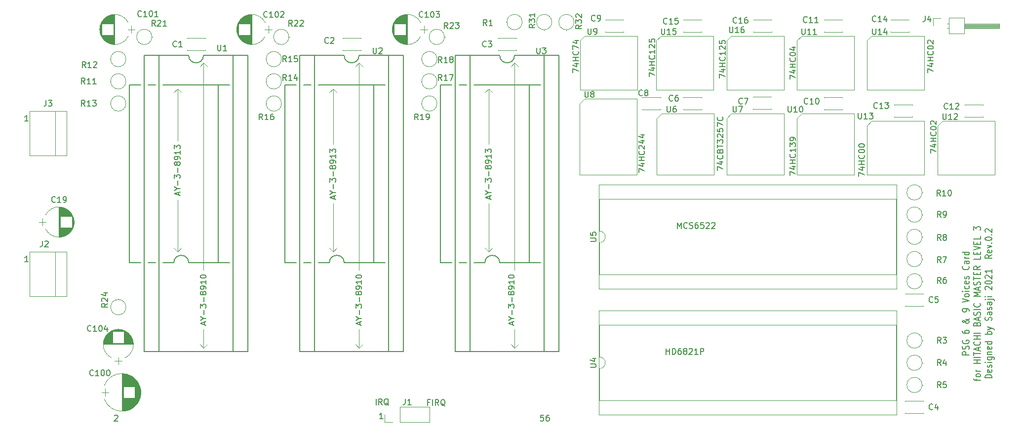
<source format=gbr>
G04 #@! TF.GenerationSoftware,KiCad,Pcbnew,(5.1.8)-1*
G04 #@! TF.CreationDate,2021-07-09T23:37:54+09:00*
G04 #@! TF.ProjectId,L3PSG6n9,4c335053-4736-46e3-992e-6b696361645f,0.2*
G04 #@! TF.SameCoordinates,PX1059ca8PY83885d0*
G04 #@! TF.FileFunction,Legend,Top*
G04 #@! TF.FilePolarity,Positive*
%FSLAX46Y46*%
G04 Gerber Fmt 4.6, Leading zero omitted, Abs format (unit mm)*
G04 Created by KiCad (PCBNEW (5.1.8)-1) date 2021-07-09 23:37:54*
%MOMM*%
%LPD*%
G01*
G04 APERTURE LIST*
%ADD10C,0.150000*%
%ADD11C,0.120000*%
G04 APERTURE END LIST*
D10*
X165597857Y23702477D02*
X164397857Y23702477D01*
X164397857Y24083429D01*
X164455000Y24178667D01*
X164512142Y24226286D01*
X164626428Y24273905D01*
X164797857Y24273905D01*
X164912142Y24226286D01*
X164969285Y24178667D01*
X165026428Y24083429D01*
X165026428Y23702477D01*
X165540714Y24654858D02*
X165597857Y24797715D01*
X165597857Y25035810D01*
X165540714Y25131048D01*
X165483571Y25178667D01*
X165369285Y25226286D01*
X165255000Y25226286D01*
X165140714Y25178667D01*
X165083571Y25131048D01*
X165026428Y25035810D01*
X164969285Y24845334D01*
X164912142Y24750096D01*
X164855000Y24702477D01*
X164740714Y24654858D01*
X164626428Y24654858D01*
X164512142Y24702477D01*
X164455000Y24750096D01*
X164397857Y24845334D01*
X164397857Y25083429D01*
X164455000Y25226286D01*
X164455000Y26178667D02*
X164397857Y26083429D01*
X164397857Y25940572D01*
X164455000Y25797715D01*
X164569285Y25702477D01*
X164683571Y25654858D01*
X164912142Y25607239D01*
X165083571Y25607239D01*
X165312142Y25654858D01*
X165426428Y25702477D01*
X165540714Y25797715D01*
X165597857Y25940572D01*
X165597857Y26035810D01*
X165540714Y26178667D01*
X165483571Y26226286D01*
X165083571Y26226286D01*
X165083571Y26035810D01*
X164397857Y27845334D02*
X164397857Y27654858D01*
X164455000Y27559620D01*
X164512142Y27512000D01*
X164683571Y27416762D01*
X164912142Y27369143D01*
X165369285Y27369143D01*
X165483571Y27416762D01*
X165540714Y27464381D01*
X165597857Y27559620D01*
X165597857Y27750096D01*
X165540714Y27845334D01*
X165483571Y27892953D01*
X165369285Y27940572D01*
X165083571Y27940572D01*
X164969285Y27892953D01*
X164912142Y27845334D01*
X164855000Y27750096D01*
X164855000Y27559620D01*
X164912142Y27464381D01*
X164969285Y27416762D01*
X165083571Y27369143D01*
X165597857Y29940572D02*
X165597857Y29892953D01*
X165540714Y29797715D01*
X165369285Y29654858D01*
X165026428Y29416762D01*
X164855000Y29321524D01*
X164683571Y29273905D01*
X164569285Y29273905D01*
X164455000Y29321524D01*
X164397857Y29416762D01*
X164397857Y29464381D01*
X164455000Y29559620D01*
X164569285Y29607239D01*
X164626428Y29607239D01*
X164740714Y29559620D01*
X164797857Y29512000D01*
X165026428Y29226286D01*
X165083571Y29178667D01*
X165197857Y29131048D01*
X165369285Y29131048D01*
X165483571Y29178667D01*
X165540714Y29226286D01*
X165597857Y29321524D01*
X165597857Y29464381D01*
X165540714Y29559620D01*
X165483571Y29607239D01*
X165255000Y29750096D01*
X165083571Y29797715D01*
X164969285Y29797715D01*
X165597857Y31178667D02*
X165597857Y31369143D01*
X165540714Y31464381D01*
X165483571Y31512000D01*
X165312142Y31607239D01*
X165083571Y31654858D01*
X164626428Y31654858D01*
X164512142Y31607239D01*
X164455000Y31559620D01*
X164397857Y31464381D01*
X164397857Y31273905D01*
X164455000Y31178667D01*
X164512142Y31131048D01*
X164626428Y31083429D01*
X164912142Y31083429D01*
X165026428Y31131048D01*
X165083571Y31178667D01*
X165140714Y31273905D01*
X165140714Y31464381D01*
X165083571Y31559620D01*
X165026428Y31607239D01*
X164912142Y31654858D01*
X164397857Y32702477D02*
X165597857Y33035810D01*
X164397857Y33369143D01*
X165597857Y33845334D02*
X165540714Y33750096D01*
X165483571Y33702477D01*
X165369285Y33654858D01*
X165026428Y33654858D01*
X164912142Y33702477D01*
X164855000Y33750096D01*
X164797857Y33845334D01*
X164797857Y33988191D01*
X164855000Y34083429D01*
X164912142Y34131048D01*
X165026428Y34178667D01*
X165369285Y34178667D01*
X165483571Y34131048D01*
X165540714Y34083429D01*
X165597857Y33988191D01*
X165597857Y33845334D01*
X165597857Y34607239D02*
X164797857Y34607239D01*
X164397857Y34607239D02*
X164455000Y34559620D01*
X164512142Y34607239D01*
X164455000Y34654858D01*
X164397857Y34607239D01*
X164512142Y34607239D01*
X165540714Y35512000D02*
X165597857Y35416762D01*
X165597857Y35226286D01*
X165540714Y35131048D01*
X165483571Y35083429D01*
X165369285Y35035810D01*
X165026428Y35035810D01*
X164912142Y35083429D01*
X164855000Y35131048D01*
X164797857Y35226286D01*
X164797857Y35416762D01*
X164855000Y35512000D01*
X165540714Y36321524D02*
X165597857Y36226286D01*
X165597857Y36035810D01*
X165540714Y35940572D01*
X165426428Y35892953D01*
X164969285Y35892953D01*
X164855000Y35940572D01*
X164797857Y36035810D01*
X164797857Y36226286D01*
X164855000Y36321524D01*
X164969285Y36369143D01*
X165083571Y36369143D01*
X165197857Y35892953D01*
X165540714Y36750096D02*
X165597857Y36845334D01*
X165597857Y37035810D01*
X165540714Y37131048D01*
X165426428Y37178667D01*
X165369285Y37178667D01*
X165255000Y37131048D01*
X165197857Y37035810D01*
X165197857Y36892953D01*
X165140714Y36797715D01*
X165026428Y36750096D01*
X164969285Y36750096D01*
X164855000Y36797715D01*
X164797857Y36892953D01*
X164797857Y37035810D01*
X164855000Y37131048D01*
X165483571Y38940572D02*
X165540714Y38892953D01*
X165597857Y38750096D01*
X165597857Y38654858D01*
X165540714Y38512000D01*
X165426428Y38416762D01*
X165312142Y38369143D01*
X165083571Y38321524D01*
X164912142Y38321524D01*
X164683571Y38369143D01*
X164569285Y38416762D01*
X164455000Y38512000D01*
X164397857Y38654858D01*
X164397857Y38750096D01*
X164455000Y38892953D01*
X164512142Y38940572D01*
X165597857Y39797715D02*
X164969285Y39797715D01*
X164855000Y39750096D01*
X164797857Y39654858D01*
X164797857Y39464381D01*
X164855000Y39369143D01*
X165540714Y39797715D02*
X165597857Y39702477D01*
X165597857Y39464381D01*
X165540714Y39369143D01*
X165426428Y39321524D01*
X165312142Y39321524D01*
X165197857Y39369143D01*
X165140714Y39464381D01*
X165140714Y39702477D01*
X165083571Y39797715D01*
X165597857Y40273905D02*
X164797857Y40273905D01*
X165026428Y40273905D02*
X164912142Y40321524D01*
X164855000Y40369143D01*
X164797857Y40464381D01*
X164797857Y40559620D01*
X165597857Y41321524D02*
X164397857Y41321524D01*
X165540714Y41321524D02*
X165597857Y41226286D01*
X165597857Y41035810D01*
X165540714Y40940572D01*
X165483571Y40892953D01*
X165369285Y40845334D01*
X165026428Y40845334D01*
X164912142Y40892953D01*
X164855000Y40940572D01*
X164797857Y41035810D01*
X164797857Y41226286D01*
X164855000Y41321524D01*
X166747857Y19250096D02*
X166747857Y19631048D01*
X167547857Y19392953D02*
X166519285Y19392953D01*
X166405000Y19440572D01*
X166347857Y19535810D01*
X166347857Y19631048D01*
X167547857Y20107239D02*
X167490714Y20012000D01*
X167433571Y19964381D01*
X167319285Y19916762D01*
X166976428Y19916762D01*
X166862142Y19964381D01*
X166805000Y20012000D01*
X166747857Y20107239D01*
X166747857Y20250096D01*
X166805000Y20345334D01*
X166862142Y20392953D01*
X166976428Y20440572D01*
X167319285Y20440572D01*
X167433571Y20392953D01*
X167490714Y20345334D01*
X167547857Y20250096D01*
X167547857Y20107239D01*
X167547857Y20869143D02*
X166747857Y20869143D01*
X166976428Y20869143D02*
X166862142Y20916762D01*
X166805000Y20964381D01*
X166747857Y21059620D01*
X166747857Y21154858D01*
X167547857Y22250096D02*
X166347857Y22250096D01*
X166919285Y22250096D02*
X166919285Y22821524D01*
X167547857Y22821524D02*
X166347857Y22821524D01*
X167547857Y23297715D02*
X166347857Y23297715D01*
X166347857Y23631048D02*
X166347857Y24202477D01*
X167547857Y23916762D02*
X166347857Y23916762D01*
X167205000Y24488191D02*
X167205000Y24964381D01*
X167547857Y24392953D02*
X166347857Y24726286D01*
X167547857Y25059620D01*
X167433571Y25964381D02*
X167490714Y25916762D01*
X167547857Y25773905D01*
X167547857Y25678667D01*
X167490714Y25535810D01*
X167376428Y25440572D01*
X167262142Y25392953D01*
X167033571Y25345334D01*
X166862142Y25345334D01*
X166633571Y25392953D01*
X166519285Y25440572D01*
X166405000Y25535810D01*
X166347857Y25678667D01*
X166347857Y25773905D01*
X166405000Y25916762D01*
X166462142Y25964381D01*
X167547857Y26392953D02*
X166347857Y26392953D01*
X166919285Y26392953D02*
X166919285Y26964381D01*
X167547857Y26964381D02*
X166347857Y26964381D01*
X167547857Y27440572D02*
X166347857Y27440572D01*
X166919285Y29012000D02*
X166976428Y29154858D01*
X167033571Y29202477D01*
X167147857Y29250096D01*
X167319285Y29250096D01*
X167433571Y29202477D01*
X167490714Y29154858D01*
X167547857Y29059620D01*
X167547857Y28678667D01*
X166347857Y28678667D01*
X166347857Y29012000D01*
X166405000Y29107239D01*
X166462142Y29154858D01*
X166576428Y29202477D01*
X166690714Y29202477D01*
X166805000Y29154858D01*
X166862142Y29107239D01*
X166919285Y29012000D01*
X166919285Y28678667D01*
X167205000Y29631048D02*
X167205000Y30107239D01*
X167547857Y29535810D02*
X166347857Y29869143D01*
X167547857Y30202477D01*
X167490714Y30488191D02*
X167547857Y30631048D01*
X167547857Y30869143D01*
X167490714Y30964381D01*
X167433571Y31012000D01*
X167319285Y31059620D01*
X167205000Y31059620D01*
X167090714Y31012000D01*
X167033571Y30964381D01*
X166976428Y30869143D01*
X166919285Y30678667D01*
X166862142Y30583429D01*
X166805000Y30535810D01*
X166690714Y30488191D01*
X166576428Y30488191D01*
X166462142Y30535810D01*
X166405000Y30583429D01*
X166347857Y30678667D01*
X166347857Y30916762D01*
X166405000Y31059620D01*
X167547857Y31488191D02*
X166347857Y31488191D01*
X167433571Y32535810D02*
X167490714Y32488191D01*
X167547857Y32345334D01*
X167547857Y32250096D01*
X167490714Y32107239D01*
X167376428Y32012000D01*
X167262142Y31964381D01*
X167033571Y31916762D01*
X166862142Y31916762D01*
X166633571Y31964381D01*
X166519285Y32012000D01*
X166405000Y32107239D01*
X166347857Y32250096D01*
X166347857Y32345334D01*
X166405000Y32488191D01*
X166462142Y32535810D01*
X167547857Y33726286D02*
X166347857Y33726286D01*
X167205000Y34059620D01*
X166347857Y34392953D01*
X167547857Y34392953D01*
X167205000Y34821524D02*
X167205000Y35297715D01*
X167547857Y34726286D02*
X166347857Y35059620D01*
X167547857Y35392953D01*
X167490714Y35678667D02*
X167547857Y35821524D01*
X167547857Y36059620D01*
X167490714Y36154858D01*
X167433571Y36202477D01*
X167319285Y36250096D01*
X167205000Y36250096D01*
X167090714Y36202477D01*
X167033571Y36154858D01*
X166976428Y36059620D01*
X166919285Y35869143D01*
X166862142Y35773905D01*
X166805000Y35726286D01*
X166690714Y35678667D01*
X166576428Y35678667D01*
X166462142Y35726286D01*
X166405000Y35773905D01*
X166347857Y35869143D01*
X166347857Y36107239D01*
X166405000Y36250096D01*
X166347857Y36535810D02*
X166347857Y37107239D01*
X167547857Y36821524D02*
X166347857Y36821524D01*
X166919285Y37440572D02*
X166919285Y37773905D01*
X167547857Y37916762D02*
X167547857Y37440572D01*
X166347857Y37440572D01*
X166347857Y37916762D01*
X167547857Y38916762D02*
X166976428Y38583429D01*
X167547857Y38345334D02*
X166347857Y38345334D01*
X166347857Y38726286D01*
X166405000Y38821524D01*
X166462142Y38869143D01*
X166576428Y38916762D01*
X166747857Y38916762D01*
X166862142Y38869143D01*
X166919285Y38821524D01*
X166976428Y38726286D01*
X166976428Y38345334D01*
X167547857Y40583429D02*
X167547857Y40107239D01*
X166347857Y40107239D01*
X166919285Y40916762D02*
X166919285Y41250096D01*
X167547857Y41392953D02*
X167547857Y40916762D01*
X166347857Y40916762D01*
X166347857Y41392953D01*
X166347857Y41678667D02*
X167547857Y42012000D01*
X166347857Y42345334D01*
X166919285Y42678667D02*
X166919285Y43012000D01*
X167547857Y43154858D02*
X167547857Y42678667D01*
X166347857Y42678667D01*
X166347857Y43154858D01*
X167547857Y44059620D02*
X167547857Y43583429D01*
X166347857Y43583429D01*
X166347857Y45059620D02*
X166347857Y45678667D01*
X166805000Y45345334D01*
X166805000Y45488191D01*
X166862142Y45583429D01*
X166919285Y45631048D01*
X167033571Y45678667D01*
X167319285Y45678667D01*
X167433571Y45631048D01*
X167490714Y45583429D01*
X167547857Y45488191D01*
X167547857Y45202477D01*
X167490714Y45107239D01*
X167433571Y45059620D01*
X169497857Y19750096D02*
X168297857Y19750096D01*
X168297857Y19988191D01*
X168355000Y20131048D01*
X168469285Y20226286D01*
X168583571Y20273905D01*
X168812142Y20321524D01*
X168983571Y20321524D01*
X169212142Y20273905D01*
X169326428Y20226286D01*
X169440714Y20131048D01*
X169497857Y19988191D01*
X169497857Y19750096D01*
X169440714Y21131048D02*
X169497857Y21035810D01*
X169497857Y20845334D01*
X169440714Y20750096D01*
X169326428Y20702477D01*
X168869285Y20702477D01*
X168755000Y20750096D01*
X168697857Y20845334D01*
X168697857Y21035810D01*
X168755000Y21131048D01*
X168869285Y21178667D01*
X168983571Y21178667D01*
X169097857Y20702477D01*
X169440714Y21559620D02*
X169497857Y21654858D01*
X169497857Y21845334D01*
X169440714Y21940572D01*
X169326428Y21988191D01*
X169269285Y21988191D01*
X169155000Y21940572D01*
X169097857Y21845334D01*
X169097857Y21702477D01*
X169040714Y21607239D01*
X168926428Y21559620D01*
X168869285Y21559620D01*
X168755000Y21607239D01*
X168697857Y21702477D01*
X168697857Y21845334D01*
X168755000Y21940572D01*
X169497857Y22416762D02*
X168697857Y22416762D01*
X168297857Y22416762D02*
X168355000Y22369143D01*
X168412142Y22416762D01*
X168355000Y22464381D01*
X168297857Y22416762D01*
X168412142Y22416762D01*
X168697857Y23321524D02*
X169669285Y23321524D01*
X169783571Y23273905D01*
X169840714Y23226286D01*
X169897857Y23131048D01*
X169897857Y22988191D01*
X169840714Y22892953D01*
X169440714Y23321524D02*
X169497857Y23226286D01*
X169497857Y23035810D01*
X169440714Y22940572D01*
X169383571Y22892953D01*
X169269285Y22845334D01*
X168926428Y22845334D01*
X168812142Y22892953D01*
X168755000Y22940572D01*
X168697857Y23035810D01*
X168697857Y23226286D01*
X168755000Y23321524D01*
X168697857Y23797715D02*
X169497857Y23797715D01*
X168812142Y23797715D02*
X168755000Y23845334D01*
X168697857Y23940572D01*
X168697857Y24083429D01*
X168755000Y24178667D01*
X168869285Y24226286D01*
X169497857Y24226286D01*
X169440714Y25083429D02*
X169497857Y24988191D01*
X169497857Y24797715D01*
X169440714Y24702477D01*
X169326428Y24654858D01*
X168869285Y24654858D01*
X168755000Y24702477D01*
X168697857Y24797715D01*
X168697857Y24988191D01*
X168755000Y25083429D01*
X168869285Y25131048D01*
X168983571Y25131048D01*
X169097857Y24654858D01*
X169497857Y25988191D02*
X168297857Y25988191D01*
X169440714Y25988191D02*
X169497857Y25892953D01*
X169497857Y25702477D01*
X169440714Y25607239D01*
X169383571Y25559620D01*
X169269285Y25512000D01*
X168926428Y25512000D01*
X168812142Y25559620D01*
X168755000Y25607239D01*
X168697857Y25702477D01*
X168697857Y25892953D01*
X168755000Y25988191D01*
X169497857Y27226286D02*
X168297857Y27226286D01*
X168755000Y27226286D02*
X168697857Y27321524D01*
X168697857Y27512000D01*
X168755000Y27607239D01*
X168812142Y27654858D01*
X168926428Y27702477D01*
X169269285Y27702477D01*
X169383571Y27654858D01*
X169440714Y27607239D01*
X169497857Y27512000D01*
X169497857Y27321524D01*
X169440714Y27226286D01*
X168697857Y28035810D02*
X169497857Y28273905D01*
X168697857Y28512000D02*
X169497857Y28273905D01*
X169783571Y28178667D01*
X169840714Y28131048D01*
X169897857Y28035810D01*
X169440714Y29607239D02*
X169497857Y29750096D01*
X169497857Y29988191D01*
X169440714Y30083429D01*
X169383571Y30131048D01*
X169269285Y30178667D01*
X169155000Y30178667D01*
X169040714Y30131048D01*
X168983571Y30083429D01*
X168926428Y29988191D01*
X168869285Y29797715D01*
X168812142Y29702477D01*
X168755000Y29654858D01*
X168640714Y29607239D01*
X168526428Y29607239D01*
X168412142Y29654858D01*
X168355000Y29702477D01*
X168297857Y29797715D01*
X168297857Y30035810D01*
X168355000Y30178667D01*
X169497857Y31035810D02*
X168869285Y31035810D01*
X168755000Y30988191D01*
X168697857Y30892953D01*
X168697857Y30702477D01*
X168755000Y30607239D01*
X169440714Y31035810D02*
X169497857Y30940572D01*
X169497857Y30702477D01*
X169440714Y30607239D01*
X169326428Y30559620D01*
X169212142Y30559620D01*
X169097857Y30607239D01*
X169040714Y30702477D01*
X169040714Y30940572D01*
X168983571Y31035810D01*
X169440714Y31464381D02*
X169497857Y31559620D01*
X169497857Y31750096D01*
X169440714Y31845334D01*
X169326428Y31892953D01*
X169269285Y31892953D01*
X169155000Y31845334D01*
X169097857Y31750096D01*
X169097857Y31607239D01*
X169040714Y31512000D01*
X168926428Y31464381D01*
X168869285Y31464381D01*
X168755000Y31512000D01*
X168697857Y31607239D01*
X168697857Y31750096D01*
X168755000Y31845334D01*
X169497857Y32750096D02*
X168869285Y32750096D01*
X168755000Y32702477D01*
X168697857Y32607239D01*
X168697857Y32416762D01*
X168755000Y32321524D01*
X169440714Y32750096D02*
X169497857Y32654858D01*
X169497857Y32416762D01*
X169440714Y32321524D01*
X169326428Y32273905D01*
X169212142Y32273905D01*
X169097857Y32321524D01*
X169040714Y32416762D01*
X169040714Y32654858D01*
X168983571Y32750096D01*
X168697857Y33226286D02*
X169726428Y33226286D01*
X169840714Y33178667D01*
X169897857Y33083429D01*
X169897857Y33035810D01*
X168297857Y33226286D02*
X168355000Y33178667D01*
X168412142Y33226286D01*
X168355000Y33273905D01*
X168297857Y33226286D01*
X168412142Y33226286D01*
X169497857Y33702477D02*
X168697857Y33702477D01*
X168297857Y33702477D02*
X168355000Y33654858D01*
X168412142Y33702477D01*
X168355000Y33750096D01*
X168297857Y33702477D01*
X168412142Y33702477D01*
X168412142Y34892953D02*
X168355000Y34940572D01*
X168297857Y35035810D01*
X168297857Y35273905D01*
X168355000Y35369143D01*
X168412142Y35416762D01*
X168526428Y35464381D01*
X168640714Y35464381D01*
X168812142Y35416762D01*
X169497857Y34845334D01*
X169497857Y35464381D01*
X168297857Y36083429D02*
X168297857Y36178667D01*
X168355000Y36273905D01*
X168412142Y36321524D01*
X168526428Y36369143D01*
X168755000Y36416762D01*
X169040714Y36416762D01*
X169269285Y36369143D01*
X169383571Y36321524D01*
X169440714Y36273905D01*
X169497857Y36178667D01*
X169497857Y36083429D01*
X169440714Y35988191D01*
X169383571Y35940572D01*
X169269285Y35892953D01*
X169040714Y35845334D01*
X168755000Y35845334D01*
X168526428Y35892953D01*
X168412142Y35940572D01*
X168355000Y35988191D01*
X168297857Y36083429D01*
X168412142Y36797715D02*
X168355000Y36845334D01*
X168297857Y36940572D01*
X168297857Y37178667D01*
X168355000Y37273905D01*
X168412142Y37321524D01*
X168526428Y37369143D01*
X168640714Y37369143D01*
X168812142Y37321524D01*
X169497857Y36750096D01*
X169497857Y37369143D01*
X169497857Y38321524D02*
X169497857Y37750096D01*
X169497857Y38035810D02*
X168297857Y38035810D01*
X168469285Y37940572D01*
X168583571Y37845334D01*
X168640714Y37750096D01*
X169497857Y40845334D02*
X168926428Y40512000D01*
X169497857Y40273905D02*
X168297857Y40273905D01*
X168297857Y40654858D01*
X168355000Y40750096D01*
X168412142Y40797715D01*
X168526428Y40845334D01*
X168697857Y40845334D01*
X168812142Y40797715D01*
X168869285Y40750096D01*
X168926428Y40654858D01*
X168926428Y40273905D01*
X169440714Y41654858D02*
X169497857Y41559620D01*
X169497857Y41369143D01*
X169440714Y41273905D01*
X169326428Y41226286D01*
X168869285Y41226286D01*
X168755000Y41273905D01*
X168697857Y41369143D01*
X168697857Y41559620D01*
X168755000Y41654858D01*
X168869285Y41702477D01*
X168983571Y41702477D01*
X169097857Y41226286D01*
X168697857Y42035810D02*
X169497857Y42273905D01*
X168697857Y42512000D01*
X169383571Y42892953D02*
X169440714Y42940572D01*
X169497857Y42892953D01*
X169440714Y42845334D01*
X169383571Y42892953D01*
X169497857Y42892953D01*
X168297857Y43559620D02*
X168297857Y43654858D01*
X168355000Y43750096D01*
X168412142Y43797715D01*
X168526428Y43845334D01*
X168755000Y43892953D01*
X169040714Y43892953D01*
X169269285Y43845334D01*
X169383571Y43797715D01*
X169440714Y43750096D01*
X169497857Y43654858D01*
X169497857Y43559620D01*
X169440714Y43464381D01*
X169383571Y43416762D01*
X169269285Y43369143D01*
X169040714Y43321524D01*
X168755000Y43321524D01*
X168526428Y43369143D01*
X168412142Y43416762D01*
X168355000Y43464381D01*
X168297857Y43559620D01*
X169383571Y44321524D02*
X169440714Y44369143D01*
X169497857Y44321524D01*
X169440714Y44273905D01*
X169383571Y44321524D01*
X169497857Y44321524D01*
X168412142Y44750096D02*
X168355000Y44797715D01*
X168297857Y44892953D01*
X168297857Y45131048D01*
X168355000Y45226286D01*
X168412142Y45273905D01*
X168526428Y45321524D01*
X168640714Y45321524D01*
X168812142Y45273905D01*
X169497857Y44702477D01*
X169497857Y45321524D01*
D11*
X87630000Y73787000D02*
X88265000Y73152000D01*
X87630000Y73787000D02*
X86995000Y73152000D01*
X87630000Y38227000D02*
X87630000Y73787000D01*
X87630000Y24892000D02*
X88265000Y25527000D01*
X87630000Y24892000D02*
X86995000Y25527000D01*
X87630000Y28067000D02*
X87630000Y24892000D01*
X83185000Y69342000D02*
X83820000Y68707000D01*
X83185000Y69342000D02*
X82550000Y68707000D01*
X83185000Y59817000D02*
X83185000Y69342000D01*
X83185000Y41402000D02*
X83820000Y42037000D01*
X83185000Y41402000D02*
X82550000Y42037000D01*
X83185000Y49657000D02*
X83185000Y41402000D01*
X61595000Y25527000D02*
X60960000Y24892000D01*
X60325000Y25527000D02*
X60960000Y24892000D01*
X60960000Y24892000D02*
X60325000Y25527000D01*
X60960000Y28067000D02*
X60960000Y24892000D01*
X61595000Y73152000D02*
X60960000Y73787000D01*
X60325000Y73152000D02*
X60960000Y73787000D01*
X60960000Y73787000D02*
X60325000Y73152000D01*
X60960000Y38227000D02*
X60960000Y73787000D01*
X56515000Y69342000D02*
X57150000Y68707000D01*
X56515000Y69342000D02*
X55880000Y68707000D01*
X56515000Y59817000D02*
X56515000Y69342000D01*
X56515000Y41402000D02*
X57150000Y42037000D01*
X56515000Y41402000D02*
X55880000Y42037000D01*
X56515000Y49657000D02*
X56515000Y41402000D01*
X34290000Y73787000D02*
X34925000Y73152000D01*
X34290000Y73787000D02*
X33655000Y73152000D01*
X34290000Y38227000D02*
X34290000Y73787000D01*
X34290000Y24892000D02*
X34925000Y25527000D01*
X34290000Y24892000D02*
X33655000Y25527000D01*
X34290000Y28067000D02*
X34290000Y24892000D01*
X29845000Y69342000D02*
X30480000Y68707000D01*
X29845000Y69342000D02*
X29210000Y68707000D01*
X29845000Y60452000D02*
X29845000Y69342000D01*
X29845000Y41402000D02*
X30480000Y42037000D01*
X29845000Y41402000D02*
X29210000Y42037000D01*
X29845000Y50292000D02*
X29845000Y41402000D01*
X102115000Y31302000D02*
X102115000Y13402000D01*
X153155000Y31302000D02*
X102115000Y31302000D01*
X153155000Y13402000D02*
X153155000Y31302000D01*
X102115000Y13402000D02*
X153155000Y13402000D01*
X102175000Y28812000D02*
X102175000Y23352000D01*
X153095000Y28812000D02*
X102175000Y28812000D01*
X153095000Y15892000D02*
X153095000Y28812000D01*
X102175000Y15892000D02*
X153095000Y15892000D01*
X102175000Y21352000D02*
X102175000Y15892000D01*
X102175000Y23352000D02*
G75*
G02*
X102175000Y21352000I0J-1000000D01*
G01*
X124005000Y69177000D02*
X124005000Y77597000D01*
X133805000Y69177000D02*
X124005000Y69177000D01*
X133805000Y78397000D02*
X133805000Y69177000D01*
X124805000Y78397000D02*
X133805000Y78397000D01*
X124005000Y77597000D02*
X124805000Y78397000D01*
X131715000Y79077000D02*
X128595000Y79077000D01*
X131715000Y81197000D02*
X128595000Y81197000D01*
X131715000Y79077000D02*
X131715000Y79141000D01*
X131715000Y81133000D02*
X131715000Y81197000D01*
X128595000Y79077000D02*
X128595000Y79141000D01*
X128595000Y81133000D02*
X128595000Y81197000D01*
X162095000Y81467000D02*
X162095000Y78807000D01*
X162095000Y78807000D02*
X164755000Y78807000D01*
X164755000Y78807000D02*
X164755000Y81467000D01*
X164755000Y81467000D02*
X162095000Y81467000D01*
X164755000Y80517000D02*
X170755000Y80517000D01*
X170755000Y80517000D02*
X170755000Y79757000D01*
X170755000Y79757000D02*
X164755000Y79757000D01*
X164755000Y80457000D02*
X170755000Y80457000D01*
X164755000Y80337000D02*
X170755000Y80337000D01*
X164755000Y80217000D02*
X170755000Y80217000D01*
X164755000Y80097000D02*
X170755000Y80097000D01*
X164755000Y79977000D02*
X170755000Y79977000D01*
X164755000Y79857000D02*
X170755000Y79857000D01*
X161765000Y80517000D02*
X162095000Y80517000D01*
X161765000Y79757000D02*
X162095000Y79757000D01*
X159385000Y80137000D02*
X159385000Y81407000D01*
X159385000Y81407000D02*
X160655000Y81407000D01*
X102115000Y52892000D02*
X102115000Y34992000D01*
X153155000Y52892000D02*
X102115000Y52892000D01*
X153155000Y34992000D02*
X153155000Y52892000D01*
X102115000Y34992000D02*
X153155000Y34992000D01*
X102175000Y50402000D02*
X102175000Y44942000D01*
X153095000Y50402000D02*
X102175000Y50402000D01*
X153095000Y37482000D02*
X153095000Y50402000D01*
X102175000Y37482000D02*
X153095000Y37482000D01*
X102175000Y42942000D02*
X102175000Y37482000D01*
X102175000Y44942000D02*
G75*
G02*
X102175000Y42942000I0J-1000000D01*
G01*
X111940000Y69177000D02*
X111940000Y77597000D01*
X121740000Y69177000D02*
X111940000Y69177000D01*
X121740000Y78397000D02*
X121740000Y69177000D01*
X112740000Y78397000D02*
X121740000Y78397000D01*
X111940000Y77597000D02*
X112740000Y78397000D01*
X148060000Y69177000D02*
X148060000Y77597000D01*
X157860000Y69177000D02*
X148060000Y69177000D01*
X157860000Y78397000D02*
X157860000Y69177000D01*
X148860000Y78397000D02*
X157860000Y78397000D01*
X148060000Y77597000D02*
X148860000Y78397000D01*
X148060000Y54572000D02*
X148060000Y62992000D01*
X157860000Y54572000D02*
X148060000Y54572000D01*
X157860000Y63792000D02*
X157860000Y54572000D01*
X148860000Y63792000D02*
X157860000Y63792000D01*
X148060000Y62992000D02*
X148860000Y63792000D01*
X160200000Y54572000D02*
X160200000Y62992000D01*
X170000000Y54572000D02*
X160200000Y54572000D01*
X170000000Y63792000D02*
X170000000Y54572000D01*
X161000000Y63792000D02*
X170000000Y63792000D01*
X160200000Y62992000D02*
X161000000Y63792000D01*
X136070000Y69177000D02*
X136070000Y77597000D01*
X145870000Y69177000D02*
X136070000Y69177000D01*
X145870000Y78397000D02*
X145870000Y69177000D01*
X136870000Y78397000D02*
X145870000Y78397000D01*
X136070000Y77597000D02*
X136870000Y78397000D01*
X136070000Y54572000D02*
X136070000Y64262000D01*
X145870000Y54572000D02*
X136070000Y54572000D01*
X145870000Y65062000D02*
X145870000Y54572000D01*
X136870000Y65062000D02*
X145870000Y65062000D01*
X136070000Y64262000D02*
X136870000Y65062000D01*
X98859000Y69177000D02*
X98859000Y77597000D01*
X108659000Y69177000D02*
X98859000Y69177000D01*
X108659000Y78397000D02*
X108659000Y69177000D01*
X99659000Y78397000D02*
X108659000Y78397000D01*
X98859000Y77597000D02*
X99659000Y78397000D01*
X98807000Y54572000D02*
X98807000Y66802000D01*
X108607000Y54572000D02*
X98807000Y54572000D01*
X108607000Y67602000D02*
X108607000Y54572000D01*
X99607000Y67602000D02*
X108607000Y67602000D01*
X98807000Y66802000D02*
X99607000Y67602000D01*
X124005000Y54572000D02*
X124005000Y64262000D01*
X133805000Y54572000D02*
X124005000Y54572000D01*
X133805000Y65062000D02*
X133805000Y54572000D01*
X124805000Y65062000D02*
X133805000Y65062000D01*
X124005000Y64262000D02*
X124805000Y65062000D01*
X112015000Y54572000D02*
X112015000Y64262000D01*
X121815000Y54572000D02*
X112015000Y54572000D01*
X121815000Y65062000D02*
X121815000Y54572000D01*
X112815000Y65062000D02*
X121815000Y65062000D01*
X112015000Y64262000D02*
X112815000Y65062000D01*
X20300000Y20472000D02*
X20300000Y14072000D01*
X20340000Y20472000D02*
X20340000Y14072000D01*
X20380000Y20472000D02*
X20380000Y14072000D01*
X20420000Y20470000D02*
X20420000Y14074000D01*
X20460000Y20469000D02*
X20460000Y14075000D01*
X20500000Y20466000D02*
X20500000Y14078000D01*
X20540000Y20464000D02*
X20540000Y14080000D01*
X20580000Y20460000D02*
X20580000Y18252000D01*
X20580000Y16292000D02*
X20580000Y14084000D01*
X20620000Y20457000D02*
X20620000Y18252000D01*
X20620000Y16292000D02*
X20620000Y14087000D01*
X20660000Y20452000D02*
X20660000Y18252000D01*
X20660000Y16292000D02*
X20660000Y14092000D01*
X20700000Y20448000D02*
X20700000Y18252000D01*
X20700000Y16292000D02*
X20700000Y14096000D01*
X20740000Y20442000D02*
X20740000Y18252000D01*
X20740000Y16292000D02*
X20740000Y14102000D01*
X20780000Y20437000D02*
X20780000Y18252000D01*
X20780000Y16292000D02*
X20780000Y14107000D01*
X20820000Y20430000D02*
X20820000Y18252000D01*
X20820000Y16292000D02*
X20820000Y14114000D01*
X20860000Y20424000D02*
X20860000Y18252000D01*
X20860000Y16292000D02*
X20860000Y14120000D01*
X20900000Y20416000D02*
X20900000Y18252000D01*
X20900000Y16292000D02*
X20900000Y14128000D01*
X20940000Y20409000D02*
X20940000Y18252000D01*
X20940000Y16292000D02*
X20940000Y14135000D01*
X20980000Y20400000D02*
X20980000Y18252000D01*
X20980000Y16292000D02*
X20980000Y14144000D01*
X21021000Y20391000D02*
X21021000Y18252000D01*
X21021000Y16292000D02*
X21021000Y14153000D01*
X21061000Y20382000D02*
X21061000Y18252000D01*
X21061000Y16292000D02*
X21061000Y14162000D01*
X21101000Y20372000D02*
X21101000Y18252000D01*
X21101000Y16292000D02*
X21101000Y14172000D01*
X21141000Y20362000D02*
X21141000Y18252000D01*
X21141000Y16292000D02*
X21141000Y14182000D01*
X21181000Y20351000D02*
X21181000Y18252000D01*
X21181000Y16292000D02*
X21181000Y14193000D01*
X21221000Y20339000D02*
X21221000Y18252000D01*
X21221000Y16292000D02*
X21221000Y14205000D01*
X21261000Y20327000D02*
X21261000Y18252000D01*
X21261000Y16292000D02*
X21261000Y14217000D01*
X21301000Y20314000D02*
X21301000Y18252000D01*
X21301000Y16292000D02*
X21301000Y14230000D01*
X21341000Y20301000D02*
X21341000Y18252000D01*
X21341000Y16292000D02*
X21341000Y14243000D01*
X21381000Y20287000D02*
X21381000Y18252000D01*
X21381000Y16292000D02*
X21381000Y14257000D01*
X21421000Y20273000D02*
X21421000Y18252000D01*
X21421000Y16292000D02*
X21421000Y14271000D01*
X21461000Y20258000D02*
X21461000Y18252000D01*
X21461000Y16292000D02*
X21461000Y14286000D01*
X21501000Y20242000D02*
X21501000Y18252000D01*
X21501000Y16292000D02*
X21501000Y14302000D01*
X21541000Y20226000D02*
X21541000Y18252000D01*
X21541000Y16292000D02*
X21541000Y14318000D01*
X21581000Y20209000D02*
X21581000Y18252000D01*
X21581000Y16292000D02*
X21581000Y14335000D01*
X21621000Y20191000D02*
X21621000Y18252000D01*
X21621000Y16292000D02*
X21621000Y14353000D01*
X21661000Y20173000D02*
X21661000Y18252000D01*
X21661000Y16292000D02*
X21661000Y14371000D01*
X21701000Y20154000D02*
X21701000Y18252000D01*
X21701000Y16292000D02*
X21701000Y14390000D01*
X21741000Y20135000D02*
X21741000Y18252000D01*
X21741000Y16292000D02*
X21741000Y14409000D01*
X21781000Y20115000D02*
X21781000Y18252000D01*
X21781000Y16292000D02*
X21781000Y14429000D01*
X21821000Y20094000D02*
X21821000Y18252000D01*
X21821000Y16292000D02*
X21821000Y14450000D01*
X21861000Y20072000D02*
X21861000Y18252000D01*
X21861000Y16292000D02*
X21861000Y14472000D01*
X21901000Y20050000D02*
X21901000Y18252000D01*
X21901000Y16292000D02*
X21901000Y14494000D01*
X21941000Y20027000D02*
X21941000Y18252000D01*
X21941000Y16292000D02*
X21941000Y14517000D01*
X21981000Y20003000D02*
X21981000Y18252000D01*
X21981000Y16292000D02*
X21981000Y14541000D01*
X22021000Y19978000D02*
X22021000Y18252000D01*
X22021000Y16292000D02*
X22021000Y14566000D01*
X22061000Y19953000D02*
X22061000Y18252000D01*
X22061000Y16292000D02*
X22061000Y14591000D01*
X22101000Y19926000D02*
X22101000Y18252000D01*
X22101000Y16292000D02*
X22101000Y14618000D01*
X22141000Y19899000D02*
X22141000Y18252000D01*
X22141000Y16292000D02*
X22141000Y14645000D01*
X22181000Y19871000D02*
X22181000Y18252000D01*
X22181000Y16292000D02*
X22181000Y14673000D01*
X22221000Y19842000D02*
X22221000Y18252000D01*
X22221000Y16292000D02*
X22221000Y14702000D01*
X22261000Y19812000D02*
X22261000Y18252000D01*
X22261000Y16292000D02*
X22261000Y14732000D01*
X22301000Y19782000D02*
X22301000Y18252000D01*
X22301000Y16292000D02*
X22301000Y14762000D01*
X22341000Y19750000D02*
X22341000Y18252000D01*
X22341000Y16292000D02*
X22341000Y14794000D01*
X22381000Y19717000D02*
X22381000Y18252000D01*
X22381000Y16292000D02*
X22381000Y14827000D01*
X22421000Y19683000D02*
X22421000Y18252000D01*
X22421000Y16292000D02*
X22421000Y14861000D01*
X22461000Y19647000D02*
X22461000Y18252000D01*
X22461000Y16292000D02*
X22461000Y14897000D01*
X22501000Y19611000D02*
X22501000Y18252000D01*
X22501000Y16292000D02*
X22501000Y14933000D01*
X22541000Y19573000D02*
X22541000Y14971000D01*
X22581000Y19534000D02*
X22581000Y15010000D01*
X22621000Y19494000D02*
X22621000Y15050000D01*
X22661000Y19452000D02*
X22661000Y15092000D01*
X22701000Y19409000D02*
X22701000Y15135000D01*
X22741000Y19364000D02*
X22741000Y15180000D01*
X22781000Y19317000D02*
X22781000Y15227000D01*
X22821000Y19269000D02*
X22821000Y15275000D01*
X22861000Y19218000D02*
X22861000Y15326000D01*
X22901000Y19166000D02*
X22901000Y15378000D01*
X22941000Y19111000D02*
X22941000Y15433000D01*
X22981000Y19053000D02*
X22981000Y15491000D01*
X23021000Y18993000D02*
X23021000Y15551000D01*
X23061000Y18930000D02*
X23061000Y15614000D01*
X23101000Y18863000D02*
X23101000Y15681000D01*
X23141000Y18792000D02*
X23141000Y15752000D01*
X23181000Y18717000D02*
X23181000Y15827000D01*
X23221000Y18636000D02*
X23221000Y15908000D01*
X23261000Y18550000D02*
X23261000Y15994000D01*
X23301000Y18456000D02*
X23301000Y16088000D01*
X23341000Y18353000D02*
X23341000Y16191000D01*
X23381000Y18238000D02*
X23381000Y16306000D01*
X23421000Y18106000D02*
X23421000Y16438000D01*
X23461000Y17948000D02*
X23461000Y16596000D01*
X23501000Y17740000D02*
X23501000Y16804000D01*
X16850000Y17272000D02*
X18050000Y17272000D01*
X17450000Y17922000D02*
X17450000Y16622000D01*
X23317820Y18451136D02*
G75*
G03*
X17282518Y18452000I-3017820J-1179136D01*
G01*
X23317820Y16092864D02*
G75*
G02*
X17282518Y16092000I-3017820J1179136D01*
G01*
X23317820Y16092864D02*
G75*
G03*
X23317482Y18452000I-3017820J1179136D01*
G01*
D10*
X85090000Y75057000D02*
X77470000Y75057000D01*
X77470000Y75057000D02*
X77470000Y24257000D01*
X77470000Y24257000D02*
X95250000Y24257000D01*
X95250000Y24257000D02*
X95250000Y75057000D01*
X95250000Y75057000D02*
X87630000Y75057000D01*
X80010000Y75057000D02*
X80010000Y24257000D01*
X80010000Y24257000D02*
X92710000Y24257000D01*
X92710000Y24257000D02*
X92710000Y75057000D01*
X92075000Y69977000D02*
X80645000Y69977000D01*
X92075000Y39497000D02*
X85090000Y39497000D01*
X79375000Y69977000D02*
X78105000Y69977000D01*
X76835000Y69977000D02*
X74930000Y69977000D01*
X74930000Y69977000D02*
X74930000Y39497000D01*
X74930000Y39497000D02*
X76835000Y39497000D01*
X78105000Y39497000D02*
X79375000Y39497000D01*
X80645000Y39497000D02*
X82550000Y39497000D01*
X90170000Y39497000D02*
X90170000Y69977000D01*
X82550000Y39497000D02*
G75*
G02*
X85090000Y39497000I1270000J0D01*
G01*
X87630000Y75057000D02*
G75*
G02*
X85090000Y75057000I-1270000J0D01*
G01*
X58420000Y75057000D02*
X50800000Y75057000D01*
X50800000Y75057000D02*
X50800000Y24257000D01*
X50800000Y24257000D02*
X68580000Y24257000D01*
X68580000Y24257000D02*
X68580000Y75057000D01*
X68580000Y75057000D02*
X60960000Y75057000D01*
X53340000Y75057000D02*
X53340000Y24257000D01*
X53340000Y24257000D02*
X66040000Y24257000D01*
X66040000Y24257000D02*
X66040000Y75057000D01*
X65405000Y69977000D02*
X53975000Y69977000D01*
X65405000Y39497000D02*
X58420000Y39497000D01*
X52705000Y69977000D02*
X51435000Y69977000D01*
X50165000Y69977000D02*
X48260000Y69977000D01*
X48260000Y69977000D02*
X48260000Y39497000D01*
X48260000Y39497000D02*
X50165000Y39497000D01*
X51435000Y39497000D02*
X52705000Y39497000D01*
X53975000Y39497000D02*
X55880000Y39497000D01*
X63500000Y39497000D02*
X63500000Y69977000D01*
X55880000Y39497000D02*
G75*
G02*
X58420000Y39497000I1270000J0D01*
G01*
X60960000Y75057000D02*
G75*
G02*
X58420000Y75057000I-1270000J0D01*
G01*
X31750000Y75057000D02*
X24130000Y75057000D01*
X24130000Y75057000D02*
X24130000Y24257000D01*
X24130000Y24257000D02*
X41910000Y24257000D01*
X41910000Y24257000D02*
X41910000Y75057000D01*
X41910000Y75057000D02*
X34290000Y75057000D01*
X26670000Y75057000D02*
X26670000Y24257000D01*
X26670000Y24257000D02*
X39370000Y24257000D01*
X39370000Y24257000D02*
X39370000Y75057000D01*
X38735000Y69977000D02*
X27305000Y69977000D01*
X38735000Y39497000D02*
X31750000Y39497000D01*
X26035000Y69977000D02*
X24765000Y69977000D01*
X23495000Y69977000D02*
X21590000Y69977000D01*
X21590000Y69977000D02*
X21590000Y39497000D01*
X21590000Y39497000D02*
X23495000Y39497000D01*
X24765000Y39497000D02*
X26035000Y39497000D01*
X27305000Y39497000D02*
X29210000Y39497000D01*
X36830000Y39497000D02*
X36830000Y69977000D01*
X29210000Y39497000D02*
G75*
G02*
X31750000Y39497000I1270000J0D01*
G01*
X34290000Y75057000D02*
G75*
G02*
X31750000Y75057000I-1270000J0D01*
G01*
D11*
X96520000Y79462000D02*
X96520000Y79332000D01*
X97830000Y80772000D02*
G75*
G03*
X97830000Y80772000I-1310000J0D01*
G01*
X92710000Y79462000D02*
X92710000Y79332000D01*
X94020000Y80772000D02*
G75*
G03*
X94020000Y80772000I-1310000J0D01*
G01*
X19685000Y33187000D02*
X19685000Y33317000D01*
X20995000Y31877000D02*
G75*
G03*
X20995000Y31877000I-1310000J0D01*
G01*
X75605000Y78232000D02*
X75735000Y78232000D01*
X75605000Y78232000D02*
G75*
G03*
X75605000Y78232000I-1310000J0D01*
G01*
X48935000Y78232000D02*
X49065000Y78232000D01*
X48935000Y78232000D02*
G75*
G03*
X48935000Y78232000I-1310000J0D01*
G01*
X25440000Y78232000D02*
X25570000Y78232000D01*
X25440000Y78232000D02*
G75*
G03*
X25440000Y78232000I-1310000J0D01*
G01*
X71715000Y66802000D02*
X71585000Y66802000D01*
X74335000Y66802000D02*
G75*
G03*
X74335000Y66802000I-1310000J0D01*
G01*
X71715000Y74422000D02*
X71585000Y74422000D01*
X74335000Y74422000D02*
G75*
G03*
X74335000Y74422000I-1310000J0D01*
G01*
X71715000Y70612000D02*
X71585000Y70612000D01*
X74335000Y70612000D02*
G75*
G03*
X74335000Y70612000I-1310000J0D01*
G01*
X45045000Y66802000D02*
X44915000Y66802000D01*
X47665000Y66802000D02*
G75*
G03*
X47665000Y66802000I-1310000J0D01*
G01*
X45045000Y74422000D02*
X44915000Y74422000D01*
X47665000Y74422000D02*
G75*
G03*
X47665000Y74422000I-1310000J0D01*
G01*
X45045000Y70612000D02*
X44915000Y70612000D01*
X47665000Y70612000D02*
G75*
G03*
X47665000Y70612000I-1310000J0D01*
G01*
X18375000Y66802000D02*
X18245000Y66802000D01*
X20995000Y66802000D02*
G75*
G03*
X20995000Y66802000I-1310000J0D01*
G01*
X18375000Y74422000D02*
X18245000Y74422000D01*
X20995000Y74422000D02*
G75*
G03*
X20995000Y74422000I-1310000J0D01*
G01*
X18375000Y70612000D02*
X18245000Y70612000D01*
X20995000Y70612000D02*
G75*
G03*
X20995000Y70612000I-1310000J0D01*
G01*
X157520000Y51562000D02*
X157650000Y51562000D01*
X157520000Y51562000D02*
G75*
G03*
X157520000Y51562000I-1310000J0D01*
G01*
X157520000Y47752000D02*
X157650000Y47752000D01*
X157520000Y47752000D02*
G75*
G03*
X157520000Y47752000I-1310000J0D01*
G01*
X157520000Y43942000D02*
X157650000Y43942000D01*
X157520000Y43942000D02*
G75*
G03*
X157520000Y43942000I-1310000J0D01*
G01*
X157520000Y40132000D02*
X157650000Y40132000D01*
X157520000Y40132000D02*
G75*
G03*
X157520000Y40132000I-1310000J0D01*
G01*
X157520000Y36322000D02*
X157650000Y36322000D01*
X157520000Y36322000D02*
G75*
G03*
X157520000Y36322000I-1310000J0D01*
G01*
X157520000Y18542000D02*
X157650000Y18542000D01*
X157520000Y18542000D02*
G75*
G03*
X157520000Y18542000I-1310000J0D01*
G01*
X157520000Y22352000D02*
X157650000Y22352000D01*
X157520000Y22352000D02*
G75*
G03*
X157520000Y22352000I-1310000J0D01*
G01*
X157520000Y26162000D02*
X157650000Y26162000D01*
X157520000Y26162000D02*
G75*
G03*
X157520000Y26162000I-1310000J0D01*
G01*
X86320000Y80772000D02*
X86190000Y80772000D01*
X88940000Y80772000D02*
G75*
G03*
X88940000Y80772000I-1310000J0D01*
G01*
X65345000Y12132000D02*
X65345000Y13462000D01*
X66675000Y12132000D02*
X65345000Y12132000D01*
X67945000Y12132000D02*
X67945000Y14792000D01*
X67945000Y14792000D02*
X73085000Y14792000D01*
X67945000Y12132000D02*
X73085000Y12132000D01*
X73085000Y12132000D02*
X73085000Y14792000D01*
X19035000Y22657000D02*
X20335000Y22657000D01*
X19685000Y22057000D02*
X19685000Y23257000D01*
X19331000Y28068000D02*
X20039000Y28068000D01*
X19126000Y28028000D02*
X20244000Y28028000D01*
X18978000Y27988000D02*
X20392000Y27988000D01*
X18856000Y27948000D02*
X20514000Y27948000D01*
X18751000Y27908000D02*
X20619000Y27908000D01*
X18657000Y27868000D02*
X20713000Y27868000D01*
X18573000Y27828000D02*
X20797000Y27828000D01*
X18496000Y27788000D02*
X20874000Y27788000D01*
X18424000Y27748000D02*
X20946000Y27748000D01*
X20665000Y27708000D02*
X21012000Y27708000D01*
X18358000Y27708000D02*
X18705000Y27708000D01*
X20665000Y27668000D02*
X21075000Y27668000D01*
X18295000Y27668000D02*
X18705000Y27668000D01*
X20665000Y27628000D02*
X21133000Y27628000D01*
X18237000Y27628000D02*
X18705000Y27628000D01*
X20665000Y27588000D02*
X21189000Y27588000D01*
X18181000Y27588000D02*
X18705000Y27588000D01*
X20665000Y27548000D02*
X21241000Y27548000D01*
X18129000Y27548000D02*
X18705000Y27548000D01*
X20665000Y27508000D02*
X21291000Y27508000D01*
X18079000Y27508000D02*
X18705000Y27508000D01*
X20665000Y27468000D02*
X21339000Y27468000D01*
X18031000Y27468000D02*
X18705000Y27468000D01*
X20665000Y27428000D02*
X21384000Y27428000D01*
X17986000Y27428000D02*
X18705000Y27428000D01*
X20665000Y27388000D02*
X21427000Y27388000D01*
X17943000Y27388000D02*
X18705000Y27388000D01*
X20665000Y27348000D02*
X21468000Y27348000D01*
X17902000Y27348000D02*
X18705000Y27348000D01*
X20665000Y27308000D02*
X21508000Y27308000D01*
X17862000Y27308000D02*
X18705000Y27308000D01*
X20665000Y27268000D02*
X21546000Y27268000D01*
X17824000Y27268000D02*
X18705000Y27268000D01*
X20665000Y27228000D02*
X21582000Y27228000D01*
X17788000Y27228000D02*
X18705000Y27228000D01*
X20665000Y27188000D02*
X21617000Y27188000D01*
X17753000Y27188000D02*
X18705000Y27188000D01*
X20665000Y27148000D02*
X21650000Y27148000D01*
X17720000Y27148000D02*
X18705000Y27148000D01*
X20665000Y27108000D02*
X21682000Y27108000D01*
X17688000Y27108000D02*
X18705000Y27108000D01*
X20665000Y27068000D02*
X21713000Y27068000D01*
X17657000Y27068000D02*
X18705000Y27068000D01*
X20665000Y27028000D02*
X21743000Y27028000D01*
X17627000Y27028000D02*
X18705000Y27028000D01*
X20665000Y26988000D02*
X21771000Y26988000D01*
X17599000Y26988000D02*
X18705000Y26988000D01*
X20665000Y26948000D02*
X21798000Y26948000D01*
X17572000Y26948000D02*
X18705000Y26948000D01*
X20665000Y26908000D02*
X21825000Y26908000D01*
X17545000Y26908000D02*
X18705000Y26908000D01*
X20665000Y26868000D02*
X21850000Y26868000D01*
X17520000Y26868000D02*
X18705000Y26868000D01*
X20665000Y26828000D02*
X21874000Y26828000D01*
X17496000Y26828000D02*
X18705000Y26828000D01*
X20665000Y26788000D02*
X21897000Y26788000D01*
X17473000Y26788000D02*
X18705000Y26788000D01*
X20665000Y26748000D02*
X21919000Y26748000D01*
X17451000Y26748000D02*
X18705000Y26748000D01*
X20665000Y26708000D02*
X21941000Y26708000D01*
X17429000Y26708000D02*
X18705000Y26708000D01*
X20665000Y26668000D02*
X21961000Y26668000D01*
X17409000Y26668000D02*
X18705000Y26668000D01*
X20665000Y26628000D02*
X21981000Y26628000D01*
X17389000Y26628000D02*
X18705000Y26628000D01*
X20665000Y26588000D02*
X22000000Y26588000D01*
X17370000Y26588000D02*
X18705000Y26588000D01*
X20665000Y26548000D02*
X22018000Y26548000D01*
X17352000Y26548000D02*
X18705000Y26548000D01*
X20665000Y26508000D02*
X22035000Y26508000D01*
X17335000Y26508000D02*
X18705000Y26508000D01*
X20665000Y26468000D02*
X22051000Y26468000D01*
X17319000Y26468000D02*
X18705000Y26468000D01*
X20665000Y26428000D02*
X22067000Y26428000D01*
X17303000Y26428000D02*
X18705000Y26428000D01*
X20665000Y26388000D02*
X22081000Y26388000D01*
X17289000Y26388000D02*
X18705000Y26388000D01*
X20665000Y26348000D02*
X22095000Y26348000D01*
X17275000Y26348000D02*
X18705000Y26348000D01*
X20665000Y26308000D02*
X22109000Y26308000D01*
X17261000Y26308000D02*
X18705000Y26308000D01*
X20665000Y26268000D02*
X22121000Y26268000D01*
X17249000Y26268000D02*
X18705000Y26268000D01*
X20665000Y26228000D02*
X22133000Y26228000D01*
X17237000Y26228000D02*
X18705000Y26228000D01*
X20665000Y26187000D02*
X22145000Y26187000D01*
X17225000Y26187000D02*
X18705000Y26187000D01*
X20665000Y26147000D02*
X22155000Y26147000D01*
X17215000Y26147000D02*
X18705000Y26147000D01*
X20665000Y26107000D02*
X22165000Y26107000D01*
X17205000Y26107000D02*
X18705000Y26107000D01*
X20665000Y26067000D02*
X22174000Y26067000D01*
X17196000Y26067000D02*
X18705000Y26067000D01*
X20665000Y26027000D02*
X22183000Y26027000D01*
X17187000Y26027000D02*
X18705000Y26027000D01*
X20665000Y25987000D02*
X22191000Y25987000D01*
X17179000Y25987000D02*
X18705000Y25987000D01*
X20665000Y25947000D02*
X22198000Y25947000D01*
X17172000Y25947000D02*
X18705000Y25947000D01*
X20665000Y25907000D02*
X22204000Y25907000D01*
X17166000Y25907000D02*
X18705000Y25907000D01*
X20665000Y25867000D02*
X22210000Y25867000D01*
X17160000Y25867000D02*
X18705000Y25867000D01*
X20665000Y25827000D02*
X22216000Y25827000D01*
X17154000Y25827000D02*
X18705000Y25827000D01*
X20665000Y25787000D02*
X22220000Y25787000D01*
X17150000Y25787000D02*
X18705000Y25787000D01*
X17146000Y25747000D02*
X22224000Y25747000D01*
X17142000Y25707000D02*
X22228000Y25707000D01*
X17139000Y25667000D02*
X22231000Y25667000D01*
X17137000Y25627000D02*
X22233000Y25627000D01*
X17136000Y25587000D02*
X22234000Y25587000D01*
X17135000Y25547000D02*
X22235000Y25547000D01*
X17135000Y25507000D02*
X22235000Y25507000D01*
X18505277Y27812722D02*
G75*
G03*
X18505000Y23201420I1179723J-2305722D01*
G01*
X20864723Y27812722D02*
G75*
G02*
X20865000Y23201420I-1179723J-2305722D01*
G01*
X20864723Y27812722D02*
G75*
G03*
X18505000Y27812580I-1179723J-2305722D01*
G01*
X72085000Y78852000D02*
X72085000Y80152000D01*
X72685000Y79502000D02*
X71485000Y79502000D01*
X66674000Y79148000D02*
X66674000Y79856000D01*
X66714000Y78943000D02*
X66714000Y80061000D01*
X66754000Y78795000D02*
X66754000Y80209000D01*
X66794000Y78673000D02*
X66794000Y80331000D01*
X66834000Y78568000D02*
X66834000Y80436000D01*
X66874000Y78474000D02*
X66874000Y80530000D01*
X66914000Y78390000D02*
X66914000Y80614000D01*
X66954000Y78313000D02*
X66954000Y80691000D01*
X66994000Y78241000D02*
X66994000Y80763000D01*
X67034000Y80482000D02*
X67034000Y80829000D01*
X67034000Y78175000D02*
X67034000Y78522000D01*
X67074000Y80482000D02*
X67074000Y80892000D01*
X67074000Y78112000D02*
X67074000Y78522000D01*
X67114000Y80482000D02*
X67114000Y80950000D01*
X67114000Y78054000D02*
X67114000Y78522000D01*
X67154000Y80482000D02*
X67154000Y81006000D01*
X67154000Y77998000D02*
X67154000Y78522000D01*
X67194000Y80482000D02*
X67194000Y81058000D01*
X67194000Y77946000D02*
X67194000Y78522000D01*
X67234000Y80482000D02*
X67234000Y81108000D01*
X67234000Y77896000D02*
X67234000Y78522000D01*
X67274000Y80482000D02*
X67274000Y81156000D01*
X67274000Y77848000D02*
X67274000Y78522000D01*
X67314000Y80482000D02*
X67314000Y81201000D01*
X67314000Y77803000D02*
X67314000Y78522000D01*
X67354000Y80482000D02*
X67354000Y81244000D01*
X67354000Y77760000D02*
X67354000Y78522000D01*
X67394000Y80482000D02*
X67394000Y81285000D01*
X67394000Y77719000D02*
X67394000Y78522000D01*
X67434000Y80482000D02*
X67434000Y81325000D01*
X67434000Y77679000D02*
X67434000Y78522000D01*
X67474000Y80482000D02*
X67474000Y81363000D01*
X67474000Y77641000D02*
X67474000Y78522000D01*
X67514000Y80482000D02*
X67514000Y81399000D01*
X67514000Y77605000D02*
X67514000Y78522000D01*
X67554000Y80482000D02*
X67554000Y81434000D01*
X67554000Y77570000D02*
X67554000Y78522000D01*
X67594000Y80482000D02*
X67594000Y81467000D01*
X67594000Y77537000D02*
X67594000Y78522000D01*
X67634000Y80482000D02*
X67634000Y81499000D01*
X67634000Y77505000D02*
X67634000Y78522000D01*
X67674000Y80482000D02*
X67674000Y81530000D01*
X67674000Y77474000D02*
X67674000Y78522000D01*
X67714000Y80482000D02*
X67714000Y81560000D01*
X67714000Y77444000D02*
X67714000Y78522000D01*
X67754000Y80482000D02*
X67754000Y81588000D01*
X67754000Y77416000D02*
X67754000Y78522000D01*
X67794000Y80482000D02*
X67794000Y81615000D01*
X67794000Y77389000D02*
X67794000Y78522000D01*
X67834000Y80482000D02*
X67834000Y81642000D01*
X67834000Y77362000D02*
X67834000Y78522000D01*
X67874000Y80482000D02*
X67874000Y81667000D01*
X67874000Y77337000D02*
X67874000Y78522000D01*
X67914000Y80482000D02*
X67914000Y81691000D01*
X67914000Y77313000D02*
X67914000Y78522000D01*
X67954000Y80482000D02*
X67954000Y81714000D01*
X67954000Y77290000D02*
X67954000Y78522000D01*
X67994000Y80482000D02*
X67994000Y81736000D01*
X67994000Y77268000D02*
X67994000Y78522000D01*
X68034000Y80482000D02*
X68034000Y81758000D01*
X68034000Y77246000D02*
X68034000Y78522000D01*
X68074000Y80482000D02*
X68074000Y81778000D01*
X68074000Y77226000D02*
X68074000Y78522000D01*
X68114000Y80482000D02*
X68114000Y81798000D01*
X68114000Y77206000D02*
X68114000Y78522000D01*
X68154000Y80482000D02*
X68154000Y81817000D01*
X68154000Y77187000D02*
X68154000Y78522000D01*
X68194000Y80482000D02*
X68194000Y81835000D01*
X68194000Y77169000D02*
X68194000Y78522000D01*
X68234000Y80482000D02*
X68234000Y81852000D01*
X68234000Y77152000D02*
X68234000Y78522000D01*
X68274000Y80482000D02*
X68274000Y81868000D01*
X68274000Y77136000D02*
X68274000Y78522000D01*
X68314000Y80482000D02*
X68314000Y81884000D01*
X68314000Y77120000D02*
X68314000Y78522000D01*
X68354000Y80482000D02*
X68354000Y81898000D01*
X68354000Y77106000D02*
X68354000Y78522000D01*
X68394000Y80482000D02*
X68394000Y81912000D01*
X68394000Y77092000D02*
X68394000Y78522000D01*
X68434000Y80482000D02*
X68434000Y81926000D01*
X68434000Y77078000D02*
X68434000Y78522000D01*
X68474000Y80482000D02*
X68474000Y81938000D01*
X68474000Y77066000D02*
X68474000Y78522000D01*
X68514000Y80482000D02*
X68514000Y81950000D01*
X68514000Y77054000D02*
X68514000Y78522000D01*
X68555000Y80482000D02*
X68555000Y81962000D01*
X68555000Y77042000D02*
X68555000Y78522000D01*
X68595000Y80482000D02*
X68595000Y81972000D01*
X68595000Y77032000D02*
X68595000Y78522000D01*
X68635000Y80482000D02*
X68635000Y81982000D01*
X68635000Y77022000D02*
X68635000Y78522000D01*
X68675000Y80482000D02*
X68675000Y81991000D01*
X68675000Y77013000D02*
X68675000Y78522000D01*
X68715000Y80482000D02*
X68715000Y82000000D01*
X68715000Y77004000D02*
X68715000Y78522000D01*
X68755000Y80482000D02*
X68755000Y82008000D01*
X68755000Y76996000D02*
X68755000Y78522000D01*
X68795000Y80482000D02*
X68795000Y82015000D01*
X68795000Y76989000D02*
X68795000Y78522000D01*
X68835000Y80482000D02*
X68835000Y82021000D01*
X68835000Y76983000D02*
X68835000Y78522000D01*
X68875000Y80482000D02*
X68875000Y82027000D01*
X68875000Y76977000D02*
X68875000Y78522000D01*
X68915000Y80482000D02*
X68915000Y82033000D01*
X68915000Y76971000D02*
X68915000Y78522000D01*
X68955000Y80482000D02*
X68955000Y82037000D01*
X68955000Y76967000D02*
X68955000Y78522000D01*
X68995000Y76963000D02*
X68995000Y82041000D01*
X69035000Y76959000D02*
X69035000Y82045000D01*
X69075000Y76956000D02*
X69075000Y82048000D01*
X69115000Y76954000D02*
X69115000Y82050000D01*
X69155000Y76953000D02*
X69155000Y82051000D01*
X69195000Y76952000D02*
X69195000Y82052000D01*
X69235000Y76952000D02*
X69235000Y82052000D01*
X66929278Y78322277D02*
G75*
G03*
X71540580Y78322000I2305722J1179723D01*
G01*
X66929278Y80681723D02*
G75*
G02*
X71540580Y80682000I2305722J-1179723D01*
G01*
X66929278Y80681723D02*
G75*
G03*
X66929420Y78322000I2305722J-1179723D01*
G01*
X45415000Y78852000D02*
X45415000Y80152000D01*
X46015000Y79502000D02*
X44815000Y79502000D01*
X40004000Y79148000D02*
X40004000Y79856000D01*
X40044000Y78943000D02*
X40044000Y80061000D01*
X40084000Y78795000D02*
X40084000Y80209000D01*
X40124000Y78673000D02*
X40124000Y80331000D01*
X40164000Y78568000D02*
X40164000Y80436000D01*
X40204000Y78474000D02*
X40204000Y80530000D01*
X40244000Y78390000D02*
X40244000Y80614000D01*
X40284000Y78313000D02*
X40284000Y80691000D01*
X40324000Y78241000D02*
X40324000Y80763000D01*
X40364000Y80482000D02*
X40364000Y80829000D01*
X40364000Y78175000D02*
X40364000Y78522000D01*
X40404000Y80482000D02*
X40404000Y80892000D01*
X40404000Y78112000D02*
X40404000Y78522000D01*
X40444000Y80482000D02*
X40444000Y80950000D01*
X40444000Y78054000D02*
X40444000Y78522000D01*
X40484000Y80482000D02*
X40484000Y81006000D01*
X40484000Y77998000D02*
X40484000Y78522000D01*
X40524000Y80482000D02*
X40524000Y81058000D01*
X40524000Y77946000D02*
X40524000Y78522000D01*
X40564000Y80482000D02*
X40564000Y81108000D01*
X40564000Y77896000D02*
X40564000Y78522000D01*
X40604000Y80482000D02*
X40604000Y81156000D01*
X40604000Y77848000D02*
X40604000Y78522000D01*
X40644000Y80482000D02*
X40644000Y81201000D01*
X40644000Y77803000D02*
X40644000Y78522000D01*
X40684000Y80482000D02*
X40684000Y81244000D01*
X40684000Y77760000D02*
X40684000Y78522000D01*
X40724000Y80482000D02*
X40724000Y81285000D01*
X40724000Y77719000D02*
X40724000Y78522000D01*
X40764000Y80482000D02*
X40764000Y81325000D01*
X40764000Y77679000D02*
X40764000Y78522000D01*
X40804000Y80482000D02*
X40804000Y81363000D01*
X40804000Y77641000D02*
X40804000Y78522000D01*
X40844000Y80482000D02*
X40844000Y81399000D01*
X40844000Y77605000D02*
X40844000Y78522000D01*
X40884000Y80482000D02*
X40884000Y81434000D01*
X40884000Y77570000D02*
X40884000Y78522000D01*
X40924000Y80482000D02*
X40924000Y81467000D01*
X40924000Y77537000D02*
X40924000Y78522000D01*
X40964000Y80482000D02*
X40964000Y81499000D01*
X40964000Y77505000D02*
X40964000Y78522000D01*
X41004000Y80482000D02*
X41004000Y81530000D01*
X41004000Y77474000D02*
X41004000Y78522000D01*
X41044000Y80482000D02*
X41044000Y81560000D01*
X41044000Y77444000D02*
X41044000Y78522000D01*
X41084000Y80482000D02*
X41084000Y81588000D01*
X41084000Y77416000D02*
X41084000Y78522000D01*
X41124000Y80482000D02*
X41124000Y81615000D01*
X41124000Y77389000D02*
X41124000Y78522000D01*
X41164000Y80482000D02*
X41164000Y81642000D01*
X41164000Y77362000D02*
X41164000Y78522000D01*
X41204000Y80482000D02*
X41204000Y81667000D01*
X41204000Y77337000D02*
X41204000Y78522000D01*
X41244000Y80482000D02*
X41244000Y81691000D01*
X41244000Y77313000D02*
X41244000Y78522000D01*
X41284000Y80482000D02*
X41284000Y81714000D01*
X41284000Y77290000D02*
X41284000Y78522000D01*
X41324000Y80482000D02*
X41324000Y81736000D01*
X41324000Y77268000D02*
X41324000Y78522000D01*
X41364000Y80482000D02*
X41364000Y81758000D01*
X41364000Y77246000D02*
X41364000Y78522000D01*
X41404000Y80482000D02*
X41404000Y81778000D01*
X41404000Y77226000D02*
X41404000Y78522000D01*
X41444000Y80482000D02*
X41444000Y81798000D01*
X41444000Y77206000D02*
X41444000Y78522000D01*
X41484000Y80482000D02*
X41484000Y81817000D01*
X41484000Y77187000D02*
X41484000Y78522000D01*
X41524000Y80482000D02*
X41524000Y81835000D01*
X41524000Y77169000D02*
X41524000Y78522000D01*
X41564000Y80482000D02*
X41564000Y81852000D01*
X41564000Y77152000D02*
X41564000Y78522000D01*
X41604000Y80482000D02*
X41604000Y81868000D01*
X41604000Y77136000D02*
X41604000Y78522000D01*
X41644000Y80482000D02*
X41644000Y81884000D01*
X41644000Y77120000D02*
X41644000Y78522000D01*
X41684000Y80482000D02*
X41684000Y81898000D01*
X41684000Y77106000D02*
X41684000Y78522000D01*
X41724000Y80482000D02*
X41724000Y81912000D01*
X41724000Y77092000D02*
X41724000Y78522000D01*
X41764000Y80482000D02*
X41764000Y81926000D01*
X41764000Y77078000D02*
X41764000Y78522000D01*
X41804000Y80482000D02*
X41804000Y81938000D01*
X41804000Y77066000D02*
X41804000Y78522000D01*
X41844000Y80482000D02*
X41844000Y81950000D01*
X41844000Y77054000D02*
X41844000Y78522000D01*
X41885000Y80482000D02*
X41885000Y81962000D01*
X41885000Y77042000D02*
X41885000Y78522000D01*
X41925000Y80482000D02*
X41925000Y81972000D01*
X41925000Y77032000D02*
X41925000Y78522000D01*
X41965000Y80482000D02*
X41965000Y81982000D01*
X41965000Y77022000D02*
X41965000Y78522000D01*
X42005000Y80482000D02*
X42005000Y81991000D01*
X42005000Y77013000D02*
X42005000Y78522000D01*
X42045000Y80482000D02*
X42045000Y82000000D01*
X42045000Y77004000D02*
X42045000Y78522000D01*
X42085000Y80482000D02*
X42085000Y82008000D01*
X42085000Y76996000D02*
X42085000Y78522000D01*
X42125000Y80482000D02*
X42125000Y82015000D01*
X42125000Y76989000D02*
X42125000Y78522000D01*
X42165000Y80482000D02*
X42165000Y82021000D01*
X42165000Y76983000D02*
X42165000Y78522000D01*
X42205000Y80482000D02*
X42205000Y82027000D01*
X42205000Y76977000D02*
X42205000Y78522000D01*
X42245000Y80482000D02*
X42245000Y82033000D01*
X42245000Y76971000D02*
X42245000Y78522000D01*
X42285000Y80482000D02*
X42285000Y82037000D01*
X42285000Y76967000D02*
X42285000Y78522000D01*
X42325000Y76963000D02*
X42325000Y82041000D01*
X42365000Y76959000D02*
X42365000Y82045000D01*
X42405000Y76956000D02*
X42405000Y82048000D01*
X42445000Y76954000D02*
X42445000Y82050000D01*
X42485000Y76953000D02*
X42485000Y82051000D01*
X42525000Y76952000D02*
X42525000Y82052000D01*
X42565000Y76952000D02*
X42565000Y82052000D01*
X40259278Y78322277D02*
G75*
G03*
X44870580Y78322000I2305722J1179723D01*
G01*
X40259278Y80681723D02*
G75*
G02*
X44870580Y80682000I2305722J-1179723D01*
G01*
X40259278Y80681723D02*
G75*
G03*
X40259420Y78322000I2305722J-1179723D01*
G01*
X21920000Y78852000D02*
X21920000Y80152000D01*
X22520000Y79502000D02*
X21320000Y79502000D01*
X16509000Y79148000D02*
X16509000Y79856000D01*
X16549000Y78943000D02*
X16549000Y80061000D01*
X16589000Y78795000D02*
X16589000Y80209000D01*
X16629000Y78673000D02*
X16629000Y80331000D01*
X16669000Y78568000D02*
X16669000Y80436000D01*
X16709000Y78474000D02*
X16709000Y80530000D01*
X16749000Y78390000D02*
X16749000Y80614000D01*
X16789000Y78313000D02*
X16789000Y80691000D01*
X16829000Y78241000D02*
X16829000Y80763000D01*
X16869000Y80482000D02*
X16869000Y80829000D01*
X16869000Y78175000D02*
X16869000Y78522000D01*
X16909000Y80482000D02*
X16909000Y80892000D01*
X16909000Y78112000D02*
X16909000Y78522000D01*
X16949000Y80482000D02*
X16949000Y80950000D01*
X16949000Y78054000D02*
X16949000Y78522000D01*
X16989000Y80482000D02*
X16989000Y81006000D01*
X16989000Y77998000D02*
X16989000Y78522000D01*
X17029000Y80482000D02*
X17029000Y81058000D01*
X17029000Y77946000D02*
X17029000Y78522000D01*
X17069000Y80482000D02*
X17069000Y81108000D01*
X17069000Y77896000D02*
X17069000Y78522000D01*
X17109000Y80482000D02*
X17109000Y81156000D01*
X17109000Y77848000D02*
X17109000Y78522000D01*
X17149000Y80482000D02*
X17149000Y81201000D01*
X17149000Y77803000D02*
X17149000Y78522000D01*
X17189000Y80482000D02*
X17189000Y81244000D01*
X17189000Y77760000D02*
X17189000Y78522000D01*
X17229000Y80482000D02*
X17229000Y81285000D01*
X17229000Y77719000D02*
X17229000Y78522000D01*
X17269000Y80482000D02*
X17269000Y81325000D01*
X17269000Y77679000D02*
X17269000Y78522000D01*
X17309000Y80482000D02*
X17309000Y81363000D01*
X17309000Y77641000D02*
X17309000Y78522000D01*
X17349000Y80482000D02*
X17349000Y81399000D01*
X17349000Y77605000D02*
X17349000Y78522000D01*
X17389000Y80482000D02*
X17389000Y81434000D01*
X17389000Y77570000D02*
X17389000Y78522000D01*
X17429000Y80482000D02*
X17429000Y81467000D01*
X17429000Y77537000D02*
X17429000Y78522000D01*
X17469000Y80482000D02*
X17469000Y81499000D01*
X17469000Y77505000D02*
X17469000Y78522000D01*
X17509000Y80482000D02*
X17509000Y81530000D01*
X17509000Y77474000D02*
X17509000Y78522000D01*
X17549000Y80482000D02*
X17549000Y81560000D01*
X17549000Y77444000D02*
X17549000Y78522000D01*
X17589000Y80482000D02*
X17589000Y81588000D01*
X17589000Y77416000D02*
X17589000Y78522000D01*
X17629000Y80482000D02*
X17629000Y81615000D01*
X17629000Y77389000D02*
X17629000Y78522000D01*
X17669000Y80482000D02*
X17669000Y81642000D01*
X17669000Y77362000D02*
X17669000Y78522000D01*
X17709000Y80482000D02*
X17709000Y81667000D01*
X17709000Y77337000D02*
X17709000Y78522000D01*
X17749000Y80482000D02*
X17749000Y81691000D01*
X17749000Y77313000D02*
X17749000Y78522000D01*
X17789000Y80482000D02*
X17789000Y81714000D01*
X17789000Y77290000D02*
X17789000Y78522000D01*
X17829000Y80482000D02*
X17829000Y81736000D01*
X17829000Y77268000D02*
X17829000Y78522000D01*
X17869000Y80482000D02*
X17869000Y81758000D01*
X17869000Y77246000D02*
X17869000Y78522000D01*
X17909000Y80482000D02*
X17909000Y81778000D01*
X17909000Y77226000D02*
X17909000Y78522000D01*
X17949000Y80482000D02*
X17949000Y81798000D01*
X17949000Y77206000D02*
X17949000Y78522000D01*
X17989000Y80482000D02*
X17989000Y81817000D01*
X17989000Y77187000D02*
X17989000Y78522000D01*
X18029000Y80482000D02*
X18029000Y81835000D01*
X18029000Y77169000D02*
X18029000Y78522000D01*
X18069000Y80482000D02*
X18069000Y81852000D01*
X18069000Y77152000D02*
X18069000Y78522000D01*
X18109000Y80482000D02*
X18109000Y81868000D01*
X18109000Y77136000D02*
X18109000Y78522000D01*
X18149000Y80482000D02*
X18149000Y81884000D01*
X18149000Y77120000D02*
X18149000Y78522000D01*
X18189000Y80482000D02*
X18189000Y81898000D01*
X18189000Y77106000D02*
X18189000Y78522000D01*
X18229000Y80482000D02*
X18229000Y81912000D01*
X18229000Y77092000D02*
X18229000Y78522000D01*
X18269000Y80482000D02*
X18269000Y81926000D01*
X18269000Y77078000D02*
X18269000Y78522000D01*
X18309000Y80482000D02*
X18309000Y81938000D01*
X18309000Y77066000D02*
X18309000Y78522000D01*
X18349000Y80482000D02*
X18349000Y81950000D01*
X18349000Y77054000D02*
X18349000Y78522000D01*
X18390000Y80482000D02*
X18390000Y81962000D01*
X18390000Y77042000D02*
X18390000Y78522000D01*
X18430000Y80482000D02*
X18430000Y81972000D01*
X18430000Y77032000D02*
X18430000Y78522000D01*
X18470000Y80482000D02*
X18470000Y81982000D01*
X18470000Y77022000D02*
X18470000Y78522000D01*
X18510000Y80482000D02*
X18510000Y81991000D01*
X18510000Y77013000D02*
X18510000Y78522000D01*
X18550000Y80482000D02*
X18550000Y82000000D01*
X18550000Y77004000D02*
X18550000Y78522000D01*
X18590000Y80482000D02*
X18590000Y82008000D01*
X18590000Y76996000D02*
X18590000Y78522000D01*
X18630000Y80482000D02*
X18630000Y82015000D01*
X18630000Y76989000D02*
X18630000Y78522000D01*
X18670000Y80482000D02*
X18670000Y82021000D01*
X18670000Y76983000D02*
X18670000Y78522000D01*
X18710000Y80482000D02*
X18710000Y82027000D01*
X18710000Y76977000D02*
X18710000Y78522000D01*
X18750000Y80482000D02*
X18750000Y82033000D01*
X18750000Y76971000D02*
X18750000Y78522000D01*
X18790000Y80482000D02*
X18790000Y82037000D01*
X18790000Y76967000D02*
X18790000Y78522000D01*
X18830000Y76963000D02*
X18830000Y82041000D01*
X18870000Y76959000D02*
X18870000Y82045000D01*
X18910000Y76956000D02*
X18910000Y82048000D01*
X18950000Y76954000D02*
X18950000Y82050000D01*
X18990000Y76953000D02*
X18990000Y82051000D01*
X19030000Y76952000D02*
X19030000Y82052000D01*
X19070000Y76952000D02*
X19070000Y82052000D01*
X16764278Y78322277D02*
G75*
G03*
X21375580Y78322000I2305722J1179723D01*
G01*
X16764278Y80681723D02*
G75*
G02*
X21375580Y80682000I2305722J-1179723D01*
G01*
X16764278Y80681723D02*
G75*
G03*
X16764420Y78322000I2305722J-1179723D01*
G01*
X6655000Y47132000D02*
X6655000Y45832000D01*
X6055000Y46482000D02*
X7255000Y46482000D01*
X12066000Y46836000D02*
X12066000Y46128000D01*
X12026000Y47041000D02*
X12026000Y45923000D01*
X11986000Y47189000D02*
X11986000Y45775000D01*
X11946000Y47311000D02*
X11946000Y45653000D01*
X11906000Y47416000D02*
X11906000Y45548000D01*
X11866000Y47510000D02*
X11866000Y45454000D01*
X11826000Y47594000D02*
X11826000Y45370000D01*
X11786000Y47671000D02*
X11786000Y45293000D01*
X11746000Y47743000D02*
X11746000Y45221000D01*
X11706000Y45502000D02*
X11706000Y45155000D01*
X11706000Y47809000D02*
X11706000Y47462000D01*
X11666000Y45502000D02*
X11666000Y45092000D01*
X11666000Y47872000D02*
X11666000Y47462000D01*
X11626000Y45502000D02*
X11626000Y45034000D01*
X11626000Y47930000D02*
X11626000Y47462000D01*
X11586000Y45502000D02*
X11586000Y44978000D01*
X11586000Y47986000D02*
X11586000Y47462000D01*
X11546000Y45502000D02*
X11546000Y44926000D01*
X11546000Y48038000D02*
X11546000Y47462000D01*
X11506000Y45502000D02*
X11506000Y44876000D01*
X11506000Y48088000D02*
X11506000Y47462000D01*
X11466000Y45502000D02*
X11466000Y44828000D01*
X11466000Y48136000D02*
X11466000Y47462000D01*
X11426000Y45502000D02*
X11426000Y44783000D01*
X11426000Y48181000D02*
X11426000Y47462000D01*
X11386000Y45502000D02*
X11386000Y44740000D01*
X11386000Y48224000D02*
X11386000Y47462000D01*
X11346000Y45502000D02*
X11346000Y44699000D01*
X11346000Y48265000D02*
X11346000Y47462000D01*
X11306000Y45502000D02*
X11306000Y44659000D01*
X11306000Y48305000D02*
X11306000Y47462000D01*
X11266000Y45502000D02*
X11266000Y44621000D01*
X11266000Y48343000D02*
X11266000Y47462000D01*
X11226000Y45502000D02*
X11226000Y44585000D01*
X11226000Y48379000D02*
X11226000Y47462000D01*
X11186000Y45502000D02*
X11186000Y44550000D01*
X11186000Y48414000D02*
X11186000Y47462000D01*
X11146000Y45502000D02*
X11146000Y44517000D01*
X11146000Y48447000D02*
X11146000Y47462000D01*
X11106000Y45502000D02*
X11106000Y44485000D01*
X11106000Y48479000D02*
X11106000Y47462000D01*
X11066000Y45502000D02*
X11066000Y44454000D01*
X11066000Y48510000D02*
X11066000Y47462000D01*
X11026000Y45502000D02*
X11026000Y44424000D01*
X11026000Y48540000D02*
X11026000Y47462000D01*
X10986000Y45502000D02*
X10986000Y44396000D01*
X10986000Y48568000D02*
X10986000Y47462000D01*
X10946000Y45502000D02*
X10946000Y44369000D01*
X10946000Y48595000D02*
X10946000Y47462000D01*
X10906000Y45502000D02*
X10906000Y44342000D01*
X10906000Y48622000D02*
X10906000Y47462000D01*
X10866000Y45502000D02*
X10866000Y44317000D01*
X10866000Y48647000D02*
X10866000Y47462000D01*
X10826000Y45502000D02*
X10826000Y44293000D01*
X10826000Y48671000D02*
X10826000Y47462000D01*
X10786000Y45502000D02*
X10786000Y44270000D01*
X10786000Y48694000D02*
X10786000Y47462000D01*
X10746000Y45502000D02*
X10746000Y44248000D01*
X10746000Y48716000D02*
X10746000Y47462000D01*
X10706000Y45502000D02*
X10706000Y44226000D01*
X10706000Y48738000D02*
X10706000Y47462000D01*
X10666000Y45502000D02*
X10666000Y44206000D01*
X10666000Y48758000D02*
X10666000Y47462000D01*
X10626000Y45502000D02*
X10626000Y44186000D01*
X10626000Y48778000D02*
X10626000Y47462000D01*
X10586000Y45502000D02*
X10586000Y44167000D01*
X10586000Y48797000D02*
X10586000Y47462000D01*
X10546000Y45502000D02*
X10546000Y44149000D01*
X10546000Y48815000D02*
X10546000Y47462000D01*
X10506000Y45502000D02*
X10506000Y44132000D01*
X10506000Y48832000D02*
X10506000Y47462000D01*
X10466000Y45502000D02*
X10466000Y44116000D01*
X10466000Y48848000D02*
X10466000Y47462000D01*
X10426000Y45502000D02*
X10426000Y44100000D01*
X10426000Y48864000D02*
X10426000Y47462000D01*
X10386000Y45502000D02*
X10386000Y44086000D01*
X10386000Y48878000D02*
X10386000Y47462000D01*
X10346000Y45502000D02*
X10346000Y44072000D01*
X10346000Y48892000D02*
X10346000Y47462000D01*
X10306000Y45502000D02*
X10306000Y44058000D01*
X10306000Y48906000D02*
X10306000Y47462000D01*
X10266000Y45502000D02*
X10266000Y44046000D01*
X10266000Y48918000D02*
X10266000Y47462000D01*
X10226000Y45502000D02*
X10226000Y44034000D01*
X10226000Y48930000D02*
X10226000Y47462000D01*
X10185000Y45502000D02*
X10185000Y44022000D01*
X10185000Y48942000D02*
X10185000Y47462000D01*
X10145000Y45502000D02*
X10145000Y44012000D01*
X10145000Y48952000D02*
X10145000Y47462000D01*
X10105000Y45502000D02*
X10105000Y44002000D01*
X10105000Y48962000D02*
X10105000Y47462000D01*
X10065000Y45502000D02*
X10065000Y43993000D01*
X10065000Y48971000D02*
X10065000Y47462000D01*
X10025000Y45502000D02*
X10025000Y43984000D01*
X10025000Y48980000D02*
X10025000Y47462000D01*
X9985000Y45502000D02*
X9985000Y43976000D01*
X9985000Y48988000D02*
X9985000Y47462000D01*
X9945000Y45502000D02*
X9945000Y43969000D01*
X9945000Y48995000D02*
X9945000Y47462000D01*
X9905000Y45502000D02*
X9905000Y43963000D01*
X9905000Y49001000D02*
X9905000Y47462000D01*
X9865000Y45502000D02*
X9865000Y43957000D01*
X9865000Y49007000D02*
X9865000Y47462000D01*
X9825000Y45502000D02*
X9825000Y43951000D01*
X9825000Y49013000D02*
X9825000Y47462000D01*
X9785000Y45502000D02*
X9785000Y43947000D01*
X9785000Y49017000D02*
X9785000Y47462000D01*
X9745000Y49021000D02*
X9745000Y43943000D01*
X9705000Y49025000D02*
X9705000Y43939000D01*
X9665000Y49028000D02*
X9665000Y43936000D01*
X9625000Y49030000D02*
X9625000Y43934000D01*
X9585000Y49031000D02*
X9585000Y43933000D01*
X9545000Y49032000D02*
X9545000Y43932000D01*
X9505000Y49032000D02*
X9505000Y43932000D01*
X11810722Y47661723D02*
G75*
G03*
X7199420Y47662000I-2305722J-1179723D01*
G01*
X11810722Y45302277D02*
G75*
G02*
X7199420Y45302000I-2305722J1179723D01*
G01*
X11810722Y45302277D02*
G75*
G03*
X11810580Y47662000I-2305722J1179723D01*
G01*
X116570000Y81133000D02*
X116570000Y81197000D01*
X116570000Y79077000D02*
X116570000Y79141000D01*
X119690000Y81133000D02*
X119690000Y81197000D01*
X119690000Y79077000D02*
X119690000Y79141000D01*
X119690000Y81197000D02*
X116570000Y81197000D01*
X119690000Y79077000D02*
X116570000Y79077000D01*
X152130000Y81133000D02*
X152130000Y81197000D01*
X152130000Y79077000D02*
X152130000Y79141000D01*
X155250000Y81133000D02*
X155250000Y81197000D01*
X155250000Y79077000D02*
X155250000Y79141000D01*
X155250000Y81197000D02*
X152130000Y81197000D01*
X155250000Y79077000D02*
X152130000Y79077000D01*
X152765000Y66528000D02*
X152765000Y66592000D01*
X152765000Y64472000D02*
X152765000Y64536000D01*
X155885000Y66528000D02*
X155885000Y66592000D01*
X155885000Y64472000D02*
X155885000Y64536000D01*
X155885000Y66592000D02*
X152765000Y66592000D01*
X155885000Y64472000D02*
X152765000Y64472000D01*
X164830000Y66528000D02*
X164830000Y66592000D01*
X164830000Y64472000D02*
X164830000Y64536000D01*
X167950000Y66528000D02*
X167950000Y66592000D01*
X167950000Y64472000D02*
X167950000Y64536000D01*
X167950000Y66592000D02*
X164830000Y66592000D01*
X167950000Y64472000D02*
X164830000Y64472000D01*
X140700000Y81133000D02*
X140700000Y81197000D01*
X140700000Y79077000D02*
X140700000Y79141000D01*
X143820000Y81133000D02*
X143820000Y81197000D01*
X143820000Y79077000D02*
X143820000Y79141000D01*
X143820000Y81197000D02*
X140700000Y81197000D01*
X143820000Y79077000D02*
X140700000Y79077000D01*
X140700000Y67798000D02*
X140700000Y67862000D01*
X140700000Y65742000D02*
X140700000Y65806000D01*
X143820000Y67798000D02*
X143820000Y67862000D01*
X143820000Y65742000D02*
X143820000Y65806000D01*
X143820000Y67862000D02*
X140700000Y67862000D01*
X143820000Y65742000D02*
X140700000Y65742000D01*
X103235000Y81133000D02*
X103235000Y81197000D01*
X103235000Y79077000D02*
X103235000Y79141000D01*
X106355000Y81133000D02*
X106355000Y81197000D01*
X106355000Y79077000D02*
X106355000Y79141000D01*
X106355000Y81197000D02*
X103235000Y81197000D01*
X106355000Y79077000D02*
X103235000Y79077000D01*
X112665000Y65806000D02*
X112665000Y65742000D01*
X112665000Y67862000D02*
X112665000Y67798000D01*
X109545000Y65806000D02*
X109545000Y65742000D01*
X109545000Y67862000D02*
X109545000Y67798000D01*
X109545000Y65742000D02*
X112665000Y65742000D01*
X109545000Y67862000D02*
X112665000Y67862000D01*
X128508000Y67925000D02*
X128508000Y67989000D01*
X128508000Y65869000D02*
X128508000Y65933000D01*
X131628000Y67925000D02*
X131628000Y67989000D01*
X131628000Y65869000D02*
X131628000Y65933000D01*
X131628000Y67989000D02*
X128508000Y67989000D01*
X131628000Y65869000D02*
X128508000Y65869000D01*
X116570000Y67798000D02*
X116570000Y67862000D01*
X116570000Y65742000D02*
X116570000Y65806000D01*
X119690000Y67798000D02*
X119690000Y67862000D01*
X119690000Y65742000D02*
X119690000Y65806000D01*
X119690000Y67862000D02*
X116570000Y67862000D01*
X119690000Y65742000D02*
X116570000Y65742000D01*
X157750000Y32151000D02*
X157750000Y32087000D01*
X157750000Y34207000D02*
X157750000Y34143000D01*
X154630000Y32151000D02*
X154630000Y32087000D01*
X154630000Y34207000D02*
X154630000Y34143000D01*
X154630000Y32087000D02*
X157750000Y32087000D01*
X154630000Y34207000D02*
X157750000Y34207000D01*
X157750000Y13736000D02*
X157750000Y13672000D01*
X157750000Y15792000D02*
X157750000Y15728000D01*
X154630000Y13736000D02*
X154630000Y13672000D01*
X154630000Y15792000D02*
X154630000Y15728000D01*
X154630000Y13672000D02*
X157750000Y13672000D01*
X154630000Y15792000D02*
X157750000Y15792000D01*
X84820000Y77958000D02*
X84820000Y78022000D01*
X84820000Y75902000D02*
X84820000Y75966000D01*
X87940000Y77958000D02*
X87940000Y78022000D01*
X87940000Y75902000D02*
X87940000Y75966000D01*
X87940000Y78022000D02*
X84820000Y78022000D01*
X87940000Y75902000D02*
X84820000Y75902000D01*
X58150000Y77958000D02*
X58150000Y78022000D01*
X58150000Y75902000D02*
X58150000Y75966000D01*
X61270000Y77958000D02*
X61270000Y78022000D01*
X61270000Y75902000D02*
X61270000Y75966000D01*
X61270000Y78022000D02*
X58150000Y78022000D01*
X61270000Y75902000D02*
X58150000Y75902000D01*
X31480000Y77958000D02*
X31480000Y78022000D01*
X31480000Y75902000D02*
X31480000Y75966000D01*
X34600000Y77958000D02*
X34600000Y78022000D01*
X34600000Y75902000D02*
X34600000Y75966000D01*
X34600000Y78022000D02*
X31480000Y78022000D01*
X34600000Y75902000D02*
X31480000Y75902000D01*
X10790000Y41402000D02*
X4450000Y41402000D01*
X10790000Y33782000D02*
X4450000Y33782000D01*
X8890000Y33782000D02*
X8890000Y41402000D01*
X10790000Y41402000D02*
X10790000Y33782000D01*
X4450000Y33782000D02*
X4450000Y41402000D01*
X10790000Y65532000D02*
X4450000Y65532000D01*
X10790000Y57912000D02*
X4450000Y57912000D01*
X8890000Y57912000D02*
X8890000Y65532000D01*
X10790000Y65532000D02*
X10790000Y57912000D01*
X4450000Y57912000D02*
X4450000Y65532000D01*
D10*
X100627380Y21590096D02*
X101436904Y21590096D01*
X101532142Y21637715D01*
X101579761Y21685334D01*
X101627380Y21780572D01*
X101627380Y21971048D01*
X101579761Y22066286D01*
X101532142Y22113905D01*
X101436904Y22161524D01*
X100627380Y22161524D01*
X100960714Y23066286D02*
X101627380Y23066286D01*
X100579761Y22828191D02*
X101294047Y22590096D01*
X101294047Y23209143D01*
X113649523Y23804620D02*
X113649523Y24804620D01*
X113649523Y24328429D02*
X114220952Y24328429D01*
X114220952Y23804620D02*
X114220952Y24804620D01*
X114697142Y23804620D02*
X114697142Y24804620D01*
X114935238Y24804620D01*
X115078095Y24757000D01*
X115173333Y24661762D01*
X115220952Y24566524D01*
X115268571Y24376048D01*
X115268571Y24233191D01*
X115220952Y24042715D01*
X115173333Y23947477D01*
X115078095Y23852239D01*
X114935238Y23804620D01*
X114697142Y23804620D01*
X116125714Y24804620D02*
X115935238Y24804620D01*
X115840000Y24757000D01*
X115792380Y24709381D01*
X115697142Y24566524D01*
X115649523Y24376048D01*
X115649523Y23995096D01*
X115697142Y23899858D01*
X115744761Y23852239D01*
X115840000Y23804620D01*
X116030476Y23804620D01*
X116125714Y23852239D01*
X116173333Y23899858D01*
X116220952Y23995096D01*
X116220952Y24233191D01*
X116173333Y24328429D01*
X116125714Y24376048D01*
X116030476Y24423667D01*
X115840000Y24423667D01*
X115744761Y24376048D01*
X115697142Y24328429D01*
X115649523Y24233191D01*
X116792380Y24376048D02*
X116697142Y24423667D01*
X116649523Y24471286D01*
X116601904Y24566524D01*
X116601904Y24614143D01*
X116649523Y24709381D01*
X116697142Y24757000D01*
X116792380Y24804620D01*
X116982857Y24804620D01*
X117078095Y24757000D01*
X117125714Y24709381D01*
X117173333Y24614143D01*
X117173333Y24566524D01*
X117125714Y24471286D01*
X117078095Y24423667D01*
X116982857Y24376048D01*
X116792380Y24376048D01*
X116697142Y24328429D01*
X116649523Y24280810D01*
X116601904Y24185572D01*
X116601904Y23995096D01*
X116649523Y23899858D01*
X116697142Y23852239D01*
X116792380Y23804620D01*
X116982857Y23804620D01*
X117078095Y23852239D01*
X117125714Y23899858D01*
X117173333Y23995096D01*
X117173333Y24185572D01*
X117125714Y24280810D01*
X117078095Y24328429D01*
X116982857Y24376048D01*
X117554285Y24709381D02*
X117601904Y24757000D01*
X117697142Y24804620D01*
X117935238Y24804620D01*
X118030476Y24757000D01*
X118078095Y24709381D01*
X118125714Y24614143D01*
X118125714Y24518905D01*
X118078095Y24376048D01*
X117506666Y23804620D01*
X118125714Y23804620D01*
X119078095Y23804620D02*
X118506666Y23804620D01*
X118792380Y23804620D02*
X118792380Y24804620D01*
X118697142Y24661762D01*
X118601904Y24566524D01*
X118506666Y24518905D01*
X119506666Y23804620D02*
X119506666Y24804620D01*
X119887619Y24804620D01*
X119982857Y24757000D01*
X120030476Y24709381D01*
X120078095Y24614143D01*
X120078095Y24471286D01*
X120030476Y24376048D01*
X119982857Y24328429D01*
X119887619Y24280810D01*
X119506666Y24280810D01*
X124491904Y79944620D02*
X124491904Y79135096D01*
X124539523Y79039858D01*
X124587142Y78992239D01*
X124682380Y78944620D01*
X124872857Y78944620D01*
X124968095Y78992239D01*
X125015714Y79039858D01*
X125063333Y79135096D01*
X125063333Y79944620D01*
X126063333Y78944620D02*
X125491904Y78944620D01*
X125777619Y78944620D02*
X125777619Y79944620D01*
X125682380Y79801762D01*
X125587142Y79706524D01*
X125491904Y79658905D01*
X126920476Y79944620D02*
X126730000Y79944620D01*
X126634761Y79897000D01*
X126587142Y79849381D01*
X126491904Y79706524D01*
X126444285Y79516048D01*
X126444285Y79135096D01*
X126491904Y79039858D01*
X126539523Y78992239D01*
X126634761Y78944620D01*
X126825238Y78944620D01*
X126920476Y78992239D01*
X126968095Y79039858D01*
X127015714Y79135096D01*
X127015714Y79373191D01*
X126968095Y79468429D01*
X126920476Y79516048D01*
X126825238Y79563667D01*
X126634761Y79563667D01*
X126539523Y79516048D01*
X126491904Y79468429D01*
X126444285Y79373191D01*
X122769380Y71160096D02*
X122769380Y71826762D01*
X123769380Y71398191D01*
X123102714Y72636286D02*
X123769380Y72636286D01*
X122721761Y72398191D02*
X123436047Y72160096D01*
X123436047Y72779143D01*
X123769380Y73160096D02*
X122769380Y73160096D01*
X123245571Y73160096D02*
X123245571Y73731524D01*
X123769380Y73731524D02*
X122769380Y73731524D01*
X123674142Y74779143D02*
X123721761Y74731524D01*
X123769380Y74588667D01*
X123769380Y74493429D01*
X123721761Y74350572D01*
X123626523Y74255334D01*
X123531285Y74207715D01*
X123340809Y74160096D01*
X123197952Y74160096D01*
X123007476Y74207715D01*
X122912238Y74255334D01*
X122817000Y74350572D01*
X122769380Y74493429D01*
X122769380Y74588667D01*
X122817000Y74731524D01*
X122864619Y74779143D01*
X123769380Y75731524D02*
X123769380Y75160096D01*
X123769380Y75445810D02*
X122769380Y75445810D01*
X122912238Y75350572D01*
X123007476Y75255334D01*
X123055095Y75160096D01*
X122864619Y76112477D02*
X122817000Y76160096D01*
X122769380Y76255334D01*
X122769380Y76493429D01*
X122817000Y76588667D01*
X122864619Y76636286D01*
X122959857Y76683905D01*
X123055095Y76683905D01*
X123197952Y76636286D01*
X123769380Y76064858D01*
X123769380Y76683905D01*
X122769380Y77588667D02*
X122769380Y77112477D01*
X123245571Y77064858D01*
X123197952Y77112477D01*
X123150333Y77207715D01*
X123150333Y77445810D01*
X123197952Y77541048D01*
X123245571Y77588667D01*
X123340809Y77636286D01*
X123578904Y77636286D01*
X123674142Y77588667D01*
X123721761Y77541048D01*
X123769380Y77445810D01*
X123769380Y77207715D01*
X123721761Y77112477D01*
X123674142Y77064858D01*
X125722142Y80668858D02*
X125674523Y80621239D01*
X125531666Y80573620D01*
X125436428Y80573620D01*
X125293571Y80621239D01*
X125198333Y80716477D01*
X125150714Y80811715D01*
X125103095Y81002191D01*
X125103095Y81145048D01*
X125150714Y81335524D01*
X125198333Y81430762D01*
X125293571Y81526000D01*
X125436428Y81573620D01*
X125531666Y81573620D01*
X125674523Y81526000D01*
X125722142Y81478381D01*
X126674523Y80573620D02*
X126103095Y80573620D01*
X126388809Y80573620D02*
X126388809Y81573620D01*
X126293571Y81430762D01*
X126198333Y81335524D01*
X126103095Y81287905D01*
X127531666Y81573620D02*
X127341190Y81573620D01*
X127245952Y81526000D01*
X127198333Y81478381D01*
X127103095Y81335524D01*
X127055476Y81145048D01*
X127055476Y80764096D01*
X127103095Y80668858D01*
X127150714Y80621239D01*
X127245952Y80573620D01*
X127436428Y80573620D01*
X127531666Y80621239D01*
X127579285Y80668858D01*
X127626904Y80764096D01*
X127626904Y81002191D01*
X127579285Y81097429D01*
X127531666Y81145048D01*
X127436428Y81192667D01*
X127245952Y81192667D01*
X127150714Y81145048D01*
X127103095Y81097429D01*
X127055476Y81002191D01*
X92598904Y13374620D02*
X92122714Y13374620D01*
X92075095Y12898429D01*
X92122714Y12946048D01*
X92217952Y12993667D01*
X92456047Y12993667D01*
X92551285Y12946048D01*
X92598904Y12898429D01*
X92646523Y12803191D01*
X92646523Y12565096D01*
X92598904Y12469858D01*
X92551285Y12422239D01*
X92456047Y12374620D01*
X92217952Y12374620D01*
X92122714Y12422239D01*
X92075095Y12469858D01*
X93503666Y13374620D02*
X93313190Y13374620D01*
X93217952Y13327000D01*
X93170333Y13279381D01*
X93075095Y13136524D01*
X93027476Y12946048D01*
X93027476Y12565096D01*
X93075095Y12469858D01*
X93122714Y12422239D01*
X93217952Y12374620D01*
X93408428Y12374620D01*
X93503666Y12422239D01*
X93551285Y12469858D01*
X93598904Y12565096D01*
X93598904Y12803191D01*
X93551285Y12898429D01*
X93503666Y12946048D01*
X93408428Y12993667D01*
X93217952Y12993667D01*
X93122714Y12946048D01*
X93075095Y12898429D01*
X93027476Y12803191D01*
X19018285Y13279381D02*
X19065904Y13327000D01*
X19161142Y13374620D01*
X19399238Y13374620D01*
X19494476Y13327000D01*
X19542095Y13279381D01*
X19589714Y13184143D01*
X19589714Y13088905D01*
X19542095Y12946048D01*
X18970666Y12374620D01*
X19589714Y12374620D01*
X158035666Y81827620D02*
X158035666Y81113334D01*
X157988047Y80970477D01*
X157892809Y80875239D01*
X157749952Y80827620D01*
X157654714Y80827620D01*
X158940428Y81494286D02*
X158940428Y80827620D01*
X158702333Y81875239D02*
X158464238Y81160953D01*
X159083285Y81160953D01*
X100627380Y43180096D02*
X101436904Y43180096D01*
X101532142Y43227715D01*
X101579761Y43275334D01*
X101627380Y43370572D01*
X101627380Y43561048D01*
X101579761Y43656286D01*
X101532142Y43703905D01*
X101436904Y43751524D01*
X100627380Y43751524D01*
X100627380Y44703905D02*
X100627380Y44227715D01*
X101103571Y44180096D01*
X101055952Y44227715D01*
X101008333Y44322953D01*
X101008333Y44561048D01*
X101055952Y44656286D01*
X101103571Y44703905D01*
X101198809Y44751524D01*
X101436904Y44751524D01*
X101532142Y44703905D01*
X101579761Y44656286D01*
X101627380Y44561048D01*
X101627380Y44322953D01*
X101579761Y44227715D01*
X101532142Y44180096D01*
X115530714Y45394620D02*
X115530714Y46394620D01*
X115864047Y45680334D01*
X116197380Y46394620D01*
X116197380Y45394620D01*
X117245000Y45489858D02*
X117197380Y45442239D01*
X117054523Y45394620D01*
X116959285Y45394620D01*
X116816428Y45442239D01*
X116721190Y45537477D01*
X116673571Y45632715D01*
X116625952Y45823191D01*
X116625952Y45966048D01*
X116673571Y46156524D01*
X116721190Y46251762D01*
X116816428Y46347000D01*
X116959285Y46394620D01*
X117054523Y46394620D01*
X117197380Y46347000D01*
X117245000Y46299381D01*
X117625952Y45442239D02*
X117768809Y45394620D01*
X118006904Y45394620D01*
X118102142Y45442239D01*
X118149761Y45489858D01*
X118197380Y45585096D01*
X118197380Y45680334D01*
X118149761Y45775572D01*
X118102142Y45823191D01*
X118006904Y45870810D01*
X117816428Y45918429D01*
X117721190Y45966048D01*
X117673571Y46013667D01*
X117625952Y46108905D01*
X117625952Y46204143D01*
X117673571Y46299381D01*
X117721190Y46347000D01*
X117816428Y46394620D01*
X118054523Y46394620D01*
X118197380Y46347000D01*
X119054523Y46394620D02*
X118864047Y46394620D01*
X118768809Y46347000D01*
X118721190Y46299381D01*
X118625952Y46156524D01*
X118578333Y45966048D01*
X118578333Y45585096D01*
X118625952Y45489858D01*
X118673571Y45442239D01*
X118768809Y45394620D01*
X118959285Y45394620D01*
X119054523Y45442239D01*
X119102142Y45489858D01*
X119149761Y45585096D01*
X119149761Y45823191D01*
X119102142Y45918429D01*
X119054523Y45966048D01*
X118959285Y46013667D01*
X118768809Y46013667D01*
X118673571Y45966048D01*
X118625952Y45918429D01*
X118578333Y45823191D01*
X120054523Y46394620D02*
X119578333Y46394620D01*
X119530714Y45918429D01*
X119578333Y45966048D01*
X119673571Y46013667D01*
X119911666Y46013667D01*
X120006904Y45966048D01*
X120054523Y45918429D01*
X120102142Y45823191D01*
X120102142Y45585096D01*
X120054523Y45489858D01*
X120006904Y45442239D01*
X119911666Y45394620D01*
X119673571Y45394620D01*
X119578333Y45442239D01*
X119530714Y45489858D01*
X120483095Y46299381D02*
X120530714Y46347000D01*
X120625952Y46394620D01*
X120864047Y46394620D01*
X120959285Y46347000D01*
X121006904Y46299381D01*
X121054523Y46204143D01*
X121054523Y46108905D01*
X121006904Y45966048D01*
X120435476Y45394620D01*
X121054523Y45394620D01*
X121435476Y46299381D02*
X121483095Y46347000D01*
X121578333Y46394620D01*
X121816428Y46394620D01*
X121911666Y46347000D01*
X121959285Y46299381D01*
X122006904Y46204143D01*
X122006904Y46108905D01*
X121959285Y45966048D01*
X121387857Y45394620D01*
X122006904Y45394620D01*
X112807904Y79668620D02*
X112807904Y78859096D01*
X112855523Y78763858D01*
X112903142Y78716239D01*
X112998380Y78668620D01*
X113188857Y78668620D01*
X113284095Y78716239D01*
X113331714Y78763858D01*
X113379333Y78859096D01*
X113379333Y79668620D01*
X114379333Y78668620D02*
X113807904Y78668620D01*
X114093619Y78668620D02*
X114093619Y79668620D01*
X113998380Y79525762D01*
X113903142Y79430524D01*
X113807904Y79382905D01*
X115284095Y79668620D02*
X114807904Y79668620D01*
X114760285Y79192429D01*
X114807904Y79240048D01*
X114903142Y79287667D01*
X115141238Y79287667D01*
X115236476Y79240048D01*
X115284095Y79192429D01*
X115331714Y79097191D01*
X115331714Y78859096D01*
X115284095Y78763858D01*
X115236476Y78716239D01*
X115141238Y78668620D01*
X114903142Y78668620D01*
X114807904Y78716239D01*
X114760285Y78763858D01*
X110704380Y71414096D02*
X110704380Y72080762D01*
X111704380Y71652191D01*
X111037714Y72890286D02*
X111704380Y72890286D01*
X110656761Y72652191D02*
X111371047Y72414096D01*
X111371047Y73033143D01*
X111704380Y73414096D02*
X110704380Y73414096D01*
X111180571Y73414096D02*
X111180571Y73985524D01*
X111704380Y73985524D02*
X110704380Y73985524D01*
X111609142Y75033143D02*
X111656761Y74985524D01*
X111704380Y74842667D01*
X111704380Y74747429D01*
X111656761Y74604572D01*
X111561523Y74509334D01*
X111466285Y74461715D01*
X111275809Y74414096D01*
X111132952Y74414096D01*
X110942476Y74461715D01*
X110847238Y74509334D01*
X110752000Y74604572D01*
X110704380Y74747429D01*
X110704380Y74842667D01*
X110752000Y74985524D01*
X110799619Y75033143D01*
X111704380Y75985524D02*
X111704380Y75414096D01*
X111704380Y75699810D02*
X110704380Y75699810D01*
X110847238Y75604572D01*
X110942476Y75509334D01*
X110990095Y75414096D01*
X110799619Y76366477D02*
X110752000Y76414096D01*
X110704380Y76509334D01*
X110704380Y76747429D01*
X110752000Y76842667D01*
X110799619Y76890286D01*
X110894857Y76937905D01*
X110990095Y76937905D01*
X111132952Y76890286D01*
X111704380Y76318858D01*
X111704380Y76937905D01*
X110704380Y77842667D02*
X110704380Y77366477D01*
X111180571Y77318858D01*
X111132952Y77366477D01*
X111085333Y77461715D01*
X111085333Y77699810D01*
X111132952Y77795048D01*
X111180571Y77842667D01*
X111275809Y77890286D01*
X111513904Y77890286D01*
X111609142Y77842667D01*
X111656761Y77795048D01*
X111704380Y77699810D01*
X111704380Y77461715D01*
X111656761Y77366477D01*
X111609142Y77318858D01*
X149002904Y79668620D02*
X149002904Y78859096D01*
X149050523Y78763858D01*
X149098142Y78716239D01*
X149193380Y78668620D01*
X149383857Y78668620D01*
X149479095Y78716239D01*
X149526714Y78763858D01*
X149574333Y78859096D01*
X149574333Y79668620D01*
X150574333Y78668620D02*
X150002904Y78668620D01*
X150288619Y78668620D02*
X150288619Y79668620D01*
X150193380Y79525762D01*
X150098142Y79430524D01*
X150002904Y79382905D01*
X151431476Y79335286D02*
X151431476Y78668620D01*
X151193380Y79716239D02*
X150955285Y79001953D01*
X151574333Y79001953D01*
X158456380Y72144286D02*
X158456380Y72810953D01*
X159456380Y72382381D01*
X158789714Y73620477D02*
X159456380Y73620477D01*
X158408761Y73382381D02*
X159123047Y73144286D01*
X159123047Y73763334D01*
X159456380Y74144286D02*
X158456380Y74144286D01*
X158932571Y74144286D02*
X158932571Y74715715D01*
X159456380Y74715715D02*
X158456380Y74715715D01*
X159361142Y75763334D02*
X159408761Y75715715D01*
X159456380Y75572858D01*
X159456380Y75477620D01*
X159408761Y75334762D01*
X159313523Y75239524D01*
X159218285Y75191905D01*
X159027809Y75144286D01*
X158884952Y75144286D01*
X158694476Y75191905D01*
X158599238Y75239524D01*
X158504000Y75334762D01*
X158456380Y75477620D01*
X158456380Y75572858D01*
X158504000Y75715715D01*
X158551619Y75763334D01*
X158456380Y76382381D02*
X158456380Y76477620D01*
X158504000Y76572858D01*
X158551619Y76620477D01*
X158646857Y76668096D01*
X158837333Y76715715D01*
X159075428Y76715715D01*
X159265904Y76668096D01*
X159361142Y76620477D01*
X159408761Y76572858D01*
X159456380Y76477620D01*
X159456380Y76382381D01*
X159408761Y76287143D01*
X159361142Y76239524D01*
X159265904Y76191905D01*
X159075428Y76144286D01*
X158837333Y76144286D01*
X158646857Y76191905D01*
X158551619Y76239524D01*
X158504000Y76287143D01*
X158456380Y76382381D01*
X158551619Y77096667D02*
X158504000Y77144286D01*
X158456380Y77239524D01*
X158456380Y77477620D01*
X158504000Y77572858D01*
X158551619Y77620477D01*
X158646857Y77668096D01*
X158742095Y77668096D01*
X158884952Y77620477D01*
X159456380Y77049048D01*
X159456380Y77668096D01*
X146566904Y65190620D02*
X146566904Y64381096D01*
X146614523Y64285858D01*
X146662142Y64238239D01*
X146757380Y64190620D01*
X146947857Y64190620D01*
X147043095Y64238239D01*
X147090714Y64285858D01*
X147138333Y64381096D01*
X147138333Y65190620D01*
X148138333Y64190620D02*
X147566904Y64190620D01*
X147852619Y64190620D02*
X147852619Y65190620D01*
X147757380Y65047762D01*
X147662142Y64952524D01*
X147566904Y64904905D01*
X148471666Y65190620D02*
X149090714Y65190620D01*
X148757380Y64809667D01*
X148900238Y64809667D01*
X148995476Y64762048D01*
X149043095Y64714429D01*
X149090714Y64619191D01*
X149090714Y64381096D01*
X149043095Y64285858D01*
X148995476Y64238239D01*
X148900238Y64190620D01*
X148614523Y64190620D01*
X148519285Y64238239D01*
X148471666Y64285858D01*
X146645380Y54364286D02*
X146645380Y55030953D01*
X147645380Y54602381D01*
X146978714Y55840477D02*
X147645380Y55840477D01*
X146597761Y55602381D02*
X147312047Y55364286D01*
X147312047Y55983334D01*
X147645380Y56364286D02*
X146645380Y56364286D01*
X147121571Y56364286D02*
X147121571Y56935715D01*
X147645380Y56935715D02*
X146645380Y56935715D01*
X147550142Y57983334D02*
X147597761Y57935715D01*
X147645380Y57792858D01*
X147645380Y57697620D01*
X147597761Y57554762D01*
X147502523Y57459524D01*
X147407285Y57411905D01*
X147216809Y57364286D01*
X147073952Y57364286D01*
X146883476Y57411905D01*
X146788238Y57459524D01*
X146693000Y57554762D01*
X146645380Y57697620D01*
X146645380Y57792858D01*
X146693000Y57935715D01*
X146740619Y57983334D01*
X146645380Y58602381D02*
X146645380Y58697620D01*
X146693000Y58792858D01*
X146740619Y58840477D01*
X146835857Y58888096D01*
X147026333Y58935715D01*
X147264428Y58935715D01*
X147454904Y58888096D01*
X147550142Y58840477D01*
X147597761Y58792858D01*
X147645380Y58697620D01*
X147645380Y58602381D01*
X147597761Y58507143D01*
X147550142Y58459524D01*
X147454904Y58411905D01*
X147264428Y58364286D01*
X147026333Y58364286D01*
X146835857Y58411905D01*
X146740619Y58459524D01*
X146693000Y58507143D01*
X146645380Y58602381D01*
X146645380Y59554762D02*
X146645380Y59650000D01*
X146693000Y59745239D01*
X146740619Y59792858D01*
X146835857Y59840477D01*
X147026333Y59888096D01*
X147264428Y59888096D01*
X147454904Y59840477D01*
X147550142Y59792858D01*
X147597761Y59745239D01*
X147645380Y59650000D01*
X147645380Y59554762D01*
X147597761Y59459524D01*
X147550142Y59411905D01*
X147454904Y59364286D01*
X147264428Y59316667D01*
X147026333Y59316667D01*
X146835857Y59364286D01*
X146740619Y59411905D01*
X146693000Y59459524D01*
X146645380Y59554762D01*
X161067904Y65063620D02*
X161067904Y64254096D01*
X161115523Y64158858D01*
X161163142Y64111239D01*
X161258380Y64063620D01*
X161448857Y64063620D01*
X161544095Y64111239D01*
X161591714Y64158858D01*
X161639333Y64254096D01*
X161639333Y65063620D01*
X162639333Y64063620D02*
X162067904Y64063620D01*
X162353619Y64063620D02*
X162353619Y65063620D01*
X162258380Y64920762D01*
X162163142Y64825524D01*
X162067904Y64777905D01*
X163020285Y64968381D02*
X163067904Y65016000D01*
X163163142Y65063620D01*
X163401238Y65063620D01*
X163496476Y65016000D01*
X163544095Y64968381D01*
X163591714Y64873143D01*
X163591714Y64777905D01*
X163544095Y64635048D01*
X162972666Y64063620D01*
X163591714Y64063620D01*
X158964380Y58301286D02*
X158964380Y58967953D01*
X159964380Y58539381D01*
X159297714Y59777477D02*
X159964380Y59777477D01*
X158916761Y59539381D02*
X159631047Y59301286D01*
X159631047Y59920334D01*
X159964380Y60301286D02*
X158964380Y60301286D01*
X159440571Y60301286D02*
X159440571Y60872715D01*
X159964380Y60872715D02*
X158964380Y60872715D01*
X159869142Y61920334D02*
X159916761Y61872715D01*
X159964380Y61729858D01*
X159964380Y61634620D01*
X159916761Y61491762D01*
X159821523Y61396524D01*
X159726285Y61348905D01*
X159535809Y61301286D01*
X159392952Y61301286D01*
X159202476Y61348905D01*
X159107238Y61396524D01*
X159012000Y61491762D01*
X158964380Y61634620D01*
X158964380Y61729858D01*
X159012000Y61872715D01*
X159059619Y61920334D01*
X158964380Y62539381D02*
X158964380Y62634620D01*
X159012000Y62729858D01*
X159059619Y62777477D01*
X159154857Y62825096D01*
X159345333Y62872715D01*
X159583428Y62872715D01*
X159773904Y62825096D01*
X159869142Y62777477D01*
X159916761Y62729858D01*
X159964380Y62634620D01*
X159964380Y62539381D01*
X159916761Y62444143D01*
X159869142Y62396524D01*
X159773904Y62348905D01*
X159583428Y62301286D01*
X159345333Y62301286D01*
X159154857Y62348905D01*
X159059619Y62396524D01*
X159012000Y62444143D01*
X158964380Y62539381D01*
X159059619Y63253667D02*
X159012000Y63301286D01*
X158964380Y63396524D01*
X158964380Y63634620D01*
X159012000Y63729858D01*
X159059619Y63777477D01*
X159154857Y63825096D01*
X159250095Y63825096D01*
X159392952Y63777477D01*
X159964380Y63206048D01*
X159964380Y63825096D01*
X136885904Y79668620D02*
X136885904Y78859096D01*
X136933523Y78763858D01*
X136981142Y78716239D01*
X137076380Y78668620D01*
X137266857Y78668620D01*
X137362095Y78716239D01*
X137409714Y78763858D01*
X137457333Y78859096D01*
X137457333Y79668620D01*
X138457333Y78668620D02*
X137885904Y78668620D01*
X138171619Y78668620D02*
X138171619Y79668620D01*
X138076380Y79525762D01*
X137981142Y79430524D01*
X137885904Y79382905D01*
X139409714Y78668620D02*
X138838285Y78668620D01*
X139124000Y78668620D02*
X139124000Y79668620D01*
X139028761Y79525762D01*
X138933523Y79430524D01*
X138838285Y79382905D01*
X134834380Y71001286D02*
X134834380Y71667953D01*
X135834380Y71239381D01*
X135167714Y72477477D02*
X135834380Y72477477D01*
X134786761Y72239381D02*
X135501047Y72001286D01*
X135501047Y72620334D01*
X135834380Y73001286D02*
X134834380Y73001286D01*
X135310571Y73001286D02*
X135310571Y73572715D01*
X135834380Y73572715D02*
X134834380Y73572715D01*
X135739142Y74620334D02*
X135786761Y74572715D01*
X135834380Y74429858D01*
X135834380Y74334620D01*
X135786761Y74191762D01*
X135691523Y74096524D01*
X135596285Y74048905D01*
X135405809Y74001286D01*
X135262952Y74001286D01*
X135072476Y74048905D01*
X134977238Y74096524D01*
X134882000Y74191762D01*
X134834380Y74334620D01*
X134834380Y74429858D01*
X134882000Y74572715D01*
X134929619Y74620334D01*
X134834380Y75239381D02*
X134834380Y75334620D01*
X134882000Y75429858D01*
X134929619Y75477477D01*
X135024857Y75525096D01*
X135215333Y75572715D01*
X135453428Y75572715D01*
X135643904Y75525096D01*
X135739142Y75477477D01*
X135786761Y75429858D01*
X135834380Y75334620D01*
X135834380Y75239381D01*
X135786761Y75144143D01*
X135739142Y75096524D01*
X135643904Y75048905D01*
X135453428Y75001286D01*
X135215333Y75001286D01*
X135024857Y75048905D01*
X134929619Y75096524D01*
X134882000Y75144143D01*
X134834380Y75239381D01*
X135167714Y76429858D02*
X135834380Y76429858D01*
X134786761Y76191762D02*
X135501047Y75953667D01*
X135501047Y76572715D01*
X134524904Y66333620D02*
X134524904Y65524096D01*
X134572523Y65428858D01*
X134620142Y65381239D01*
X134715380Y65333620D01*
X134905857Y65333620D01*
X135001095Y65381239D01*
X135048714Y65428858D01*
X135096333Y65524096D01*
X135096333Y66333620D01*
X136096333Y65333620D02*
X135524904Y65333620D01*
X135810619Y65333620D02*
X135810619Y66333620D01*
X135715380Y66190762D01*
X135620142Y66095524D01*
X135524904Y66047905D01*
X136715380Y66333620D02*
X136810619Y66333620D01*
X136905857Y66286000D01*
X136953476Y66238381D01*
X137001095Y66143143D01*
X137048714Y65952667D01*
X137048714Y65714572D01*
X137001095Y65524096D01*
X136953476Y65428858D01*
X136905857Y65381239D01*
X136810619Y65333620D01*
X136715380Y65333620D01*
X136620142Y65381239D01*
X136572523Y65428858D01*
X136524904Y65524096D01*
X136477285Y65714572D01*
X136477285Y65952667D01*
X136524904Y66143143D01*
X136572523Y66238381D01*
X136620142Y66286000D01*
X136715380Y66333620D01*
X134834380Y54523096D02*
X134834380Y55189762D01*
X135834380Y54761191D01*
X135167714Y55999286D02*
X135834380Y55999286D01*
X134786761Y55761191D02*
X135501047Y55523096D01*
X135501047Y56142143D01*
X135834380Y56523096D02*
X134834380Y56523096D01*
X135310571Y56523096D02*
X135310571Y57094524D01*
X135834380Y57094524D02*
X134834380Y57094524D01*
X135739142Y58142143D02*
X135786761Y58094524D01*
X135834380Y57951667D01*
X135834380Y57856429D01*
X135786761Y57713572D01*
X135691523Y57618334D01*
X135596285Y57570715D01*
X135405809Y57523096D01*
X135262952Y57523096D01*
X135072476Y57570715D01*
X134977238Y57618334D01*
X134882000Y57713572D01*
X134834380Y57856429D01*
X134834380Y57951667D01*
X134882000Y58094524D01*
X134929619Y58142143D01*
X135834380Y59094524D02*
X135834380Y58523096D01*
X135834380Y58808810D02*
X134834380Y58808810D01*
X134977238Y58713572D01*
X135072476Y58618334D01*
X135120095Y58523096D01*
X134834380Y59427858D02*
X134834380Y60046905D01*
X135215333Y59713572D01*
X135215333Y59856429D01*
X135262952Y59951667D01*
X135310571Y59999286D01*
X135405809Y60046905D01*
X135643904Y60046905D01*
X135739142Y59999286D01*
X135786761Y59951667D01*
X135834380Y59856429D01*
X135834380Y59570715D01*
X135786761Y59475477D01*
X135739142Y59427858D01*
X135834380Y60523096D02*
X135834380Y60713572D01*
X135786761Y60808810D01*
X135739142Y60856429D01*
X135596285Y60951667D01*
X135405809Y60999286D01*
X135024857Y60999286D01*
X134929619Y60951667D01*
X134882000Y60904048D01*
X134834380Y60808810D01*
X134834380Y60618334D01*
X134882000Y60523096D01*
X134929619Y60475477D01*
X135024857Y60427858D01*
X135262952Y60427858D01*
X135358190Y60475477D01*
X135405809Y60523096D01*
X135453428Y60618334D01*
X135453428Y60808810D01*
X135405809Y60904048D01*
X135358190Y60951667D01*
X135262952Y60999286D01*
X100203095Y79668620D02*
X100203095Y78859096D01*
X100250714Y78763858D01*
X100298333Y78716239D01*
X100393571Y78668620D01*
X100584047Y78668620D01*
X100679285Y78716239D01*
X100726904Y78763858D01*
X100774523Y78859096D01*
X100774523Y79668620D01*
X101298333Y78668620D02*
X101488809Y78668620D01*
X101584047Y78716239D01*
X101631666Y78763858D01*
X101726904Y78906715D01*
X101774523Y79097191D01*
X101774523Y79478143D01*
X101726904Y79573381D01*
X101679285Y79621000D01*
X101584047Y79668620D01*
X101393571Y79668620D01*
X101298333Y79621000D01*
X101250714Y79573381D01*
X101203095Y79478143D01*
X101203095Y79240048D01*
X101250714Y79144810D01*
X101298333Y79097191D01*
X101393571Y79049572D01*
X101584047Y79049572D01*
X101679285Y79097191D01*
X101726904Y79144810D01*
X101774523Y79240048D01*
X97623380Y72144286D02*
X97623380Y72810953D01*
X98623380Y72382381D01*
X97956714Y73620477D02*
X98623380Y73620477D01*
X97575761Y73382381D02*
X98290047Y73144286D01*
X98290047Y73763334D01*
X98623380Y74144286D02*
X97623380Y74144286D01*
X98099571Y74144286D02*
X98099571Y74715715D01*
X98623380Y74715715D02*
X97623380Y74715715D01*
X98528142Y75763334D02*
X98575761Y75715715D01*
X98623380Y75572858D01*
X98623380Y75477620D01*
X98575761Y75334762D01*
X98480523Y75239524D01*
X98385285Y75191905D01*
X98194809Y75144286D01*
X98051952Y75144286D01*
X97861476Y75191905D01*
X97766238Y75239524D01*
X97671000Y75334762D01*
X97623380Y75477620D01*
X97623380Y75572858D01*
X97671000Y75715715D01*
X97718619Y75763334D01*
X97623380Y76096667D02*
X97623380Y76763334D01*
X98623380Y76334762D01*
X97956714Y77572858D02*
X98623380Y77572858D01*
X97575761Y77334762D02*
X98290047Y77096667D01*
X98290047Y77715715D01*
X99695095Y68873620D02*
X99695095Y68064096D01*
X99742714Y67968858D01*
X99790333Y67921239D01*
X99885571Y67873620D01*
X100076047Y67873620D01*
X100171285Y67921239D01*
X100218904Y67968858D01*
X100266523Y68064096D01*
X100266523Y68873620D01*
X100885571Y68445048D02*
X100790333Y68492667D01*
X100742714Y68540286D01*
X100695095Y68635524D01*
X100695095Y68683143D01*
X100742714Y68778381D01*
X100790333Y68826000D01*
X100885571Y68873620D01*
X101076047Y68873620D01*
X101171285Y68826000D01*
X101218904Y68778381D01*
X101266523Y68683143D01*
X101266523Y68635524D01*
X101218904Y68540286D01*
X101171285Y68492667D01*
X101076047Y68445048D01*
X100885571Y68445048D01*
X100790333Y68397429D01*
X100742714Y68349810D01*
X100695095Y68254572D01*
X100695095Y68064096D01*
X100742714Y67968858D01*
X100790333Y67921239D01*
X100885571Y67873620D01*
X101076047Y67873620D01*
X101171285Y67921239D01*
X101218904Y67968858D01*
X101266523Y68064096D01*
X101266523Y68254572D01*
X101218904Y68349810D01*
X101171285Y68397429D01*
X101076047Y68445048D01*
X108926380Y55031096D02*
X108926380Y55697762D01*
X109926380Y55269191D01*
X109259714Y56507286D02*
X109926380Y56507286D01*
X108878761Y56269191D02*
X109593047Y56031096D01*
X109593047Y56650143D01*
X109926380Y57031096D02*
X108926380Y57031096D01*
X109402571Y57031096D02*
X109402571Y57602524D01*
X109926380Y57602524D02*
X108926380Y57602524D01*
X109831142Y58650143D02*
X109878761Y58602524D01*
X109926380Y58459667D01*
X109926380Y58364429D01*
X109878761Y58221572D01*
X109783523Y58126334D01*
X109688285Y58078715D01*
X109497809Y58031096D01*
X109354952Y58031096D01*
X109164476Y58078715D01*
X109069238Y58126334D01*
X108974000Y58221572D01*
X108926380Y58364429D01*
X108926380Y58459667D01*
X108974000Y58602524D01*
X109021619Y58650143D01*
X109021619Y59031096D02*
X108974000Y59078715D01*
X108926380Y59173953D01*
X108926380Y59412048D01*
X108974000Y59507286D01*
X109021619Y59554905D01*
X109116857Y59602524D01*
X109212095Y59602524D01*
X109354952Y59554905D01*
X109926380Y58983477D01*
X109926380Y59602524D01*
X109259714Y60459667D02*
X109926380Y60459667D01*
X108878761Y60221572D02*
X109593047Y59983477D01*
X109593047Y60602524D01*
X109259714Y61412048D02*
X109926380Y61412048D01*
X108878761Y61173953D02*
X109593047Y60935858D01*
X109593047Y61554905D01*
X125095095Y66333620D02*
X125095095Y65524096D01*
X125142714Y65428858D01*
X125190333Y65381239D01*
X125285571Y65333620D01*
X125476047Y65333620D01*
X125571285Y65381239D01*
X125618904Y65428858D01*
X125666523Y65524096D01*
X125666523Y66333620D01*
X126047476Y66333620D02*
X126714142Y66333620D01*
X126285571Y65333620D01*
X113792095Y66333620D02*
X113792095Y65524096D01*
X113839714Y65428858D01*
X113887333Y65381239D01*
X113982571Y65333620D01*
X114173047Y65333620D01*
X114268285Y65381239D01*
X114315904Y65428858D01*
X114363523Y65524096D01*
X114363523Y66333620D01*
X115268285Y66333620D02*
X115077809Y66333620D01*
X114982571Y66286000D01*
X114934952Y66238381D01*
X114839714Y66095524D01*
X114792095Y65905048D01*
X114792095Y65524096D01*
X114839714Y65428858D01*
X114887333Y65381239D01*
X114982571Y65333620D01*
X115173047Y65333620D01*
X115268285Y65381239D01*
X115315904Y65428858D01*
X115363523Y65524096D01*
X115363523Y65762191D01*
X115315904Y65857429D01*
X115268285Y65905048D01*
X115173047Y65952667D01*
X114982571Y65952667D01*
X114887333Y65905048D01*
X114839714Y65857429D01*
X114792095Y65762191D01*
X122388380Y55348762D02*
X122388380Y56015429D01*
X123388380Y55586858D01*
X122721714Y56824953D02*
X123388380Y56824953D01*
X122340761Y56586858D02*
X123055047Y56348762D01*
X123055047Y56967810D01*
X123293142Y57920191D02*
X123340761Y57872572D01*
X123388380Y57729715D01*
X123388380Y57634477D01*
X123340761Y57491620D01*
X123245523Y57396381D01*
X123150285Y57348762D01*
X122959809Y57301143D01*
X122816952Y57301143D01*
X122626476Y57348762D01*
X122531238Y57396381D01*
X122436000Y57491620D01*
X122388380Y57634477D01*
X122388380Y57729715D01*
X122436000Y57872572D01*
X122483619Y57920191D01*
X122864571Y58682096D02*
X122912190Y58824953D01*
X122959809Y58872572D01*
X123055047Y58920191D01*
X123197904Y58920191D01*
X123293142Y58872572D01*
X123340761Y58824953D01*
X123388380Y58729715D01*
X123388380Y58348762D01*
X122388380Y58348762D01*
X122388380Y58682096D01*
X122436000Y58777334D01*
X122483619Y58824953D01*
X122578857Y58872572D01*
X122674095Y58872572D01*
X122769333Y58824953D01*
X122816952Y58777334D01*
X122864571Y58682096D01*
X122864571Y58348762D01*
X122388380Y59205905D02*
X122388380Y59777334D01*
X123388380Y59491620D02*
X122388380Y59491620D01*
X122388380Y60015429D02*
X122388380Y60634477D01*
X122769333Y60301143D01*
X122769333Y60444000D01*
X122816952Y60539239D01*
X122864571Y60586858D01*
X122959809Y60634477D01*
X123197904Y60634477D01*
X123293142Y60586858D01*
X123340761Y60539239D01*
X123388380Y60444000D01*
X123388380Y60158286D01*
X123340761Y60063048D01*
X123293142Y60015429D01*
X122483619Y61015429D02*
X122436000Y61063048D01*
X122388380Y61158286D01*
X122388380Y61396381D01*
X122436000Y61491620D01*
X122483619Y61539239D01*
X122578857Y61586858D01*
X122674095Y61586858D01*
X122816952Y61539239D01*
X123388380Y60967810D01*
X123388380Y61586858D01*
X122388380Y62491620D02*
X122388380Y62015429D01*
X122864571Y61967810D01*
X122816952Y62015429D01*
X122769333Y62110667D01*
X122769333Y62348762D01*
X122816952Y62444000D01*
X122864571Y62491620D01*
X122959809Y62539239D01*
X123197904Y62539239D01*
X123293142Y62491620D01*
X123340761Y62444000D01*
X123388380Y62348762D01*
X123388380Y62110667D01*
X123340761Y62015429D01*
X123293142Y61967810D01*
X122388380Y62872572D02*
X122388380Y63539239D01*
X123388380Y63110667D01*
X123293142Y64491620D02*
X123340761Y64444000D01*
X123388380Y64301143D01*
X123388380Y64205905D01*
X123340761Y64063048D01*
X123245523Y63967810D01*
X123150285Y63920191D01*
X122959809Y63872572D01*
X122816952Y63872572D01*
X122626476Y63920191D01*
X122531238Y63967810D01*
X122436000Y64063048D01*
X122388380Y64205905D01*
X122388380Y64301143D01*
X122436000Y64444000D01*
X122483619Y64491620D01*
X15390952Y20216858D02*
X15343333Y20169239D01*
X15200476Y20121620D01*
X15105238Y20121620D01*
X14962380Y20169239D01*
X14867142Y20264477D01*
X14819523Y20359715D01*
X14771904Y20550191D01*
X14771904Y20693048D01*
X14819523Y20883524D01*
X14867142Y20978762D01*
X14962380Y21074000D01*
X15105238Y21121620D01*
X15200476Y21121620D01*
X15343333Y21074000D01*
X15390952Y21026381D01*
X16343333Y20121620D02*
X15771904Y20121620D01*
X16057619Y20121620D02*
X16057619Y21121620D01*
X15962380Y20978762D01*
X15867142Y20883524D01*
X15771904Y20835905D01*
X16962380Y21121620D02*
X17057619Y21121620D01*
X17152857Y21074000D01*
X17200476Y21026381D01*
X17248095Y20931143D01*
X17295714Y20740667D01*
X17295714Y20502572D01*
X17248095Y20312096D01*
X17200476Y20216858D01*
X17152857Y20169239D01*
X17057619Y20121620D01*
X16962380Y20121620D01*
X16867142Y20169239D01*
X16819523Y20216858D01*
X16771904Y20312096D01*
X16724285Y20502572D01*
X16724285Y20740667D01*
X16771904Y20931143D01*
X16819523Y21026381D01*
X16867142Y21074000D01*
X16962380Y21121620D01*
X17914761Y21121620D02*
X18010000Y21121620D01*
X18105238Y21074000D01*
X18152857Y21026381D01*
X18200476Y20931143D01*
X18248095Y20740667D01*
X18248095Y20502572D01*
X18200476Y20312096D01*
X18152857Y20216858D01*
X18105238Y20169239D01*
X18010000Y20121620D01*
X17914761Y20121620D01*
X17819523Y20169239D01*
X17771904Y20216858D01*
X17724285Y20312096D01*
X17676666Y20502572D01*
X17676666Y20740667D01*
X17724285Y20931143D01*
X17771904Y21026381D01*
X17819523Y21074000D01*
X17914761Y21121620D01*
X91440095Y76366620D02*
X91440095Y75557096D01*
X91487714Y75461858D01*
X91535333Y75414239D01*
X91630571Y75366620D01*
X91821047Y75366620D01*
X91916285Y75414239D01*
X91963904Y75461858D01*
X92011523Y75557096D01*
X92011523Y76366620D01*
X92392476Y76366620D02*
X93011523Y76366620D01*
X92678190Y75985667D01*
X92821047Y75985667D01*
X92916285Y75938048D01*
X92963904Y75890429D01*
X93011523Y75795191D01*
X93011523Y75557096D01*
X92963904Y75461858D01*
X92916285Y75414239D01*
X92821047Y75366620D01*
X92535333Y75366620D01*
X92440095Y75414239D01*
X92392476Y75461858D01*
X83351666Y50451286D02*
X83351666Y50927477D01*
X83637380Y50356048D02*
X82637380Y50689381D01*
X83637380Y51022715D01*
X83161190Y51546524D02*
X83637380Y51546524D01*
X82637380Y51213191D02*
X83161190Y51546524D01*
X82637380Y51879858D01*
X83256428Y52213191D02*
X83256428Y52975096D01*
X82637380Y53356048D02*
X82637380Y53975096D01*
X83018333Y53641762D01*
X83018333Y53784620D01*
X83065952Y53879858D01*
X83113571Y53927477D01*
X83208809Y53975096D01*
X83446904Y53975096D01*
X83542142Y53927477D01*
X83589761Y53879858D01*
X83637380Y53784620D01*
X83637380Y53498905D01*
X83589761Y53403667D01*
X83542142Y53356048D01*
X83256428Y54403667D02*
X83256428Y55165572D01*
X83065952Y55784620D02*
X83018333Y55689381D01*
X82970714Y55641762D01*
X82875476Y55594143D01*
X82827857Y55594143D01*
X82732619Y55641762D01*
X82685000Y55689381D01*
X82637380Y55784620D01*
X82637380Y55975096D01*
X82685000Y56070334D01*
X82732619Y56117953D01*
X82827857Y56165572D01*
X82875476Y56165572D01*
X82970714Y56117953D01*
X83018333Y56070334D01*
X83065952Y55975096D01*
X83065952Y55784620D01*
X83113571Y55689381D01*
X83161190Y55641762D01*
X83256428Y55594143D01*
X83446904Y55594143D01*
X83542142Y55641762D01*
X83589761Y55689381D01*
X83637380Y55784620D01*
X83637380Y55975096D01*
X83589761Y56070334D01*
X83542142Y56117953D01*
X83446904Y56165572D01*
X83256428Y56165572D01*
X83161190Y56117953D01*
X83113571Y56070334D01*
X83065952Y55975096D01*
X83637380Y56641762D02*
X83637380Y56832239D01*
X83589761Y56927477D01*
X83542142Y56975096D01*
X83399285Y57070334D01*
X83208809Y57117953D01*
X82827857Y57117953D01*
X82732619Y57070334D01*
X82685000Y57022715D01*
X82637380Y56927477D01*
X82637380Y56737000D01*
X82685000Y56641762D01*
X82732619Y56594143D01*
X82827857Y56546524D01*
X83065952Y56546524D01*
X83161190Y56594143D01*
X83208809Y56641762D01*
X83256428Y56737000D01*
X83256428Y56927477D01*
X83208809Y57022715D01*
X83161190Y57070334D01*
X83065952Y57117953D01*
X83637380Y58070334D02*
X83637380Y57498905D01*
X83637380Y57784620D02*
X82637380Y57784620D01*
X82780238Y57689381D01*
X82875476Y57594143D01*
X82923095Y57498905D01*
X82637380Y58403667D02*
X82637380Y59022715D01*
X83018333Y58689381D01*
X83018333Y58832239D01*
X83065952Y58927477D01*
X83113571Y58975096D01*
X83208809Y59022715D01*
X83446904Y59022715D01*
X83542142Y58975096D01*
X83589761Y58927477D01*
X83637380Y58832239D01*
X83637380Y58546524D01*
X83589761Y58451286D01*
X83542142Y58403667D01*
X87288666Y28861286D02*
X87288666Y29337477D01*
X87574380Y28766048D02*
X86574380Y29099381D01*
X87574380Y29432715D01*
X87098190Y29956524D02*
X87574380Y29956524D01*
X86574380Y29623191D02*
X87098190Y29956524D01*
X86574380Y30289858D01*
X87193428Y30623191D02*
X87193428Y31385096D01*
X86574380Y31766048D02*
X86574380Y32385096D01*
X86955333Y32051762D01*
X86955333Y32194620D01*
X87002952Y32289858D01*
X87050571Y32337477D01*
X87145809Y32385096D01*
X87383904Y32385096D01*
X87479142Y32337477D01*
X87526761Y32289858D01*
X87574380Y32194620D01*
X87574380Y31908905D01*
X87526761Y31813667D01*
X87479142Y31766048D01*
X87193428Y32813667D02*
X87193428Y33575572D01*
X87002952Y34194620D02*
X86955333Y34099381D01*
X86907714Y34051762D01*
X86812476Y34004143D01*
X86764857Y34004143D01*
X86669619Y34051762D01*
X86622000Y34099381D01*
X86574380Y34194620D01*
X86574380Y34385096D01*
X86622000Y34480334D01*
X86669619Y34527953D01*
X86764857Y34575572D01*
X86812476Y34575572D01*
X86907714Y34527953D01*
X86955333Y34480334D01*
X87002952Y34385096D01*
X87002952Y34194620D01*
X87050571Y34099381D01*
X87098190Y34051762D01*
X87193428Y34004143D01*
X87383904Y34004143D01*
X87479142Y34051762D01*
X87526761Y34099381D01*
X87574380Y34194620D01*
X87574380Y34385096D01*
X87526761Y34480334D01*
X87479142Y34527953D01*
X87383904Y34575572D01*
X87193428Y34575572D01*
X87098190Y34527953D01*
X87050571Y34480334D01*
X87002952Y34385096D01*
X87574380Y35051762D02*
X87574380Y35242239D01*
X87526761Y35337477D01*
X87479142Y35385096D01*
X87336285Y35480334D01*
X87145809Y35527953D01*
X86764857Y35527953D01*
X86669619Y35480334D01*
X86622000Y35432715D01*
X86574380Y35337477D01*
X86574380Y35147000D01*
X86622000Y35051762D01*
X86669619Y35004143D01*
X86764857Y34956524D01*
X87002952Y34956524D01*
X87098190Y35004143D01*
X87145809Y35051762D01*
X87193428Y35147000D01*
X87193428Y35337477D01*
X87145809Y35432715D01*
X87098190Y35480334D01*
X87002952Y35527953D01*
X87574380Y36480334D02*
X87574380Y35908905D01*
X87574380Y36194620D02*
X86574380Y36194620D01*
X86717238Y36099381D01*
X86812476Y36004143D01*
X86860095Y35908905D01*
X86574380Y37099381D02*
X86574380Y37194620D01*
X86622000Y37289858D01*
X86669619Y37337477D01*
X86764857Y37385096D01*
X86955333Y37432715D01*
X87193428Y37432715D01*
X87383904Y37385096D01*
X87479142Y37337477D01*
X87526761Y37289858D01*
X87574380Y37194620D01*
X87574380Y37099381D01*
X87526761Y37004143D01*
X87479142Y36956524D01*
X87383904Y36908905D01*
X87193428Y36861286D01*
X86955333Y36861286D01*
X86764857Y36908905D01*
X86669619Y36956524D01*
X86622000Y37004143D01*
X86574380Y37099381D01*
X63373095Y76366620D02*
X63373095Y75557096D01*
X63420714Y75461858D01*
X63468333Y75414239D01*
X63563571Y75366620D01*
X63754047Y75366620D01*
X63849285Y75414239D01*
X63896904Y75461858D01*
X63944523Y75557096D01*
X63944523Y76366620D01*
X64373095Y76271381D02*
X64420714Y76319000D01*
X64515952Y76366620D01*
X64754047Y76366620D01*
X64849285Y76319000D01*
X64896904Y76271381D01*
X64944523Y76176143D01*
X64944523Y76080905D01*
X64896904Y75938048D01*
X64325476Y75366620D01*
X64944523Y75366620D01*
X56681666Y50451286D02*
X56681666Y50927477D01*
X56967380Y50356048D02*
X55967380Y50689381D01*
X56967380Y51022715D01*
X56491190Y51546524D02*
X56967380Y51546524D01*
X55967380Y51213191D02*
X56491190Y51546524D01*
X55967380Y51879858D01*
X56586428Y52213191D02*
X56586428Y52975096D01*
X55967380Y53356048D02*
X55967380Y53975096D01*
X56348333Y53641762D01*
X56348333Y53784620D01*
X56395952Y53879858D01*
X56443571Y53927477D01*
X56538809Y53975096D01*
X56776904Y53975096D01*
X56872142Y53927477D01*
X56919761Y53879858D01*
X56967380Y53784620D01*
X56967380Y53498905D01*
X56919761Y53403667D01*
X56872142Y53356048D01*
X56586428Y54403667D02*
X56586428Y55165572D01*
X56395952Y55784620D02*
X56348333Y55689381D01*
X56300714Y55641762D01*
X56205476Y55594143D01*
X56157857Y55594143D01*
X56062619Y55641762D01*
X56015000Y55689381D01*
X55967380Y55784620D01*
X55967380Y55975096D01*
X56015000Y56070334D01*
X56062619Y56117953D01*
X56157857Y56165572D01*
X56205476Y56165572D01*
X56300714Y56117953D01*
X56348333Y56070334D01*
X56395952Y55975096D01*
X56395952Y55784620D01*
X56443571Y55689381D01*
X56491190Y55641762D01*
X56586428Y55594143D01*
X56776904Y55594143D01*
X56872142Y55641762D01*
X56919761Y55689381D01*
X56967380Y55784620D01*
X56967380Y55975096D01*
X56919761Y56070334D01*
X56872142Y56117953D01*
X56776904Y56165572D01*
X56586428Y56165572D01*
X56491190Y56117953D01*
X56443571Y56070334D01*
X56395952Y55975096D01*
X56967380Y56641762D02*
X56967380Y56832239D01*
X56919761Y56927477D01*
X56872142Y56975096D01*
X56729285Y57070334D01*
X56538809Y57117953D01*
X56157857Y57117953D01*
X56062619Y57070334D01*
X56015000Y57022715D01*
X55967380Y56927477D01*
X55967380Y56737000D01*
X56015000Y56641762D01*
X56062619Y56594143D01*
X56157857Y56546524D01*
X56395952Y56546524D01*
X56491190Y56594143D01*
X56538809Y56641762D01*
X56586428Y56737000D01*
X56586428Y56927477D01*
X56538809Y57022715D01*
X56491190Y57070334D01*
X56395952Y57117953D01*
X56967380Y58070334D02*
X56967380Y57498905D01*
X56967380Y57784620D02*
X55967380Y57784620D01*
X56110238Y57689381D01*
X56205476Y57594143D01*
X56253095Y57498905D01*
X55967380Y58403667D02*
X55967380Y59022715D01*
X56348333Y58689381D01*
X56348333Y58832239D01*
X56395952Y58927477D01*
X56443571Y58975096D01*
X56538809Y59022715D01*
X56776904Y59022715D01*
X56872142Y58975096D01*
X56919761Y58927477D01*
X56967380Y58832239D01*
X56967380Y58546524D01*
X56919761Y58451286D01*
X56872142Y58403667D01*
X61126666Y28861286D02*
X61126666Y29337477D01*
X61412380Y28766048D02*
X60412380Y29099381D01*
X61412380Y29432715D01*
X60936190Y29956524D02*
X61412380Y29956524D01*
X60412380Y29623191D02*
X60936190Y29956524D01*
X60412380Y30289858D01*
X61031428Y30623191D02*
X61031428Y31385096D01*
X60412380Y31766048D02*
X60412380Y32385096D01*
X60793333Y32051762D01*
X60793333Y32194620D01*
X60840952Y32289858D01*
X60888571Y32337477D01*
X60983809Y32385096D01*
X61221904Y32385096D01*
X61317142Y32337477D01*
X61364761Y32289858D01*
X61412380Y32194620D01*
X61412380Y31908905D01*
X61364761Y31813667D01*
X61317142Y31766048D01*
X61031428Y32813667D02*
X61031428Y33575572D01*
X60840952Y34194620D02*
X60793333Y34099381D01*
X60745714Y34051762D01*
X60650476Y34004143D01*
X60602857Y34004143D01*
X60507619Y34051762D01*
X60460000Y34099381D01*
X60412380Y34194620D01*
X60412380Y34385096D01*
X60460000Y34480334D01*
X60507619Y34527953D01*
X60602857Y34575572D01*
X60650476Y34575572D01*
X60745714Y34527953D01*
X60793333Y34480334D01*
X60840952Y34385096D01*
X60840952Y34194620D01*
X60888571Y34099381D01*
X60936190Y34051762D01*
X61031428Y34004143D01*
X61221904Y34004143D01*
X61317142Y34051762D01*
X61364761Y34099381D01*
X61412380Y34194620D01*
X61412380Y34385096D01*
X61364761Y34480334D01*
X61317142Y34527953D01*
X61221904Y34575572D01*
X61031428Y34575572D01*
X60936190Y34527953D01*
X60888571Y34480334D01*
X60840952Y34385096D01*
X61412380Y35051762D02*
X61412380Y35242239D01*
X61364761Y35337477D01*
X61317142Y35385096D01*
X61174285Y35480334D01*
X60983809Y35527953D01*
X60602857Y35527953D01*
X60507619Y35480334D01*
X60460000Y35432715D01*
X60412380Y35337477D01*
X60412380Y35147000D01*
X60460000Y35051762D01*
X60507619Y35004143D01*
X60602857Y34956524D01*
X60840952Y34956524D01*
X60936190Y35004143D01*
X60983809Y35051762D01*
X61031428Y35147000D01*
X61031428Y35337477D01*
X60983809Y35432715D01*
X60936190Y35480334D01*
X60840952Y35527953D01*
X61412380Y36480334D02*
X61412380Y35908905D01*
X61412380Y36194620D02*
X60412380Y36194620D01*
X60555238Y36099381D01*
X60650476Y36004143D01*
X60698095Y35908905D01*
X60412380Y37099381D02*
X60412380Y37194620D01*
X60460000Y37289858D01*
X60507619Y37337477D01*
X60602857Y37385096D01*
X60793333Y37432715D01*
X61031428Y37432715D01*
X61221904Y37385096D01*
X61317142Y37337477D01*
X61364761Y37289858D01*
X61412380Y37194620D01*
X61412380Y37099381D01*
X61364761Y37004143D01*
X61317142Y36956524D01*
X61221904Y36908905D01*
X61031428Y36861286D01*
X60793333Y36861286D01*
X60602857Y36908905D01*
X60507619Y36956524D01*
X60460000Y37004143D01*
X60412380Y37099381D01*
X36703095Y76874620D02*
X36703095Y76065096D01*
X36750714Y75969858D01*
X36798333Y75922239D01*
X36893571Y75874620D01*
X37084047Y75874620D01*
X37179285Y75922239D01*
X37226904Y75969858D01*
X37274523Y76065096D01*
X37274523Y76874620D01*
X38274523Y75874620D02*
X37703095Y75874620D01*
X37988809Y75874620D02*
X37988809Y76874620D01*
X37893571Y76731762D01*
X37798333Y76636524D01*
X37703095Y76588905D01*
X30011666Y51086286D02*
X30011666Y51562477D01*
X30297380Y50991048D02*
X29297380Y51324381D01*
X30297380Y51657715D01*
X29821190Y52181524D02*
X30297380Y52181524D01*
X29297380Y51848191D02*
X29821190Y52181524D01*
X29297380Y52514858D01*
X29916428Y52848191D02*
X29916428Y53610096D01*
X29297380Y53991048D02*
X29297380Y54610096D01*
X29678333Y54276762D01*
X29678333Y54419620D01*
X29725952Y54514858D01*
X29773571Y54562477D01*
X29868809Y54610096D01*
X30106904Y54610096D01*
X30202142Y54562477D01*
X30249761Y54514858D01*
X30297380Y54419620D01*
X30297380Y54133905D01*
X30249761Y54038667D01*
X30202142Y53991048D01*
X29916428Y55038667D02*
X29916428Y55800572D01*
X29725952Y56419620D02*
X29678333Y56324381D01*
X29630714Y56276762D01*
X29535476Y56229143D01*
X29487857Y56229143D01*
X29392619Y56276762D01*
X29345000Y56324381D01*
X29297380Y56419620D01*
X29297380Y56610096D01*
X29345000Y56705334D01*
X29392619Y56752953D01*
X29487857Y56800572D01*
X29535476Y56800572D01*
X29630714Y56752953D01*
X29678333Y56705334D01*
X29725952Y56610096D01*
X29725952Y56419620D01*
X29773571Y56324381D01*
X29821190Y56276762D01*
X29916428Y56229143D01*
X30106904Y56229143D01*
X30202142Y56276762D01*
X30249761Y56324381D01*
X30297380Y56419620D01*
X30297380Y56610096D01*
X30249761Y56705334D01*
X30202142Y56752953D01*
X30106904Y56800572D01*
X29916428Y56800572D01*
X29821190Y56752953D01*
X29773571Y56705334D01*
X29725952Y56610096D01*
X30297380Y57276762D02*
X30297380Y57467239D01*
X30249761Y57562477D01*
X30202142Y57610096D01*
X30059285Y57705334D01*
X29868809Y57752953D01*
X29487857Y57752953D01*
X29392619Y57705334D01*
X29345000Y57657715D01*
X29297380Y57562477D01*
X29297380Y57372000D01*
X29345000Y57276762D01*
X29392619Y57229143D01*
X29487857Y57181524D01*
X29725952Y57181524D01*
X29821190Y57229143D01*
X29868809Y57276762D01*
X29916428Y57372000D01*
X29916428Y57562477D01*
X29868809Y57657715D01*
X29821190Y57705334D01*
X29725952Y57752953D01*
X30297380Y58705334D02*
X30297380Y58133905D01*
X30297380Y58419620D02*
X29297380Y58419620D01*
X29440238Y58324381D01*
X29535476Y58229143D01*
X29583095Y58133905D01*
X29297380Y59038667D02*
X29297380Y59657715D01*
X29678333Y59324381D01*
X29678333Y59467239D01*
X29725952Y59562477D01*
X29773571Y59610096D01*
X29868809Y59657715D01*
X30106904Y59657715D01*
X30202142Y59610096D01*
X30249761Y59562477D01*
X30297380Y59467239D01*
X30297380Y59181524D01*
X30249761Y59086286D01*
X30202142Y59038667D01*
X34456666Y28861286D02*
X34456666Y29337477D01*
X34742380Y28766048D02*
X33742380Y29099381D01*
X34742380Y29432715D01*
X34266190Y29956524D02*
X34742380Y29956524D01*
X33742380Y29623191D02*
X34266190Y29956524D01*
X33742380Y30289858D01*
X34361428Y30623191D02*
X34361428Y31385096D01*
X33742380Y31766048D02*
X33742380Y32385096D01*
X34123333Y32051762D01*
X34123333Y32194620D01*
X34170952Y32289858D01*
X34218571Y32337477D01*
X34313809Y32385096D01*
X34551904Y32385096D01*
X34647142Y32337477D01*
X34694761Y32289858D01*
X34742380Y32194620D01*
X34742380Y31908905D01*
X34694761Y31813667D01*
X34647142Y31766048D01*
X34361428Y32813667D02*
X34361428Y33575572D01*
X34170952Y34194620D02*
X34123333Y34099381D01*
X34075714Y34051762D01*
X33980476Y34004143D01*
X33932857Y34004143D01*
X33837619Y34051762D01*
X33790000Y34099381D01*
X33742380Y34194620D01*
X33742380Y34385096D01*
X33790000Y34480334D01*
X33837619Y34527953D01*
X33932857Y34575572D01*
X33980476Y34575572D01*
X34075714Y34527953D01*
X34123333Y34480334D01*
X34170952Y34385096D01*
X34170952Y34194620D01*
X34218571Y34099381D01*
X34266190Y34051762D01*
X34361428Y34004143D01*
X34551904Y34004143D01*
X34647142Y34051762D01*
X34694761Y34099381D01*
X34742380Y34194620D01*
X34742380Y34385096D01*
X34694761Y34480334D01*
X34647142Y34527953D01*
X34551904Y34575572D01*
X34361428Y34575572D01*
X34266190Y34527953D01*
X34218571Y34480334D01*
X34170952Y34385096D01*
X34742380Y35051762D02*
X34742380Y35242239D01*
X34694761Y35337477D01*
X34647142Y35385096D01*
X34504285Y35480334D01*
X34313809Y35527953D01*
X33932857Y35527953D01*
X33837619Y35480334D01*
X33790000Y35432715D01*
X33742380Y35337477D01*
X33742380Y35147000D01*
X33790000Y35051762D01*
X33837619Y35004143D01*
X33932857Y34956524D01*
X34170952Y34956524D01*
X34266190Y35004143D01*
X34313809Y35051762D01*
X34361428Y35147000D01*
X34361428Y35337477D01*
X34313809Y35432715D01*
X34266190Y35480334D01*
X34170952Y35527953D01*
X34742380Y36480334D02*
X34742380Y35908905D01*
X34742380Y36194620D02*
X33742380Y36194620D01*
X33885238Y36099381D01*
X33980476Y36004143D01*
X34028095Y35908905D01*
X33742380Y37099381D02*
X33742380Y37194620D01*
X33790000Y37289858D01*
X33837619Y37337477D01*
X33932857Y37385096D01*
X34123333Y37432715D01*
X34361428Y37432715D01*
X34551904Y37385096D01*
X34647142Y37337477D01*
X34694761Y37289858D01*
X34742380Y37194620D01*
X34742380Y37099381D01*
X34694761Y37004143D01*
X34647142Y36956524D01*
X34551904Y36908905D01*
X34361428Y36861286D01*
X34123333Y36861286D01*
X33932857Y36908905D01*
X33837619Y36956524D01*
X33790000Y37004143D01*
X33742380Y37099381D01*
X99131380Y80256143D02*
X98655190Y79922810D01*
X99131380Y79684715D02*
X98131380Y79684715D01*
X98131380Y80065667D01*
X98179000Y80160905D01*
X98226619Y80208524D01*
X98321857Y80256143D01*
X98464714Y80256143D01*
X98559952Y80208524D01*
X98607571Y80160905D01*
X98655190Y80065667D01*
X98655190Y79684715D01*
X98131380Y80589477D02*
X98131380Y81208524D01*
X98512333Y80875191D01*
X98512333Y81018048D01*
X98559952Y81113286D01*
X98607571Y81160905D01*
X98702809Y81208524D01*
X98940904Y81208524D01*
X99036142Y81160905D01*
X99083761Y81113286D01*
X99131380Y81018048D01*
X99131380Y80732334D01*
X99083761Y80637096D01*
X99036142Y80589477D01*
X98226619Y81589477D02*
X98179000Y81637096D01*
X98131380Y81732334D01*
X98131380Y81970429D01*
X98179000Y82065667D01*
X98226619Y82113286D01*
X98321857Y82160905D01*
X98417095Y82160905D01*
X98559952Y82113286D01*
X99131380Y81541858D01*
X99131380Y82160905D01*
X91130380Y80383143D02*
X90654190Y80049810D01*
X91130380Y79811715D02*
X90130380Y79811715D01*
X90130380Y80192667D01*
X90178000Y80287905D01*
X90225619Y80335524D01*
X90320857Y80383143D01*
X90463714Y80383143D01*
X90558952Y80335524D01*
X90606571Y80287905D01*
X90654190Y80192667D01*
X90654190Y79811715D01*
X90130380Y80716477D02*
X90130380Y81335524D01*
X90511333Y81002191D01*
X90511333Y81145048D01*
X90558952Y81240286D01*
X90606571Y81287905D01*
X90701809Y81335524D01*
X90939904Y81335524D01*
X91035142Y81287905D01*
X91082761Y81240286D01*
X91130380Y81145048D01*
X91130380Y80859334D01*
X91082761Y80764096D01*
X91035142Y80716477D01*
X91130380Y82287905D02*
X91130380Y81716477D01*
X91130380Y82002191D02*
X90130380Y82002191D01*
X90273238Y81906953D01*
X90368476Y81811715D01*
X90416095Y81716477D01*
X17827380Y32504143D02*
X17351190Y32170810D01*
X17827380Y31932715D02*
X16827380Y31932715D01*
X16827380Y32313667D01*
X16875000Y32408905D01*
X16922619Y32456524D01*
X17017857Y32504143D01*
X17160714Y32504143D01*
X17255952Y32456524D01*
X17303571Y32408905D01*
X17351190Y32313667D01*
X17351190Y31932715D01*
X16922619Y32885096D02*
X16875000Y32932715D01*
X16827380Y33027953D01*
X16827380Y33266048D01*
X16875000Y33361286D01*
X16922619Y33408905D01*
X17017857Y33456524D01*
X17113095Y33456524D01*
X17255952Y33408905D01*
X17827380Y32837477D01*
X17827380Y33456524D01*
X17160714Y34313667D02*
X17827380Y34313667D01*
X16779761Y34075572D02*
X17494047Y33837477D01*
X17494047Y34456524D01*
X76192142Y79684620D02*
X75858809Y80160810D01*
X75620714Y79684620D02*
X75620714Y80684620D01*
X76001666Y80684620D01*
X76096904Y80637000D01*
X76144523Y80589381D01*
X76192142Y80494143D01*
X76192142Y80351286D01*
X76144523Y80256048D01*
X76096904Y80208429D01*
X76001666Y80160810D01*
X75620714Y80160810D01*
X76573095Y80589381D02*
X76620714Y80637000D01*
X76715952Y80684620D01*
X76954047Y80684620D01*
X77049285Y80637000D01*
X77096904Y80589381D01*
X77144523Y80494143D01*
X77144523Y80398905D01*
X77096904Y80256048D01*
X76525476Y79684620D01*
X77144523Y79684620D01*
X77477857Y80684620D02*
X78096904Y80684620D01*
X77763571Y80303667D01*
X77906428Y80303667D01*
X78001666Y80256048D01*
X78049285Y80208429D01*
X78096904Y80113191D01*
X78096904Y79875096D01*
X78049285Y79779858D01*
X78001666Y79732239D01*
X77906428Y79684620D01*
X77620714Y79684620D01*
X77525476Y79732239D01*
X77477857Y79779858D01*
X49522142Y80089620D02*
X49188809Y80565810D01*
X48950714Y80089620D02*
X48950714Y81089620D01*
X49331666Y81089620D01*
X49426904Y81042000D01*
X49474523Y80994381D01*
X49522142Y80899143D01*
X49522142Y80756286D01*
X49474523Y80661048D01*
X49426904Y80613429D01*
X49331666Y80565810D01*
X48950714Y80565810D01*
X49903095Y80994381D02*
X49950714Y81042000D01*
X50045952Y81089620D01*
X50284047Y81089620D01*
X50379285Y81042000D01*
X50426904Y80994381D01*
X50474523Y80899143D01*
X50474523Y80803905D01*
X50426904Y80661048D01*
X49855476Y80089620D01*
X50474523Y80089620D01*
X50855476Y80994381D02*
X50903095Y81042000D01*
X50998333Y81089620D01*
X51236428Y81089620D01*
X51331666Y81042000D01*
X51379285Y80994381D01*
X51426904Y80899143D01*
X51426904Y80803905D01*
X51379285Y80661048D01*
X50807857Y80089620D01*
X51426904Y80089620D01*
X26027142Y80089620D02*
X25693809Y80565810D01*
X25455714Y80089620D02*
X25455714Y81089620D01*
X25836666Y81089620D01*
X25931904Y81042000D01*
X25979523Y80994381D01*
X26027142Y80899143D01*
X26027142Y80756286D01*
X25979523Y80661048D01*
X25931904Y80613429D01*
X25836666Y80565810D01*
X25455714Y80565810D01*
X26408095Y80994381D02*
X26455714Y81042000D01*
X26550952Y81089620D01*
X26789047Y81089620D01*
X26884285Y81042000D01*
X26931904Y80994381D01*
X26979523Y80899143D01*
X26979523Y80803905D01*
X26931904Y80661048D01*
X26360476Y80089620D01*
X26979523Y80089620D01*
X27931904Y80089620D02*
X27360476Y80089620D01*
X27646190Y80089620D02*
X27646190Y81089620D01*
X27550952Y80946762D01*
X27455714Y80851524D01*
X27360476Y80803905D01*
X71112142Y64039620D02*
X70778809Y64515810D01*
X70540714Y64039620D02*
X70540714Y65039620D01*
X70921666Y65039620D01*
X71016904Y64992000D01*
X71064523Y64944381D01*
X71112142Y64849143D01*
X71112142Y64706286D01*
X71064523Y64611048D01*
X71016904Y64563429D01*
X70921666Y64515810D01*
X70540714Y64515810D01*
X72064523Y64039620D02*
X71493095Y64039620D01*
X71778809Y64039620D02*
X71778809Y65039620D01*
X71683571Y64896762D01*
X71588333Y64801524D01*
X71493095Y64753905D01*
X72540714Y64039620D02*
X72731190Y64039620D01*
X72826428Y64087239D01*
X72874047Y64134858D01*
X72969285Y64277715D01*
X73016904Y64468191D01*
X73016904Y64849143D01*
X72969285Y64944381D01*
X72921666Y64992000D01*
X72826428Y65039620D01*
X72635952Y65039620D01*
X72540714Y64992000D01*
X72493095Y64944381D01*
X72445476Y64849143D01*
X72445476Y64611048D01*
X72493095Y64515810D01*
X72540714Y64468191D01*
X72635952Y64420572D01*
X72826428Y64420572D01*
X72921666Y64468191D01*
X72969285Y64515810D01*
X73016904Y64611048D01*
X75176142Y73842620D02*
X74842809Y74318810D01*
X74604714Y73842620D02*
X74604714Y74842620D01*
X74985666Y74842620D01*
X75080904Y74795000D01*
X75128523Y74747381D01*
X75176142Y74652143D01*
X75176142Y74509286D01*
X75128523Y74414048D01*
X75080904Y74366429D01*
X74985666Y74318810D01*
X74604714Y74318810D01*
X76128523Y73842620D02*
X75557095Y73842620D01*
X75842809Y73842620D02*
X75842809Y74842620D01*
X75747571Y74699762D01*
X75652333Y74604524D01*
X75557095Y74556905D01*
X76699952Y74414048D02*
X76604714Y74461667D01*
X76557095Y74509286D01*
X76509476Y74604524D01*
X76509476Y74652143D01*
X76557095Y74747381D01*
X76604714Y74795000D01*
X76699952Y74842620D01*
X76890428Y74842620D01*
X76985666Y74795000D01*
X77033285Y74747381D01*
X77080904Y74652143D01*
X77080904Y74604524D01*
X77033285Y74509286D01*
X76985666Y74461667D01*
X76890428Y74414048D01*
X76699952Y74414048D01*
X76604714Y74366429D01*
X76557095Y74318810D01*
X76509476Y74223572D01*
X76509476Y74033096D01*
X76557095Y73937858D01*
X76604714Y73890239D01*
X76699952Y73842620D01*
X76890428Y73842620D01*
X76985666Y73890239D01*
X77033285Y73937858D01*
X77080904Y74033096D01*
X77080904Y74223572D01*
X77033285Y74318810D01*
X76985666Y74366429D01*
X76890428Y74414048D01*
X75176142Y70794620D02*
X74842809Y71270810D01*
X74604714Y70794620D02*
X74604714Y71794620D01*
X74985666Y71794620D01*
X75080904Y71747000D01*
X75128523Y71699381D01*
X75176142Y71604143D01*
X75176142Y71461286D01*
X75128523Y71366048D01*
X75080904Y71318429D01*
X74985666Y71270810D01*
X74604714Y71270810D01*
X76128523Y70794620D02*
X75557095Y70794620D01*
X75842809Y70794620D02*
X75842809Y71794620D01*
X75747571Y71651762D01*
X75652333Y71556524D01*
X75557095Y71508905D01*
X76461857Y71794620D02*
X77128523Y71794620D01*
X76699952Y70794620D01*
X44442142Y64039620D02*
X44108809Y64515810D01*
X43870714Y64039620D02*
X43870714Y65039620D01*
X44251666Y65039620D01*
X44346904Y64992000D01*
X44394523Y64944381D01*
X44442142Y64849143D01*
X44442142Y64706286D01*
X44394523Y64611048D01*
X44346904Y64563429D01*
X44251666Y64515810D01*
X43870714Y64515810D01*
X45394523Y64039620D02*
X44823095Y64039620D01*
X45108809Y64039620D02*
X45108809Y65039620D01*
X45013571Y64896762D01*
X44918333Y64801524D01*
X44823095Y64753905D01*
X46251666Y65039620D02*
X46061190Y65039620D01*
X45965952Y64992000D01*
X45918333Y64944381D01*
X45823095Y64801524D01*
X45775476Y64611048D01*
X45775476Y64230096D01*
X45823095Y64134858D01*
X45870714Y64087239D01*
X45965952Y64039620D01*
X46156428Y64039620D01*
X46251666Y64087239D01*
X46299285Y64134858D01*
X46346904Y64230096D01*
X46346904Y64468191D01*
X46299285Y64563429D01*
X46251666Y64611048D01*
X46156428Y64658667D01*
X45965952Y64658667D01*
X45870714Y64611048D01*
X45823095Y64563429D01*
X45775476Y64468191D01*
X48506142Y73969620D02*
X48172809Y74445810D01*
X47934714Y73969620D02*
X47934714Y74969620D01*
X48315666Y74969620D01*
X48410904Y74922000D01*
X48458523Y74874381D01*
X48506142Y74779143D01*
X48506142Y74636286D01*
X48458523Y74541048D01*
X48410904Y74493429D01*
X48315666Y74445810D01*
X47934714Y74445810D01*
X49458523Y73969620D02*
X48887095Y73969620D01*
X49172809Y73969620D02*
X49172809Y74969620D01*
X49077571Y74826762D01*
X48982333Y74731524D01*
X48887095Y74683905D01*
X50363285Y74969620D02*
X49887095Y74969620D01*
X49839476Y74493429D01*
X49887095Y74541048D01*
X49982333Y74588667D01*
X50220428Y74588667D01*
X50315666Y74541048D01*
X50363285Y74493429D01*
X50410904Y74398191D01*
X50410904Y74160096D01*
X50363285Y74064858D01*
X50315666Y74017239D01*
X50220428Y73969620D01*
X49982333Y73969620D01*
X49887095Y74017239D01*
X49839476Y74064858D01*
X48506142Y70794620D02*
X48172809Y71270810D01*
X47934714Y70794620D02*
X47934714Y71794620D01*
X48315666Y71794620D01*
X48410904Y71747000D01*
X48458523Y71699381D01*
X48506142Y71604143D01*
X48506142Y71461286D01*
X48458523Y71366048D01*
X48410904Y71318429D01*
X48315666Y71270810D01*
X47934714Y71270810D01*
X49458523Y70794620D02*
X48887095Y70794620D01*
X49172809Y70794620D02*
X49172809Y71794620D01*
X49077571Y71651762D01*
X48982333Y71556524D01*
X48887095Y71508905D01*
X50315666Y71461286D02*
X50315666Y70794620D01*
X50077571Y71842239D02*
X49839476Y71127953D01*
X50458523Y71127953D01*
X13962142Y66349620D02*
X13628809Y66825810D01*
X13390714Y66349620D02*
X13390714Y67349620D01*
X13771666Y67349620D01*
X13866904Y67302000D01*
X13914523Y67254381D01*
X13962142Y67159143D01*
X13962142Y67016286D01*
X13914523Y66921048D01*
X13866904Y66873429D01*
X13771666Y66825810D01*
X13390714Y66825810D01*
X14914523Y66349620D02*
X14343095Y66349620D01*
X14628809Y66349620D02*
X14628809Y67349620D01*
X14533571Y67206762D01*
X14438333Y67111524D01*
X14343095Y67063905D01*
X15247857Y67349620D02*
X15866904Y67349620D01*
X15533571Y66968667D01*
X15676428Y66968667D01*
X15771666Y66921048D01*
X15819285Y66873429D01*
X15866904Y66778191D01*
X15866904Y66540096D01*
X15819285Y66444858D01*
X15771666Y66397239D01*
X15676428Y66349620D01*
X15390714Y66349620D01*
X15295476Y66397239D01*
X15247857Y66444858D01*
X14089142Y72953620D02*
X13755809Y73429810D01*
X13517714Y72953620D02*
X13517714Y73953620D01*
X13898666Y73953620D01*
X13993904Y73906000D01*
X14041523Y73858381D01*
X14089142Y73763143D01*
X14089142Y73620286D01*
X14041523Y73525048D01*
X13993904Y73477429D01*
X13898666Y73429810D01*
X13517714Y73429810D01*
X15041523Y72953620D02*
X14470095Y72953620D01*
X14755809Y72953620D02*
X14755809Y73953620D01*
X14660571Y73810762D01*
X14565333Y73715524D01*
X14470095Y73667905D01*
X15422476Y73858381D02*
X15470095Y73906000D01*
X15565333Y73953620D01*
X15803428Y73953620D01*
X15898666Y73906000D01*
X15946285Y73858381D01*
X15993904Y73763143D01*
X15993904Y73667905D01*
X15946285Y73525048D01*
X15374857Y72953620D01*
X15993904Y72953620D01*
X13962142Y70159620D02*
X13628809Y70635810D01*
X13390714Y70159620D02*
X13390714Y71159620D01*
X13771666Y71159620D01*
X13866904Y71112000D01*
X13914523Y71064381D01*
X13962142Y70969143D01*
X13962142Y70826286D01*
X13914523Y70731048D01*
X13866904Y70683429D01*
X13771666Y70635810D01*
X13390714Y70635810D01*
X14914523Y70159620D02*
X14343095Y70159620D01*
X14628809Y70159620D02*
X14628809Y71159620D01*
X14533571Y71016762D01*
X14438333Y70921524D01*
X14343095Y70873905D01*
X15866904Y70159620D02*
X15295476Y70159620D01*
X15581190Y70159620D02*
X15581190Y71159620D01*
X15485952Y71016762D01*
X15390714Y70921524D01*
X15295476Y70873905D01*
X160647142Y50982620D02*
X160313809Y51458810D01*
X160075714Y50982620D02*
X160075714Y51982620D01*
X160456666Y51982620D01*
X160551904Y51935000D01*
X160599523Y51887381D01*
X160647142Y51792143D01*
X160647142Y51649286D01*
X160599523Y51554048D01*
X160551904Y51506429D01*
X160456666Y51458810D01*
X160075714Y51458810D01*
X161599523Y50982620D02*
X161028095Y50982620D01*
X161313809Y50982620D02*
X161313809Y51982620D01*
X161218571Y51839762D01*
X161123333Y51744524D01*
X161028095Y51696905D01*
X162218571Y51982620D02*
X162313809Y51982620D01*
X162409047Y51935000D01*
X162456666Y51887381D01*
X162504285Y51792143D01*
X162551904Y51601667D01*
X162551904Y51363572D01*
X162504285Y51173096D01*
X162456666Y51077858D01*
X162409047Y51030239D01*
X162313809Y50982620D01*
X162218571Y50982620D01*
X162123333Y51030239D01*
X162075714Y51077858D01*
X162028095Y51173096D01*
X161980476Y51363572D01*
X161980476Y51601667D01*
X162028095Y51792143D01*
X162075714Y51887381D01*
X162123333Y51935000D01*
X162218571Y51982620D01*
X160742333Y47299620D02*
X160409000Y47775810D01*
X160170904Y47299620D02*
X160170904Y48299620D01*
X160551857Y48299620D01*
X160647095Y48252000D01*
X160694714Y48204381D01*
X160742333Y48109143D01*
X160742333Y47966286D01*
X160694714Y47871048D01*
X160647095Y47823429D01*
X160551857Y47775810D01*
X160170904Y47775810D01*
X161218523Y47299620D02*
X161409000Y47299620D01*
X161504238Y47347239D01*
X161551857Y47394858D01*
X161647095Y47537715D01*
X161694714Y47728191D01*
X161694714Y48109143D01*
X161647095Y48204381D01*
X161599476Y48252000D01*
X161504238Y48299620D01*
X161313761Y48299620D01*
X161218523Y48252000D01*
X161170904Y48204381D01*
X161123285Y48109143D01*
X161123285Y47871048D01*
X161170904Y47775810D01*
X161218523Y47728191D01*
X161313761Y47680572D01*
X161504238Y47680572D01*
X161599476Y47728191D01*
X161647095Y47775810D01*
X161694714Y47871048D01*
X160742333Y43362620D02*
X160409000Y43838810D01*
X160170904Y43362620D02*
X160170904Y44362620D01*
X160551857Y44362620D01*
X160647095Y44315000D01*
X160694714Y44267381D01*
X160742333Y44172143D01*
X160742333Y44029286D01*
X160694714Y43934048D01*
X160647095Y43886429D01*
X160551857Y43838810D01*
X160170904Y43838810D01*
X161313761Y43934048D02*
X161218523Y43981667D01*
X161170904Y44029286D01*
X161123285Y44124524D01*
X161123285Y44172143D01*
X161170904Y44267381D01*
X161218523Y44315000D01*
X161313761Y44362620D01*
X161504238Y44362620D01*
X161599476Y44315000D01*
X161647095Y44267381D01*
X161694714Y44172143D01*
X161694714Y44124524D01*
X161647095Y44029286D01*
X161599476Y43981667D01*
X161504238Y43934048D01*
X161313761Y43934048D01*
X161218523Y43886429D01*
X161170904Y43838810D01*
X161123285Y43743572D01*
X161123285Y43553096D01*
X161170904Y43457858D01*
X161218523Y43410239D01*
X161313761Y43362620D01*
X161504238Y43362620D01*
X161599476Y43410239D01*
X161647095Y43457858D01*
X161694714Y43553096D01*
X161694714Y43743572D01*
X161647095Y43838810D01*
X161599476Y43886429D01*
X161504238Y43934048D01*
X160742333Y39552620D02*
X160409000Y40028810D01*
X160170904Y39552620D02*
X160170904Y40552620D01*
X160551857Y40552620D01*
X160647095Y40505000D01*
X160694714Y40457381D01*
X160742333Y40362143D01*
X160742333Y40219286D01*
X160694714Y40124048D01*
X160647095Y40076429D01*
X160551857Y40028810D01*
X160170904Y40028810D01*
X161075666Y40552620D02*
X161742333Y40552620D01*
X161313761Y39552620D01*
X160742333Y35996620D02*
X160409000Y36472810D01*
X160170904Y35996620D02*
X160170904Y36996620D01*
X160551857Y36996620D01*
X160647095Y36949000D01*
X160694714Y36901381D01*
X160742333Y36806143D01*
X160742333Y36663286D01*
X160694714Y36568048D01*
X160647095Y36520429D01*
X160551857Y36472810D01*
X160170904Y36472810D01*
X161599476Y36996620D02*
X161409000Y36996620D01*
X161313761Y36949000D01*
X161266142Y36901381D01*
X161170904Y36758524D01*
X161123285Y36568048D01*
X161123285Y36187096D01*
X161170904Y36091858D01*
X161218523Y36044239D01*
X161313761Y35996620D01*
X161504238Y35996620D01*
X161599476Y36044239D01*
X161647095Y36091858D01*
X161694714Y36187096D01*
X161694714Y36425191D01*
X161647095Y36520429D01*
X161599476Y36568048D01*
X161504238Y36615667D01*
X161313761Y36615667D01*
X161218523Y36568048D01*
X161170904Y36520429D01*
X161123285Y36425191D01*
X160742333Y18089620D02*
X160409000Y18565810D01*
X160170904Y18089620D02*
X160170904Y19089620D01*
X160551857Y19089620D01*
X160647095Y19042000D01*
X160694714Y18994381D01*
X160742333Y18899143D01*
X160742333Y18756286D01*
X160694714Y18661048D01*
X160647095Y18613429D01*
X160551857Y18565810D01*
X160170904Y18565810D01*
X161647095Y19089620D02*
X161170904Y19089620D01*
X161123285Y18613429D01*
X161170904Y18661048D01*
X161266142Y18708667D01*
X161504238Y18708667D01*
X161599476Y18661048D01*
X161647095Y18613429D01*
X161694714Y18518191D01*
X161694714Y18280096D01*
X161647095Y18184858D01*
X161599476Y18137239D01*
X161504238Y18089620D01*
X161266142Y18089620D01*
X161170904Y18137239D01*
X161123285Y18184858D01*
X160742333Y21899620D02*
X160409000Y22375810D01*
X160170904Y21899620D02*
X160170904Y22899620D01*
X160551857Y22899620D01*
X160647095Y22852000D01*
X160694714Y22804381D01*
X160742333Y22709143D01*
X160742333Y22566286D01*
X160694714Y22471048D01*
X160647095Y22423429D01*
X160551857Y22375810D01*
X160170904Y22375810D01*
X161599476Y22566286D02*
X161599476Y21899620D01*
X161361380Y22947239D02*
X161123285Y22232953D01*
X161742333Y22232953D01*
X160742333Y25709620D02*
X160409000Y26185810D01*
X160170904Y25709620D02*
X160170904Y26709620D01*
X160551857Y26709620D01*
X160647095Y26662000D01*
X160694714Y26614381D01*
X160742333Y26519143D01*
X160742333Y26376286D01*
X160694714Y26281048D01*
X160647095Y26233429D01*
X160551857Y26185810D01*
X160170904Y26185810D01*
X161075666Y26709620D02*
X161694714Y26709620D01*
X161361380Y26328667D01*
X161504238Y26328667D01*
X161599476Y26281048D01*
X161647095Y26233429D01*
X161694714Y26138191D01*
X161694714Y25900096D01*
X161647095Y25804858D01*
X161599476Y25757239D01*
X161504238Y25709620D01*
X161218523Y25709620D01*
X161123285Y25757239D01*
X161075666Y25804858D01*
X82891333Y80192620D02*
X82558000Y80668810D01*
X82319904Y80192620D02*
X82319904Y81192620D01*
X82700857Y81192620D01*
X82796095Y81145000D01*
X82843714Y81097381D01*
X82891333Y81002143D01*
X82891333Y80859286D01*
X82843714Y80764048D01*
X82796095Y80716429D01*
X82700857Y80668810D01*
X82319904Y80668810D01*
X83843714Y80192620D02*
X83272285Y80192620D01*
X83558000Y80192620D02*
X83558000Y81192620D01*
X83462761Y81049762D01*
X83367523Y80954524D01*
X83272285Y80906905D01*
X68881666Y16168620D02*
X68881666Y15454334D01*
X68834047Y15311477D01*
X68738809Y15216239D01*
X68595952Y15168620D01*
X68500714Y15168620D01*
X69881666Y15168620D02*
X69310238Y15168620D01*
X69595952Y15168620D02*
X69595952Y16168620D01*
X69500714Y16025762D01*
X69405476Y15930524D01*
X69310238Y15882905D01*
X63873190Y15168620D02*
X63873190Y16168620D01*
X64920809Y15168620D02*
X64587476Y15644810D01*
X64349380Y15168620D02*
X64349380Y16168620D01*
X64730333Y16168620D01*
X64825571Y16121000D01*
X64873190Y16073381D01*
X64920809Y15978143D01*
X64920809Y15835286D01*
X64873190Y15740048D01*
X64825571Y15692429D01*
X64730333Y15644810D01*
X64349380Y15644810D01*
X66016047Y15073381D02*
X65920809Y15121000D01*
X65825571Y15216239D01*
X65682714Y15359096D01*
X65587476Y15406715D01*
X65492238Y15406715D01*
X65539857Y15168620D02*
X65444619Y15216239D01*
X65349380Y15311477D01*
X65301761Y15501953D01*
X65301761Y15835286D01*
X65349380Y16025762D01*
X65444619Y16121000D01*
X65539857Y16168620D01*
X65730333Y16168620D01*
X65825571Y16121000D01*
X65920809Y16025762D01*
X65968428Y15835286D01*
X65968428Y15501953D01*
X65920809Y15311477D01*
X65825571Y15216239D01*
X65730333Y15168620D01*
X65539857Y15168620D01*
X73048952Y15565429D02*
X72715619Y15565429D01*
X72715619Y15041620D02*
X72715619Y16041620D01*
X73191809Y16041620D01*
X73572761Y15041620D02*
X73572761Y16041620D01*
X74620380Y15041620D02*
X74287047Y15517810D01*
X74048952Y15041620D02*
X74048952Y16041620D01*
X74429904Y16041620D01*
X74525142Y15994000D01*
X74572761Y15946381D01*
X74620380Y15851143D01*
X74620380Y15708286D01*
X74572761Y15613048D01*
X74525142Y15565429D01*
X74429904Y15517810D01*
X74048952Y15517810D01*
X75715619Y14946381D02*
X75620380Y14994000D01*
X75525142Y15089239D01*
X75382285Y15232096D01*
X75287047Y15279715D01*
X75191809Y15279715D01*
X75239428Y15041620D02*
X75144190Y15089239D01*
X75048952Y15184477D01*
X75001333Y15374953D01*
X75001333Y15708286D01*
X75048952Y15898762D01*
X75144190Y15994000D01*
X75239428Y16041620D01*
X75429904Y16041620D01*
X75525142Y15994000D01*
X75620380Y15898762D01*
X75668000Y15708286D01*
X75668000Y15374953D01*
X75620380Y15184477D01*
X75525142Y15089239D01*
X75429904Y15041620D01*
X75239428Y15041620D01*
X65055714Y12755620D02*
X64484285Y12755620D01*
X64770000Y12755620D02*
X64770000Y13755620D01*
X64674761Y13612762D01*
X64579523Y13517524D01*
X64484285Y13469905D01*
X15009952Y27836858D02*
X14962333Y27789239D01*
X14819476Y27741620D01*
X14724238Y27741620D01*
X14581380Y27789239D01*
X14486142Y27884477D01*
X14438523Y27979715D01*
X14390904Y28170191D01*
X14390904Y28313048D01*
X14438523Y28503524D01*
X14486142Y28598762D01*
X14581380Y28694000D01*
X14724238Y28741620D01*
X14819476Y28741620D01*
X14962333Y28694000D01*
X15009952Y28646381D01*
X15962333Y27741620D02*
X15390904Y27741620D01*
X15676619Y27741620D02*
X15676619Y28741620D01*
X15581380Y28598762D01*
X15486142Y28503524D01*
X15390904Y28455905D01*
X16581380Y28741620D02*
X16676619Y28741620D01*
X16771857Y28694000D01*
X16819476Y28646381D01*
X16867095Y28551143D01*
X16914714Y28360667D01*
X16914714Y28122572D01*
X16867095Y27932096D01*
X16819476Y27836858D01*
X16771857Y27789239D01*
X16676619Y27741620D01*
X16581380Y27741620D01*
X16486142Y27789239D01*
X16438523Y27836858D01*
X16390904Y27932096D01*
X16343285Y28122572D01*
X16343285Y28360667D01*
X16390904Y28551143D01*
X16438523Y28646381D01*
X16486142Y28694000D01*
X16581380Y28741620D01*
X17771857Y28408286D02*
X17771857Y27741620D01*
X17533761Y28789239D02*
X17295666Y28074953D01*
X17914714Y28074953D01*
X71905952Y81684858D02*
X71858333Y81637239D01*
X71715476Y81589620D01*
X71620238Y81589620D01*
X71477380Y81637239D01*
X71382142Y81732477D01*
X71334523Y81827715D01*
X71286904Y82018191D01*
X71286904Y82161048D01*
X71334523Y82351524D01*
X71382142Y82446762D01*
X71477380Y82542000D01*
X71620238Y82589620D01*
X71715476Y82589620D01*
X71858333Y82542000D01*
X71905952Y82494381D01*
X72858333Y81589620D02*
X72286904Y81589620D01*
X72572619Y81589620D02*
X72572619Y82589620D01*
X72477380Y82446762D01*
X72382142Y82351524D01*
X72286904Y82303905D01*
X73477380Y82589620D02*
X73572619Y82589620D01*
X73667857Y82542000D01*
X73715476Y82494381D01*
X73763095Y82399143D01*
X73810714Y82208667D01*
X73810714Y81970572D01*
X73763095Y81780096D01*
X73715476Y81684858D01*
X73667857Y81637239D01*
X73572619Y81589620D01*
X73477380Y81589620D01*
X73382142Y81637239D01*
X73334523Y81684858D01*
X73286904Y81780096D01*
X73239285Y81970572D01*
X73239285Y82208667D01*
X73286904Y82399143D01*
X73334523Y82494381D01*
X73382142Y82542000D01*
X73477380Y82589620D01*
X74144047Y82589620D02*
X74763095Y82589620D01*
X74429761Y82208667D01*
X74572619Y82208667D01*
X74667857Y82161048D01*
X74715476Y82113429D01*
X74763095Y82018191D01*
X74763095Y81780096D01*
X74715476Y81684858D01*
X74667857Y81637239D01*
X74572619Y81589620D01*
X74286904Y81589620D01*
X74191666Y81637239D01*
X74144047Y81684858D01*
X45235952Y81684858D02*
X45188333Y81637239D01*
X45045476Y81589620D01*
X44950238Y81589620D01*
X44807380Y81637239D01*
X44712142Y81732477D01*
X44664523Y81827715D01*
X44616904Y82018191D01*
X44616904Y82161048D01*
X44664523Y82351524D01*
X44712142Y82446762D01*
X44807380Y82542000D01*
X44950238Y82589620D01*
X45045476Y82589620D01*
X45188333Y82542000D01*
X45235952Y82494381D01*
X46188333Y81589620D02*
X45616904Y81589620D01*
X45902619Y81589620D02*
X45902619Y82589620D01*
X45807380Y82446762D01*
X45712142Y82351524D01*
X45616904Y82303905D01*
X46807380Y82589620D02*
X46902619Y82589620D01*
X46997857Y82542000D01*
X47045476Y82494381D01*
X47093095Y82399143D01*
X47140714Y82208667D01*
X47140714Y81970572D01*
X47093095Y81780096D01*
X47045476Y81684858D01*
X46997857Y81637239D01*
X46902619Y81589620D01*
X46807380Y81589620D01*
X46712142Y81637239D01*
X46664523Y81684858D01*
X46616904Y81780096D01*
X46569285Y81970572D01*
X46569285Y82208667D01*
X46616904Y82399143D01*
X46664523Y82494381D01*
X46712142Y82542000D01*
X46807380Y82589620D01*
X47521666Y82494381D02*
X47569285Y82542000D01*
X47664523Y82589620D01*
X47902619Y82589620D01*
X47997857Y82542000D01*
X48045476Y82494381D01*
X48093095Y82399143D01*
X48093095Y82303905D01*
X48045476Y82161048D01*
X47474047Y81589620D01*
X48093095Y81589620D01*
X23645952Y81811858D02*
X23598333Y81764239D01*
X23455476Y81716620D01*
X23360238Y81716620D01*
X23217380Y81764239D01*
X23122142Y81859477D01*
X23074523Y81954715D01*
X23026904Y82145191D01*
X23026904Y82288048D01*
X23074523Y82478524D01*
X23122142Y82573762D01*
X23217380Y82669000D01*
X23360238Y82716620D01*
X23455476Y82716620D01*
X23598333Y82669000D01*
X23645952Y82621381D01*
X24598333Y81716620D02*
X24026904Y81716620D01*
X24312619Y81716620D02*
X24312619Y82716620D01*
X24217380Y82573762D01*
X24122142Y82478524D01*
X24026904Y82430905D01*
X25217380Y82716620D02*
X25312619Y82716620D01*
X25407857Y82669000D01*
X25455476Y82621381D01*
X25503095Y82526143D01*
X25550714Y82335667D01*
X25550714Y82097572D01*
X25503095Y81907096D01*
X25455476Y81811858D01*
X25407857Y81764239D01*
X25312619Y81716620D01*
X25217380Y81716620D01*
X25122142Y81764239D01*
X25074523Y81811858D01*
X25026904Y81907096D01*
X24979285Y82097572D01*
X24979285Y82335667D01*
X25026904Y82526143D01*
X25074523Y82621381D01*
X25122142Y82669000D01*
X25217380Y82716620D01*
X26503095Y81716620D02*
X25931666Y81716620D01*
X26217380Y81716620D02*
X26217380Y82716620D01*
X26122142Y82573762D01*
X26026904Y82478524D01*
X25931666Y82430905D01*
X8862142Y49934858D02*
X8814523Y49887239D01*
X8671666Y49839620D01*
X8576428Y49839620D01*
X8433571Y49887239D01*
X8338333Y49982477D01*
X8290714Y50077715D01*
X8243095Y50268191D01*
X8243095Y50411048D01*
X8290714Y50601524D01*
X8338333Y50696762D01*
X8433571Y50792000D01*
X8576428Y50839620D01*
X8671666Y50839620D01*
X8814523Y50792000D01*
X8862142Y50744381D01*
X9814523Y49839620D02*
X9243095Y49839620D01*
X9528809Y49839620D02*
X9528809Y50839620D01*
X9433571Y50696762D01*
X9338333Y50601524D01*
X9243095Y50553905D01*
X10290714Y49839620D02*
X10481190Y49839620D01*
X10576428Y49887239D01*
X10624047Y49934858D01*
X10719285Y50077715D01*
X10766904Y50268191D01*
X10766904Y50649143D01*
X10719285Y50744381D01*
X10671666Y50792000D01*
X10576428Y50839620D01*
X10385952Y50839620D01*
X10290714Y50792000D01*
X10243095Y50744381D01*
X10195476Y50649143D01*
X10195476Y50411048D01*
X10243095Y50315810D01*
X10290714Y50268191D01*
X10385952Y50220572D01*
X10576428Y50220572D01*
X10671666Y50268191D01*
X10719285Y50315810D01*
X10766904Y50411048D01*
X113784142Y80541858D02*
X113736523Y80494239D01*
X113593666Y80446620D01*
X113498428Y80446620D01*
X113355571Y80494239D01*
X113260333Y80589477D01*
X113212714Y80684715D01*
X113165095Y80875191D01*
X113165095Y81018048D01*
X113212714Y81208524D01*
X113260333Y81303762D01*
X113355571Y81399000D01*
X113498428Y81446620D01*
X113593666Y81446620D01*
X113736523Y81399000D01*
X113784142Y81351381D01*
X114736523Y80446620D02*
X114165095Y80446620D01*
X114450809Y80446620D02*
X114450809Y81446620D01*
X114355571Y81303762D01*
X114260333Y81208524D01*
X114165095Y81160905D01*
X115641285Y81446620D02*
X115165095Y81446620D01*
X115117476Y80970429D01*
X115165095Y81018048D01*
X115260333Y81065667D01*
X115498428Y81065667D01*
X115593666Y81018048D01*
X115641285Y80970429D01*
X115688904Y80875191D01*
X115688904Y80637096D01*
X115641285Y80541858D01*
X115593666Y80494239D01*
X115498428Y80446620D01*
X115260333Y80446620D01*
X115165095Y80494239D01*
X115117476Y80541858D01*
X149598142Y80922858D02*
X149550523Y80875239D01*
X149407666Y80827620D01*
X149312428Y80827620D01*
X149169571Y80875239D01*
X149074333Y80970477D01*
X149026714Y81065715D01*
X148979095Y81256191D01*
X148979095Y81399048D01*
X149026714Y81589524D01*
X149074333Y81684762D01*
X149169571Y81780000D01*
X149312428Y81827620D01*
X149407666Y81827620D01*
X149550523Y81780000D01*
X149598142Y81732381D01*
X150550523Y80827620D02*
X149979095Y80827620D01*
X150264809Y80827620D02*
X150264809Y81827620D01*
X150169571Y81684762D01*
X150074333Y81589524D01*
X149979095Y81541905D01*
X151407666Y81494286D02*
X151407666Y80827620D01*
X151169571Y81875239D02*
X150931476Y81160953D01*
X151550523Y81160953D01*
X149852142Y66063858D02*
X149804523Y66016239D01*
X149661666Y65968620D01*
X149566428Y65968620D01*
X149423571Y66016239D01*
X149328333Y66111477D01*
X149280714Y66206715D01*
X149233095Y66397191D01*
X149233095Y66540048D01*
X149280714Y66730524D01*
X149328333Y66825762D01*
X149423571Y66921000D01*
X149566428Y66968620D01*
X149661666Y66968620D01*
X149804523Y66921000D01*
X149852142Y66873381D01*
X150804523Y65968620D02*
X150233095Y65968620D01*
X150518809Y65968620D02*
X150518809Y66968620D01*
X150423571Y66825762D01*
X150328333Y66730524D01*
X150233095Y66682905D01*
X151137857Y66968620D02*
X151756904Y66968620D01*
X151423571Y66587667D01*
X151566428Y66587667D01*
X151661666Y66540048D01*
X151709285Y66492429D01*
X151756904Y66397191D01*
X151756904Y66159096D01*
X151709285Y66063858D01*
X151661666Y66016239D01*
X151566428Y65968620D01*
X151280714Y65968620D01*
X151185476Y66016239D01*
X151137857Y66063858D01*
X161917142Y65936858D02*
X161869523Y65889239D01*
X161726666Y65841620D01*
X161631428Y65841620D01*
X161488571Y65889239D01*
X161393333Y65984477D01*
X161345714Y66079715D01*
X161298095Y66270191D01*
X161298095Y66413048D01*
X161345714Y66603524D01*
X161393333Y66698762D01*
X161488571Y66794000D01*
X161631428Y66841620D01*
X161726666Y66841620D01*
X161869523Y66794000D01*
X161917142Y66746381D01*
X162869523Y65841620D02*
X162298095Y65841620D01*
X162583809Y65841620D02*
X162583809Y66841620D01*
X162488571Y66698762D01*
X162393333Y66603524D01*
X162298095Y66555905D01*
X163250476Y66746381D02*
X163298095Y66794000D01*
X163393333Y66841620D01*
X163631428Y66841620D01*
X163726666Y66794000D01*
X163774285Y66746381D01*
X163821904Y66651143D01*
X163821904Y66555905D01*
X163774285Y66413048D01*
X163202857Y65841620D01*
X163821904Y65841620D01*
X137787142Y80795858D02*
X137739523Y80748239D01*
X137596666Y80700620D01*
X137501428Y80700620D01*
X137358571Y80748239D01*
X137263333Y80843477D01*
X137215714Y80938715D01*
X137168095Y81129191D01*
X137168095Y81272048D01*
X137215714Y81462524D01*
X137263333Y81557762D01*
X137358571Y81653000D01*
X137501428Y81700620D01*
X137596666Y81700620D01*
X137739523Y81653000D01*
X137787142Y81605381D01*
X138739523Y80700620D02*
X138168095Y80700620D01*
X138453809Y80700620D02*
X138453809Y81700620D01*
X138358571Y81557762D01*
X138263333Y81462524D01*
X138168095Y81414905D01*
X139691904Y80700620D02*
X139120476Y80700620D01*
X139406190Y80700620D02*
X139406190Y81700620D01*
X139310952Y81557762D01*
X139215714Y81462524D01*
X139120476Y81414905D01*
X137914142Y66825858D02*
X137866523Y66778239D01*
X137723666Y66730620D01*
X137628428Y66730620D01*
X137485571Y66778239D01*
X137390333Y66873477D01*
X137342714Y66968715D01*
X137295095Y67159191D01*
X137295095Y67302048D01*
X137342714Y67492524D01*
X137390333Y67587762D01*
X137485571Y67683000D01*
X137628428Y67730620D01*
X137723666Y67730620D01*
X137866523Y67683000D01*
X137914142Y67635381D01*
X138866523Y66730620D02*
X138295095Y66730620D01*
X138580809Y66730620D02*
X138580809Y67730620D01*
X138485571Y67587762D01*
X138390333Y67492524D01*
X138295095Y67444905D01*
X139485571Y67730620D02*
X139580809Y67730620D01*
X139676047Y67683000D01*
X139723666Y67635381D01*
X139771285Y67540143D01*
X139818904Y67349667D01*
X139818904Y67111572D01*
X139771285Y66921096D01*
X139723666Y66825858D01*
X139676047Y66778239D01*
X139580809Y66730620D01*
X139485571Y66730620D01*
X139390333Y66778239D01*
X139342714Y66825858D01*
X139295095Y66921096D01*
X139247476Y67111572D01*
X139247476Y67349667D01*
X139295095Y67540143D01*
X139342714Y67635381D01*
X139390333Y67683000D01*
X139485571Y67730620D01*
X101433333Y81049858D02*
X101385714Y81002239D01*
X101242857Y80954620D01*
X101147619Y80954620D01*
X101004761Y81002239D01*
X100909523Y81097477D01*
X100861904Y81192715D01*
X100814285Y81383191D01*
X100814285Y81526048D01*
X100861904Y81716524D01*
X100909523Y81811762D01*
X101004761Y81907000D01*
X101147619Y81954620D01*
X101242857Y81954620D01*
X101385714Y81907000D01*
X101433333Y81859381D01*
X101909523Y80954620D02*
X102100000Y80954620D01*
X102195238Y81002239D01*
X102242857Y81049858D01*
X102338095Y81192715D01*
X102385714Y81383191D01*
X102385714Y81764143D01*
X102338095Y81859381D01*
X102290476Y81907000D01*
X102195238Y81954620D01*
X102004761Y81954620D01*
X101909523Y81907000D01*
X101861904Y81859381D01*
X101814285Y81764143D01*
X101814285Y81526048D01*
X101861904Y81430810D01*
X101909523Y81383191D01*
X102004761Y81335572D01*
X102195238Y81335572D01*
X102290476Y81383191D01*
X102338095Y81430810D01*
X102385714Y81526048D01*
X109561333Y68222858D02*
X109513714Y68175239D01*
X109370857Y68127620D01*
X109275619Y68127620D01*
X109132761Y68175239D01*
X109037523Y68270477D01*
X108989904Y68365715D01*
X108942285Y68556191D01*
X108942285Y68699048D01*
X108989904Y68889524D01*
X109037523Y68984762D01*
X109132761Y69080000D01*
X109275619Y69127620D01*
X109370857Y69127620D01*
X109513714Y69080000D01*
X109561333Y69032381D01*
X110132761Y68699048D02*
X110037523Y68746667D01*
X109989904Y68794286D01*
X109942285Y68889524D01*
X109942285Y68937143D01*
X109989904Y69032381D01*
X110037523Y69080000D01*
X110132761Y69127620D01*
X110323238Y69127620D01*
X110418476Y69080000D01*
X110466095Y69032381D01*
X110513714Y68937143D01*
X110513714Y68889524D01*
X110466095Y68794286D01*
X110418476Y68746667D01*
X110323238Y68699048D01*
X110132761Y68699048D01*
X110037523Y68651429D01*
X109989904Y68603810D01*
X109942285Y68508572D01*
X109942285Y68318096D01*
X109989904Y68222858D01*
X110037523Y68175239D01*
X110132761Y68127620D01*
X110323238Y68127620D01*
X110418476Y68175239D01*
X110466095Y68222858D01*
X110513714Y68318096D01*
X110513714Y68508572D01*
X110466095Y68603810D01*
X110418476Y68651429D01*
X110323238Y68699048D01*
X126706333Y66825858D02*
X126658714Y66778239D01*
X126515857Y66730620D01*
X126420619Y66730620D01*
X126277761Y66778239D01*
X126182523Y66873477D01*
X126134904Y66968715D01*
X126087285Y67159191D01*
X126087285Y67302048D01*
X126134904Y67492524D01*
X126182523Y67587762D01*
X126277761Y67683000D01*
X126420619Y67730620D01*
X126515857Y67730620D01*
X126658714Y67683000D01*
X126706333Y67635381D01*
X127039666Y67730620D02*
X127706333Y67730620D01*
X127277761Y66730620D01*
X114768333Y67333858D02*
X114720714Y67286239D01*
X114577857Y67238620D01*
X114482619Y67238620D01*
X114339761Y67286239D01*
X114244523Y67381477D01*
X114196904Y67476715D01*
X114149285Y67667191D01*
X114149285Y67810048D01*
X114196904Y68000524D01*
X114244523Y68095762D01*
X114339761Y68191000D01*
X114482619Y68238620D01*
X114577857Y68238620D01*
X114720714Y68191000D01*
X114768333Y68143381D01*
X115625476Y68238620D02*
X115435000Y68238620D01*
X115339761Y68191000D01*
X115292142Y68143381D01*
X115196904Y68000524D01*
X115149285Y67810048D01*
X115149285Y67429096D01*
X115196904Y67333858D01*
X115244523Y67286239D01*
X115339761Y67238620D01*
X115530238Y67238620D01*
X115625476Y67286239D01*
X115673095Y67333858D01*
X115720714Y67429096D01*
X115720714Y67667191D01*
X115673095Y67762429D01*
X115625476Y67810048D01*
X115530238Y67857667D01*
X115339761Y67857667D01*
X115244523Y67810048D01*
X115196904Y67762429D01*
X115149285Y67667191D01*
X159345333Y32789858D02*
X159297714Y32742239D01*
X159154857Y32694620D01*
X159059619Y32694620D01*
X158916761Y32742239D01*
X158821523Y32837477D01*
X158773904Y32932715D01*
X158726285Y33123191D01*
X158726285Y33266048D01*
X158773904Y33456524D01*
X158821523Y33551762D01*
X158916761Y33647000D01*
X159059619Y33694620D01*
X159154857Y33694620D01*
X159297714Y33647000D01*
X159345333Y33599381D01*
X160250095Y33694620D02*
X159773904Y33694620D01*
X159726285Y33218429D01*
X159773904Y33266048D01*
X159869142Y33313667D01*
X160107238Y33313667D01*
X160202476Y33266048D01*
X160250095Y33218429D01*
X160297714Y33123191D01*
X160297714Y32885096D01*
X160250095Y32789858D01*
X160202476Y32742239D01*
X160107238Y32694620D01*
X159869142Y32694620D01*
X159773904Y32742239D01*
X159726285Y32789858D01*
X159345333Y14374858D02*
X159297714Y14327239D01*
X159154857Y14279620D01*
X159059619Y14279620D01*
X158916761Y14327239D01*
X158821523Y14422477D01*
X158773904Y14517715D01*
X158726285Y14708191D01*
X158726285Y14851048D01*
X158773904Y15041524D01*
X158821523Y15136762D01*
X158916761Y15232000D01*
X159059619Y15279620D01*
X159154857Y15279620D01*
X159297714Y15232000D01*
X159345333Y15184381D01*
X160202476Y14946286D02*
X160202476Y14279620D01*
X159964380Y15327239D02*
X159726285Y14612953D01*
X160345333Y14612953D01*
X82764333Y76604858D02*
X82716714Y76557239D01*
X82573857Y76509620D01*
X82478619Y76509620D01*
X82335761Y76557239D01*
X82240523Y76652477D01*
X82192904Y76747715D01*
X82145285Y76938191D01*
X82145285Y77081048D01*
X82192904Y77271524D01*
X82240523Y77366762D01*
X82335761Y77462000D01*
X82478619Y77509620D01*
X82573857Y77509620D01*
X82716714Y77462000D01*
X82764333Y77414381D01*
X83097666Y77509620D02*
X83716714Y77509620D01*
X83383380Y77128667D01*
X83526238Y77128667D01*
X83621476Y77081048D01*
X83669095Y77033429D01*
X83716714Y76938191D01*
X83716714Y76700096D01*
X83669095Y76604858D01*
X83621476Y76557239D01*
X83526238Y76509620D01*
X83240523Y76509620D01*
X83145285Y76557239D01*
X83097666Y76604858D01*
X55713333Y77239858D02*
X55665714Y77192239D01*
X55522857Y77144620D01*
X55427619Y77144620D01*
X55284761Y77192239D01*
X55189523Y77287477D01*
X55141904Y77382715D01*
X55094285Y77573191D01*
X55094285Y77716048D01*
X55141904Y77906524D01*
X55189523Y78001762D01*
X55284761Y78097000D01*
X55427619Y78144620D01*
X55522857Y78144620D01*
X55665714Y78097000D01*
X55713333Y78049381D01*
X56094285Y78049381D02*
X56141904Y78097000D01*
X56237142Y78144620D01*
X56475238Y78144620D01*
X56570476Y78097000D01*
X56618095Y78049381D01*
X56665714Y77954143D01*
X56665714Y77858905D01*
X56618095Y77716048D01*
X56046666Y77144620D01*
X56665714Y77144620D01*
X29678333Y76604858D02*
X29630714Y76557239D01*
X29487857Y76509620D01*
X29392619Y76509620D01*
X29249761Y76557239D01*
X29154523Y76652477D01*
X29106904Y76747715D01*
X29059285Y76938191D01*
X29059285Y77081048D01*
X29106904Y77271524D01*
X29154523Y77366762D01*
X29249761Y77462000D01*
X29392619Y77509620D01*
X29487857Y77509620D01*
X29630714Y77462000D01*
X29678333Y77414381D01*
X30630714Y76509620D02*
X30059285Y76509620D01*
X30345000Y76509620D02*
X30345000Y77509620D01*
X30249761Y77366762D01*
X30154523Y77271524D01*
X30059285Y77223905D01*
X6651666Y43219620D02*
X6651666Y42505334D01*
X6604047Y42362477D01*
X6508809Y42267239D01*
X6365952Y42219620D01*
X6270714Y42219620D01*
X7080238Y43124381D02*
X7127857Y43172000D01*
X7223095Y43219620D01*
X7461190Y43219620D01*
X7556428Y43172000D01*
X7604047Y43124381D01*
X7651666Y43029143D01*
X7651666Y42933905D01*
X7604047Y42791048D01*
X7032619Y42219620D01*
X7651666Y42219620D01*
X4222714Y39679620D02*
X3651285Y39679620D01*
X3937000Y39679620D02*
X3937000Y40679620D01*
X3841761Y40536762D01*
X3746523Y40441524D01*
X3651285Y40393905D01*
X7286666Y67349620D02*
X7286666Y66635334D01*
X7239047Y66492477D01*
X7143809Y66397239D01*
X7000952Y66349620D01*
X6905714Y66349620D01*
X7667619Y67349620D02*
X8286666Y67349620D01*
X7953333Y66968667D01*
X8096190Y66968667D01*
X8191428Y66921048D01*
X8239047Y66873429D01*
X8286666Y66778191D01*
X8286666Y66540096D01*
X8239047Y66444858D01*
X8191428Y66397239D01*
X8096190Y66349620D01*
X7810476Y66349620D01*
X7715238Y66397239D01*
X7667619Y66444858D01*
X4222714Y63809620D02*
X3651285Y63809620D01*
X3937000Y63809620D02*
X3937000Y64809620D01*
X3841761Y64666762D01*
X3746523Y64571524D01*
X3651285Y64523905D01*
M02*

</source>
